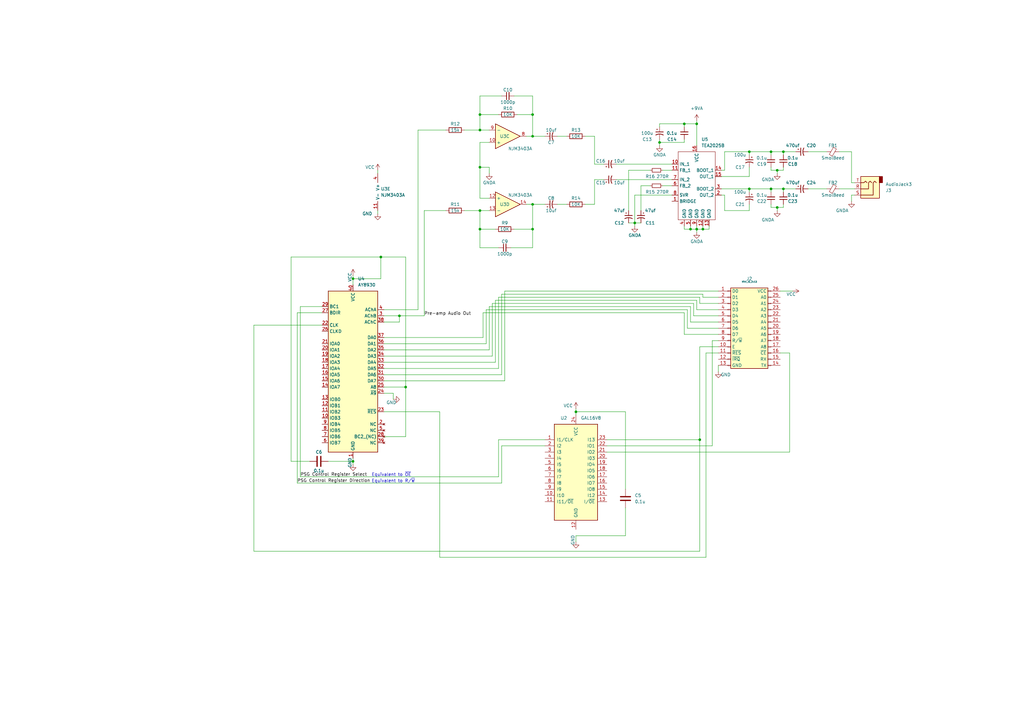
<source format=kicad_sch>
(kicad_sch (version 20230121) (generator eeschema)

  (uuid ce408b63-812c-4408-9bbd-f743dd2c2f4b)

  (paper "A3")

  (lib_symbols
    (symbol "000_MX6309_Symbols:GAL16V8" (pin_names (offset 1.016)) (in_bom yes) (on_board yes)
      (property "Reference" "U" (at -8.89 16.51 0)
        (effects (font (size 1.27 1.27)) (justify left))
      )
      (property "Value" "GAL16V8" (at -3.81 1.27 0)
        (effects (font (size 1.27 1.27)) (justify left))
      )
      (property "Footprint" "Package_DIP:DIP-24_W7.62mm" (at 1.27 -22.86 0)
        (effects (font (size 1.27 1.27)) hide)
      )
      (property "Datasheet" "" (at 0 0 0)
        (effects (font (size 1.27 1.27)) hide)
      )
      (property "ki_keywords" "GAL PLD 16V8" (at 0 0 0)
        (effects (font (size 1.27 1.27)) hide)
      )
      (property "ki_description" "Programmable Logic Array, DIP-20/SOIC-20/PLCC-20" (at 0 0 0)
        (effects (font (size 1.27 1.27)) hide)
      )
      (property "ki_fp_filters" "DIP* PDIP* SOIC* SO* PLCC*" (at 0 0 0)
        (effects (font (size 1.27 1.27)) hide)
      )
      (symbol "GAL16V8_0_0"
        (pin power_in line (at 0 -25.4 90) (length 3.81)
          (name "GND" (effects (font (size 1.27 1.27))))
          (number "12" (effects (font (size 1.27 1.27))))
        )
        (pin power_in line (at 0 21.59 270) (length 3.81)
          (name "VCC" (effects (font (size 1.27 1.27))))
          (number "24" (effects (font (size 1.27 1.27))))
        )
      )
      (symbol "GAL16V8_0_1"
        (rectangle (start -8.89 17.78) (end 8.89 -21.59)
          (stroke (width 0.254) (type default))
          (fill (type background))
        )
      )
      (symbol "GAL16V8_1_1"
        (pin input line (at -12.7 11.43 0) (length 3.81)
          (name "I1/CLK" (effects (font (size 1.27 1.27))))
          (number "1" (effects (font (size 1.27 1.27))))
        )
        (pin input line (at -12.7 -11.43 0) (length 3.81)
          (name "I10" (effects (font (size 1.27 1.27))))
          (number "10" (effects (font (size 1.27 1.27))))
        )
        (pin input line (at -12.7 -13.97 0) (length 3.81)
          (name "I11/~{OE}" (effects (font (size 1.27 1.27))))
          (number "11" (effects (font (size 1.27 1.27))))
        )
        (pin tri_state line (at 12.7 -13.97 180) (length 3.81)
          (name "I/~{OE}" (effects (font (size 1.27 1.27))))
          (number "13" (effects (font (size 1.27 1.27))))
        )
        (pin tri_state line (at 12.7 -11.43 180) (length 3.81)
          (name "I12" (effects (font (size 1.27 1.27))))
          (number "14" (effects (font (size 1.27 1.27))))
        )
        (pin tri_state line (at 12.7 -8.89 180) (length 3.81)
          (name "IO8" (effects (font (size 1.27 1.27))))
          (number "15" (effects (font (size 1.27 1.27))))
        )
        (pin tri_state line (at 12.7 -6.35 180) (length 3.81)
          (name "IO7" (effects (font (size 1.27 1.27))))
          (number "16" (effects (font (size 1.27 1.27))))
        )
        (pin tri_state line (at 12.7 -3.81 180) (length 3.81)
          (name "IO6" (effects (font (size 1.27 1.27))))
          (number "17" (effects (font (size 1.27 1.27))))
        )
        (pin tri_state line (at 12.7 -1.27 180) (length 3.81)
          (name "IO5" (effects (font (size 1.27 1.27))))
          (number "18" (effects (font (size 1.27 1.27))))
        )
        (pin tri_state line (at 12.7 1.27 180) (length 3.81)
          (name "IO4" (effects (font (size 1.27 1.27))))
          (number "19" (effects (font (size 1.27 1.27))))
        )
        (pin input line (at -12.7 8.89 0) (length 3.81)
          (name "I2" (effects (font (size 1.27 1.27))))
          (number "2" (effects (font (size 1.27 1.27))))
        )
        (pin tri_state line (at 12.7 3.81 180) (length 3.81)
          (name "I03" (effects (font (size 1.27 1.27))))
          (number "20" (effects (font (size 1.27 1.27))))
        )
        (pin tri_state line (at 12.7 6.35 180) (length 3.81)
          (name "IO2" (effects (font (size 1.27 1.27))))
          (number "21" (effects (font (size 1.27 1.27))))
        )
        (pin tri_state line (at 12.7 8.89 180) (length 3.81)
          (name "IO1" (effects (font (size 1.27 1.27))))
          (number "22" (effects (font (size 1.27 1.27))))
        )
        (pin tri_state line (at 12.7 11.43 180) (length 3.81)
          (name "I13" (effects (font (size 1.27 1.27))))
          (number "23" (effects (font (size 1.27 1.27))))
        )
        (pin input line (at -12.7 6.35 0) (length 3.81)
          (name "I3" (effects (font (size 1.27 1.27))))
          (number "3" (effects (font (size 1.27 1.27))))
        )
        (pin input line (at -12.7 3.81 0) (length 3.81)
          (name "I4" (effects (font (size 1.27 1.27))))
          (number "4" (effects (font (size 1.27 1.27))))
        )
        (pin input line (at -12.7 1.27 0) (length 3.81)
          (name "I5" (effects (font (size 1.27 1.27))))
          (number "5" (effects (font (size 1.27 1.27))))
        )
        (pin input line (at -12.7 -1.27 0) (length 3.81)
          (name "I6" (effects (font (size 1.27 1.27))))
          (number "6" (effects (font (size 1.27 1.27))))
        )
        (pin input line (at -12.7 -3.81 0) (length 3.81)
          (name "I7" (effects (font (size 1.27 1.27))))
          (number "7" (effects (font (size 1.27 1.27))))
        )
        (pin input line (at -12.7 -6.35 0) (length 3.81)
          (name "I8" (effects (font (size 1.27 1.27))))
          (number "8" (effects (font (size 1.27 1.27))))
        )
        (pin input line (at -12.7 -8.89 0) (length 3.81)
          (name "I9" (effects (font (size 1.27 1.27))))
          (number "9" (effects (font (size 1.27 1.27))))
        )
      )
    )
    (symbol "000_MX6309_Symbols:Mini_IO_2x13" (pin_names (offset 1.778)) (in_bom yes) (on_board yes)
      (property "Reference" "J" (at 7.62 0 0)
        (effects (font (size 1.27 1.27)))
      )
      (property "Value" "Mini_IO_2x13" (at 6.35 15.24 0)
        (effects (font (size 0.635 0.635)))
      )
      (property "Footprint" "" (at 0 0 0)
        (effects (font (size 1.27 1.27)) hide)
      )
      (property "Datasheet" "~" (at 0 0 0)
        (effects (font (size 1.27 1.27)) hide)
      )
      (property "ki_keywords" "connector" (at 0 0 0)
        (effects (font (size 1.27 1.27)) hide)
      )
      (property "ki_fp_filters" "Connector*:*_2x??_*" (at 0 0 0)
        (effects (font (size 1.27 1.27)) hide)
      )
      (symbol "Mini_IO_2x13_1_1"
        (rectangle (start -1.27 -15.113) (end 0 -15.367)
          (stroke (width 0.1524) (type default))
          (fill (type none))
        )
        (rectangle (start -1.27 -12.573) (end 0 -12.827)
          (stroke (width 0.1524) (type default))
          (fill (type none))
        )
        (rectangle (start -1.27 -10.033) (end 0 -10.287)
          (stroke (width 0.1524) (type default))
          (fill (type none))
        )
        (rectangle (start -1.27 -7.493) (end 0 -7.747)
          (stroke (width 0.1524) (type default))
          (fill (type none))
        )
        (rectangle (start -1.27 -4.953) (end 0 -5.207)
          (stroke (width 0.1524) (type default))
          (fill (type none))
        )
        (rectangle (start -1.27 -2.413) (end 0 -2.667)
          (stroke (width 0.1524) (type default))
          (fill (type none))
        )
        (rectangle (start -1.27 0.127) (end 0 -0.127)
          (stroke (width 0.1524) (type default))
          (fill (type none))
        )
        (rectangle (start -1.27 2.667) (end 0 2.413)
          (stroke (width 0.1524) (type default))
          (fill (type none))
        )
        (rectangle (start -1.27 5.207) (end 0 4.953)
          (stroke (width 0.1524) (type default))
          (fill (type none))
        )
        (rectangle (start -1.27 7.747) (end 0 7.493)
          (stroke (width 0.1524) (type default))
          (fill (type none))
        )
        (rectangle (start -1.27 10.287) (end 0 10.033)
          (stroke (width 0.1524) (type default))
          (fill (type none))
        )
        (rectangle (start -1.27 12.827) (end 0 12.573)
          (stroke (width 0.1524) (type default))
          (fill (type none))
        )
        (rectangle (start -1.27 15.367) (end 0 15.113)
          (stroke (width 0.1524) (type default))
          (fill (type none))
        )
        (rectangle (start 0 16.51) (end 15.24 -16.51)
          (stroke (width 0.254) (type default))
          (fill (type background))
        )
        (rectangle (start 16.51 -15.113) (end 15.24 -15.367)
          (stroke (width 0.1524) (type default))
          (fill (type none))
        )
        (rectangle (start 16.51 -12.573) (end 15.24 -12.827)
          (stroke (width 0.1524) (type default))
          (fill (type none))
        )
        (rectangle (start 16.51 -10.033) (end 15.24 -10.287)
          (stroke (width 0.1524) (type default))
          (fill (type none))
        )
        (rectangle (start 16.51 -7.493) (end 15.24 -7.747)
          (stroke (width 0.1524) (type default))
          (fill (type none))
        )
        (rectangle (start 16.51 -4.953) (end 15.24 -5.207)
          (stroke (width 0.1524) (type default))
          (fill (type none))
        )
        (rectangle (start 16.51 -2.413) (end 15.24 -2.667)
          (stroke (width 0.1524) (type default))
          (fill (type none))
        )
        (rectangle (start 16.51 0.127) (end 15.24 -0.127)
          (stroke (width 0.1524) (type default))
          (fill (type none))
        )
        (rectangle (start 16.51 2.667) (end 15.24 2.413)
          (stroke (width 0.1524) (type default))
          (fill (type none))
        )
        (rectangle (start 16.51 5.207) (end 15.24 4.953)
          (stroke (width 0.1524) (type default))
          (fill (type none))
        )
        (rectangle (start 16.51 7.747) (end 15.24 7.493)
          (stroke (width 0.1524) (type default))
          (fill (type none))
        )
        (rectangle (start 16.51 10.287) (end 15.24 10.033)
          (stroke (width 0.1524) (type default))
          (fill (type none))
        )
        (rectangle (start 16.51 12.827) (end 15.24 12.573)
          (stroke (width 0.1524) (type default))
          (fill (type none))
        )
        (rectangle (start 16.51 15.367) (end 15.24 15.113)
          (stroke (width 0.1524) (type default))
          (fill (type none))
        )
        (pin passive line (at -5.08 15.24 0) (length 3.81)
          (name "D0" (effects (font (size 1.27 1.27))))
          (number "1" (effects (font (size 1.27 1.27))))
        )
        (pin passive line (at -5.08 -7.62 0) (length 3.81)
          (name "E" (effects (font (size 1.27 1.27))))
          (number "10" (effects (font (size 1.27 1.27))))
        )
        (pin passive line (at -5.08 -10.16 0) (length 3.81)
          (name "~{RES}" (effects (font (size 1.27 1.27))))
          (number "11" (effects (font (size 1.27 1.27))))
        )
        (pin passive line (at -5.08 -12.7 0) (length 3.81)
          (name "~{IRQ}" (effects (font (size 1.27 1.27))))
          (number "12" (effects (font (size 1.27 1.27))))
        )
        (pin passive line (at -5.08 -15.24 0) (length 3.81)
          (name "GND" (effects (font (size 1.27 1.27))))
          (number "13" (effects (font (size 1.27 1.27))))
        )
        (pin passive line (at 20.32 -15.24 180) (length 3.81)
          (name "TX" (effects (font (size 1.27 1.27))))
          (number "14" (effects (font (size 1.27 1.27))))
        )
        (pin passive line (at 20.32 -12.7 180) (length 3.81)
          (name "RX" (effects (font (size 1.27 1.27))))
          (number "15" (effects (font (size 1.27 1.27))))
        )
        (pin passive line (at 20.32 -10.16 180) (length 3.81)
          (name "~{CE}" (effects (font (size 1.27 1.27))))
          (number "16" (effects (font (size 1.27 1.27))))
        )
        (pin passive line (at 20.32 -7.62 180) (length 3.81)
          (name "A8" (effects (font (size 1.27 1.27))))
          (number "17" (effects (font (size 1.27 1.27))))
        )
        (pin passive line (at 20.32 -5.08 180) (length 3.81)
          (name "A7" (effects (font (size 1.27 1.27))))
          (number "18" (effects (font (size 1.27 1.27))))
        )
        (pin passive line (at 20.32 -2.54 180) (length 3.81)
          (name "A6" (effects (font (size 1.27 1.27))))
          (number "19" (effects (font (size 1.27 1.27))))
        )
        (pin passive line (at -5.08 12.7 0) (length 3.81)
          (name "D1" (effects (font (size 1.27 1.27))))
          (number "2" (effects (font (size 1.27 1.27))))
        )
        (pin passive line (at 20.32 0 180) (length 3.81)
          (name "A5" (effects (font (size 1.27 1.27))))
          (number "20" (effects (font (size 1.27 1.27))))
        )
        (pin passive line (at 20.32 2.54 180) (length 3.81)
          (name "A4" (effects (font (size 1.27 1.27))))
          (number "21" (effects (font (size 1.27 1.27))))
        )
        (pin passive line (at 20.32 5.08 180) (length 3.81)
          (name "A3" (effects (font (size 1.27 1.27))))
          (number "22" (effects (font (size 1.27 1.27))))
        )
        (pin passive line (at 20.32 7.62 180) (length 3.81)
          (name "A2" (effects (font (size 1.27 1.27))))
          (number "23" (effects (font (size 1.27 1.27))))
        )
        (pin passive line (at 20.32 10.16 180) (length 3.81)
          (name "A1" (effects (font (size 1.27 1.27))))
          (number "24" (effects (font (size 1.27 1.27))))
        )
        (pin passive line (at 20.32 12.7 180) (length 3.81)
          (name "A0" (effects (font (size 1.27 1.27))))
          (number "25" (effects (font (size 1.27 1.27))))
        )
        (pin passive line (at 20.32 15.24 180) (length 3.81)
          (name "VCC" (effects (font (size 1.27 1.27))))
          (number "26" (effects (font (size 1.27 1.27))))
        )
        (pin passive line (at -5.08 10.16 0) (length 3.81)
          (name "D2" (effects (font (size 1.27 1.27))))
          (number "3" (effects (font (size 1.27 1.27))))
        )
        (pin passive line (at -5.08 7.62 0) (length 3.81)
          (name "D3" (effects (font (size 1.27 1.27))))
          (number "4" (effects (font (size 1.27 1.27))))
        )
        (pin passive line (at -5.08 5.08 0) (length 3.81)
          (name "D4" (effects (font (size 1.27 1.27))))
          (number "5" (effects (font (size 1.27 1.27))))
        )
        (pin passive line (at -5.08 2.54 0) (length 3.81)
          (name "D5" (effects (font (size 1.27 1.27))))
          (number "6" (effects (font (size 1.27 1.27))))
        )
        (pin passive line (at -5.08 0 0) (length 3.81)
          (name "D6" (effects (font (size 1.27 1.27))))
          (number "7" (effects (font (size 1.27 1.27))))
        )
        (pin passive line (at -5.08 -2.54 0) (length 3.81)
          (name "D7" (effects (font (size 1.27 1.27))))
          (number "8" (effects (font (size 1.27 1.27))))
        )
        (pin passive line (at -5.08 -5.08 0) (length 3.81)
          (name "R/~{W}" (effects (font (size 1.27 1.27))))
          (number "9" (effects (font (size 1.27 1.27))))
        )
      )
    )
    (symbol "AY8930:AY8930" (in_bom yes) (on_board yes)
      (property "Reference" "U" (at -7.62 34.544 0)
        (effects (font (size 1.27 1.27)) (justify right))
      )
      (property "Value" "AY8930" (at 3.81 6.35 0)
        (effects (font (size 1.27 1.27)) (justify right))
      )
      (property "Footprint" "Package_DIP:DIP-40_W15.24mm" (at 0 -38.1 0)
        (effects (font (size 1.27 1.27)) hide)
      )
      (property "Datasheet" "" (at -2.54 36.195 0)
        (effects (font (size 1.27 1.27)) hide)
      )
      (property "ki_keywords" "MCU" (at 0 0 0)
        (effects (font (size 1.27 1.27)) hide)
      )
      (property "ki_description" "8-Bit Microprocessing unit 2.0MHz, DIP-40" (at 0 0 0)
        (effects (font (size 1.27 1.27)) hide)
      )
      (property "ki_fp_filters" "DIP*W15.24mm*" (at 0 0 0)
        (effects (font (size 1.27 1.27)) hide)
      )
      (symbol "AY8930_0_1"
        (rectangle (start -10.16 -33.02) (end 10.16 33.02)
          (stroke (width 0.254) (type default))
          (fill (type background))
        )
      )
      (symbol "AY8930_1_1"
        (pin power_in line (at 0 -35.56 90) (length 2.54)
          (name "GND" (effects (font (size 1.27 1.27))))
          (number "1" (effects (font (size 1.27 1.27))))
        )
        (pin input line (at -12.7 -19.05 0) (length 2.54)
          (name "IOB3" (effects (font (size 1.27 1.27))))
          (number "10" (effects (font (size 1.27 1.27))))
        )
        (pin input line (at -12.7 -16.51 0) (length 2.54)
          (name "IOB2" (effects (font (size 1.27 1.27))))
          (number "11" (effects (font (size 1.27 1.27))))
        )
        (pin input line (at -12.7 -13.97 0) (length 2.54)
          (name "IOB1" (effects (font (size 1.27 1.27))))
          (number "12" (effects (font (size 1.27 1.27))))
        )
        (pin input line (at -12.7 -11.43 0) (length 2.54)
          (name "IOB0" (effects (font (size 1.27 1.27))))
          (number "13" (effects (font (size 1.27 1.27))))
        )
        (pin input line (at -12.7 -6.35 0) (length 2.54)
          (name "IOA7" (effects (font (size 1.27 1.27))))
          (number "14" (effects (font (size 1.27 1.27))))
        )
        (pin input line (at -12.7 -3.81 0) (length 2.54)
          (name "IOA6" (effects (font (size 1.27 1.27))))
          (number "15" (effects (font (size 1.27 1.27))))
        )
        (pin input line (at -12.7 -1.27 0) (length 2.54)
          (name "IOA5" (effects (font (size 1.27 1.27))))
          (number "16" (effects (font (size 1.27 1.27))))
        )
        (pin input line (at -12.7 1.27 0) (length 2.54)
          (name "IOA4" (effects (font (size 1.27 1.27))))
          (number "17" (effects (font (size 1.27 1.27))))
        )
        (pin input line (at -12.7 3.81 0) (length 2.54)
          (name "IOA3" (effects (font (size 1.27 1.27))))
          (number "18" (effects (font (size 1.27 1.27))))
        )
        (pin input line (at -12.7 6.35 0) (length 2.54)
          (name "IOA2" (effects (font (size 1.27 1.27))))
          (number "19" (effects (font (size 1.27 1.27))))
        )
        (pin no_connect line (at 12.7 -21.59 180) (length 2.54)
          (name "NC" (effects (font (size 1.27 1.27))))
          (number "2" (effects (font (size 1.27 1.27))))
        )
        (pin input line (at -12.7 8.89 0) (length 2.54)
          (name "IOA1" (effects (font (size 1.27 1.27))))
          (number "20" (effects (font (size 1.27 1.27))))
        )
        (pin input line (at -12.7 11.43 0) (length 2.54)
          (name "IOA0" (effects (font (size 1.27 1.27))))
          (number "21" (effects (font (size 1.27 1.27))))
        )
        (pin input line (at -12.7 19.05 0) (length 2.54)
          (name "CLK" (effects (font (size 1.27 1.27))))
          (number "22" (effects (font (size 1.27 1.27))))
        )
        (pin input line (at 12.7 -16.51 180) (length 2.54)
          (name "~{RES}" (effects (font (size 1.27 1.27))))
          (number "23" (effects (font (size 1.27 1.27))))
        )
        (pin input line (at 12.7 -8.89 180) (length 2.54)
          (name "~{A9}" (effects (font (size 1.27 1.27))))
          (number "24" (effects (font (size 1.27 1.27))))
        )
        (pin input line (at 12.7 -6.35 180) (length 2.54)
          (name "A8" (effects (font (size 1.27 1.27))))
          (number "25" (effects (font (size 1.27 1.27))))
        )
        (pin input line (at -12.7 16.51 0) (length 2.54)
          (name "CLKD" (effects (font (size 1.27 1.27))))
          (number "26" (effects (font (size 1.27 1.27))))
        )
        (pin input line (at -12.7 24.13 0) (length 2.54)
          (name "BDIR" (effects (font (size 1.27 1.27))))
          (number "27" (effects (font (size 1.27 1.27))))
        )
        (pin no_connect line (at 12.7 -26.67 180) (length 2.54)
          (name "BC2_(NC)" (effects (font (size 1.27 1.27))))
          (number "28" (effects (font (size 1.27 1.27))))
        )
        (pin input line (at -12.7 26.67 0) (length 2.54)
          (name "BC1" (effects (font (size 1.27 1.27))))
          (number "29" (effects (font (size 1.27 1.27))))
        )
        (pin output line (at 12.7 22.86 180) (length 2.54)
          (name "AChB" (effects (font (size 1.27 1.27))))
          (number "3" (effects (font (size 1.27 1.27))))
        )
        (pin input line (at 12.7 -3.81 180) (length 2.54)
          (name "DA7" (effects (font (size 1.27 1.27))))
          (number "30" (effects (font (size 1.27 1.27))))
        )
        (pin input line (at 12.7 -1.27 180) (length 2.54)
          (name "DA6" (effects (font (size 1.27 1.27))))
          (number "31" (effects (font (size 1.27 1.27))))
        )
        (pin input line (at 12.7 1.27 180) (length 2.54)
          (name "DA5" (effects (font (size 1.27 1.27))))
          (number "32" (effects (font (size 1.27 1.27))))
        )
        (pin input line (at 12.7 3.81 180) (length 2.54)
          (name "DA4" (effects (font (size 1.27 1.27))))
          (number "33" (effects (font (size 1.27 1.27))))
        )
        (pin input line (at 12.7 6.35 180) (length 2.54)
          (name "DA3" (effects (font (size 1.27 1.27))))
          (number "34" (effects (font (size 1.27 1.27))))
        )
        (pin input line (at 12.7 8.89 180) (length 2.54)
          (name "DA2" (effects (font (size 1.27 1.27))))
          (number "35" (effects (font (size 1.27 1.27))))
        )
        (pin input line (at 12.7 11.43 180) (length 2.54)
          (name "DA1" (effects (font (size 1.27 1.27))))
          (number "36" (effects (font (size 1.27 1.27))))
        )
        (pin input line (at 12.7 13.97 180) (length 2.54)
          (name "DA0" (effects (font (size 1.27 1.27))))
          (number "37" (effects (font (size 1.27 1.27))))
        )
        (pin output line (at 12.7 20.32 180) (length 2.54)
          (name "AChC" (effects (font (size 1.27 1.27))))
          (number "38" (effects (font (size 1.27 1.27))))
        )
        (pin no_connect line (at 12.7 -29.21 180) (length 2.54)
          (name "NC" (effects (font (size 1.27 1.27))))
          (number "39" (effects (font (size 1.27 1.27))))
        )
        (pin output line (at 12.7 25.4 180) (length 2.54)
          (name "AChA" (effects (font (size 1.27 1.27))))
          (number "4" (effects (font (size 1.27 1.27))))
        )
        (pin power_in line (at 0 35.56 270) (length 2.54)
          (name "VCC" (effects (font (size 1.27 1.27))))
          (number "40" (effects (font (size 1.27 1.27))))
        )
        (pin no_connect line (at 12.7 -24.13 180) (length 2.54)
          (name "NC" (effects (font (size 1.27 1.27))))
          (number "5" (effects (font (size 1.27 1.27))))
        )
        (pin input line (at -12.7 -29.21 0) (length 2.54)
          (name "IOB7" (effects (font (size 1.27 1.27))))
          (number "6" (effects (font (size 1.27 1.27))))
        )
        (pin input line (at -12.7 -26.67 0) (length 2.54)
          (name "IOB6" (effects (font (size 1.27 1.27))))
          (number "7" (effects (font (size 1.27 1.27))))
        )
        (pin input line (at -12.7 -24.13 0) (length 2.54)
          (name "IOB5" (effects (font (size 1.27 1.27))))
          (number "8" (effects (font (size 1.27 1.27))))
        )
        (pin input line (at -12.7 -21.59 0) (length 2.54)
          (name "IOB4" (effects (font (size 1.27 1.27))))
          (number "9" (effects (font (size 1.27 1.27))))
        )
      )
    )
    (symbol "Amplifier_Operational:LM358" (pin_names (offset 0.127)) (in_bom yes) (on_board yes)
      (property "Reference" "U" (at 0 5.08 0)
        (effects (font (size 1.27 1.27)) (justify left))
      )
      (property "Value" "LM358" (at 0 -5.08 0)
        (effects (font (size 1.27 1.27)) (justify left))
      )
      (property "Footprint" "" (at 0 0 0)
        (effects (font (size 1.27 1.27)) hide)
      )
      (property "Datasheet" "http://www.ti.com/lit/ds/symlink/lm2904-n.pdf" (at 0 0 0)
        (effects (font (size 1.27 1.27)) hide)
      )
      (property "ki_locked" "" (at 0 0 0)
        (effects (font (size 1.27 1.27)))
      )
      (property "ki_keywords" "dual opamp" (at 0 0 0)
        (effects (font (size 1.27 1.27)) hide)
      )
      (property "ki_description" "Low-Power, Dual Operational Amplifiers, DIP-8/SOIC-8/TO-99-8" (at 0 0 0)
        (effects (font (size 1.27 1.27)) hide)
      )
      (property "ki_fp_filters" "SOIC*3.9x4.9mm*P1.27mm* DIP*W7.62mm* TO*99* OnSemi*Micro8* TSSOP*3x3mm*P0.65mm* TSSOP*4.4x3mm*P0.65mm* MSOP*3x3mm*P0.65mm* SSOP*3.9x4.9mm*P0.635mm* LFCSP*2x2mm*P0.5mm* *SIP* SOIC*5.3x6.2mm*P1.27mm*" (at 0 0 0)
        (effects (font (size 1.27 1.27)) hide)
      )
      (symbol "LM358_1_1"
        (polyline
          (pts
            (xy -5.08 5.08)
            (xy 5.08 0)
            (xy -5.08 -5.08)
            (xy -5.08 5.08)
          )
          (stroke (width 0.254) (type default))
          (fill (type background))
        )
        (pin output line (at 7.62 0 180) (length 2.54)
          (name "~" (effects (font (size 1.27 1.27))))
          (number "1" (effects (font (size 1.27 1.27))))
        )
        (pin input line (at -7.62 -2.54 0) (length 2.54)
          (name "-" (effects (font (size 1.27 1.27))))
          (number "2" (effects (font (size 1.27 1.27))))
        )
        (pin input line (at -7.62 2.54 0) (length 2.54)
          (name "+" (effects (font (size 1.27 1.27))))
          (number "3" (effects (font (size 1.27 1.27))))
        )
      )
      (symbol "LM358_2_1"
        (polyline
          (pts
            (xy -5.08 5.08)
            (xy 5.08 0)
            (xy -5.08 -5.08)
            (xy -5.08 5.08)
          )
          (stroke (width 0.254) (type default))
          (fill (type background))
        )
        (pin input line (at -7.62 2.54 0) (length 2.54)
          (name "+" (effects (font (size 1.27 1.27))))
          (number "5" (effects (font (size 1.27 1.27))))
        )
        (pin input line (at -7.62 -2.54 0) (length 2.54)
          (name "-" (effects (font (size 1.27 1.27))))
          (number "6" (effects (font (size 1.27 1.27))))
        )
        (pin output line (at 7.62 0 180) (length 2.54)
          (name "~" (effects (font (size 1.27 1.27))))
          (number "7" (effects (font (size 1.27 1.27))))
        )
      )
      (symbol "LM358_3_1"
        (pin power_in line (at -2.54 -7.62 90) (length 3.81)
          (name "V-" (effects (font (size 1.27 1.27))))
          (number "4" (effects (font (size 1.27 1.27))))
        )
        (pin power_in line (at -2.54 7.62 270) (length 3.81)
          (name "V+" (effects (font (size 1.27 1.27))))
          (number "8" (effects (font (size 1.27 1.27))))
        )
      )
    )
    (symbol "Connector_Audio:AudioJack3" (in_bom yes) (on_board yes)
      (property "Reference" "J" (at 0 8.89 0)
        (effects (font (size 1.27 1.27)))
      )
      (property "Value" "AudioJack3" (at 0 6.35 0)
        (effects (font (size 1.27 1.27)))
      )
      (property "Footprint" "" (at 0 0 0)
        (effects (font (size 1.27 1.27)) hide)
      )
      (property "Datasheet" "~" (at 0 0 0)
        (effects (font (size 1.27 1.27)) hide)
      )
      (property "ki_keywords" "audio jack receptacle stereo headphones phones TRS connector" (at 0 0 0)
        (effects (font (size 1.27 1.27)) hide)
      )
      (property "ki_description" "Audio Jack, 3 Poles (Stereo / TRS)" (at 0 0 0)
        (effects (font (size 1.27 1.27)) hide)
      )
      (property "ki_fp_filters" "Jack*" (at 0 0 0)
        (effects (font (size 1.27 1.27)) hide)
      )
      (symbol "AudioJack3_0_1"
        (rectangle (start -5.08 -5.08) (end -6.35 -2.54)
          (stroke (width 0.254) (type default))
          (fill (type outline))
        )
        (polyline
          (pts
            (xy 0 -2.54)
            (xy 0.635 -3.175)
            (xy 1.27 -2.54)
            (xy 2.54 -2.54)
          )
          (stroke (width 0.254) (type default))
          (fill (type none))
        )
        (polyline
          (pts
            (xy -1.905 -2.54)
            (xy -1.27 -3.175)
            (xy -0.635 -2.54)
            (xy -0.635 0)
            (xy 2.54 0)
          )
          (stroke (width 0.254) (type default))
          (fill (type none))
        )
        (polyline
          (pts
            (xy 2.54 2.54)
            (xy -2.54 2.54)
            (xy -2.54 -2.54)
            (xy -3.175 -3.175)
            (xy -3.81 -2.54)
          )
          (stroke (width 0.254) (type default))
          (fill (type none))
        )
        (rectangle (start 2.54 3.81) (end -5.08 -5.08)
          (stroke (width 0.254) (type default))
          (fill (type background))
        )
      )
      (symbol "AudioJack3_1_1"
        (pin passive line (at 5.08 0 180) (length 2.54)
          (name "~" (effects (font (size 1.27 1.27))))
          (number "R" (effects (font (size 1.27 1.27))))
        )
        (pin passive line (at 5.08 2.54 180) (length 2.54)
          (name "~" (effects (font (size 1.27 1.27))))
          (number "S" (effects (font (size 1.27 1.27))))
        )
        (pin passive line (at 5.08 -2.54 180) (length 2.54)
          (name "~" (effects (font (size 1.27 1.27))))
          (number "T" (effects (font (size 1.27 1.27))))
        )
      )
    )
    (symbol "Connector_Generic:Conn_01x03" (pin_names (offset 1.016) hide) (in_bom yes) (on_board yes)
      (property "Reference" "J" (at 0 5.08 0)
        (effects (font (size 1.27 1.27)))
      )
      (property "Value" "Conn_01x03" (at 0 -5.08 0)
        (effects (font (size 1.27 1.27)))
      )
      (property "Footprint" "" (at 0 0 0)
        (effects (font (size 1.27 1.27)) hide)
      )
      (property "Datasheet" "~" (at 0 0 0)
        (effects (font (size 1.27 1.27)) hide)
      )
      (property "ki_keywords" "connector" (at 0 0 0)
        (effects (font (size 1.27 1.27)) hide)
      )
      (property "ki_description" "Generic connector, single row, 01x03, script generated (kicad-library-utils/schlib/autogen/connector/)" (at 0 0 0)
        (effects (font (size 1.27 1.27)) hide)
      )
      (property "ki_fp_filters" "Connector*:*_1x??_*" (at 0 0 0)
        (effects (font (size 1.27 1.27)) hide)
      )
      (symbol "Conn_01x03_1_1"
        (rectangle (start -1.27 -2.413) (end 0 -2.667)
          (stroke (width 0.1524) (type default))
          (fill (type none))
        )
        (rectangle (start -1.27 0.127) (end 0 -0.127)
          (stroke (width 0.1524) (type default))
          (fill (type none))
        )
        (rectangle (start -1.27 2.667) (end 0 2.413)
          (stroke (width 0.1524) (type default))
          (fill (type none))
        )
        (rectangle (start -1.27 3.81) (end 1.27 -3.81)
          (stroke (width 0.254) (type default))
          (fill (type background))
        )
        (pin passive line (at -5.08 2.54 0) (length 3.81)
          (name "Pin_1" (effects (font (size 1.27 1.27))))
          (number "1" (effects (font (size 1.27 1.27))))
        )
        (pin passive line (at -5.08 0 0) (length 3.81)
          (name "Pin_2" (effects (font (size 1.27 1.27))))
          (number "2" (effects (font (size 1.27 1.27))))
        )
        (pin passive line (at -5.08 -2.54 0) (length 3.81)
          (name "Pin_3" (effects (font (size 1.27 1.27))))
          (number "3" (effects (font (size 1.27 1.27))))
        )
      )
    )
    (symbol "Device:C" (pin_numbers hide) (pin_names (offset 0.254)) (in_bom yes) (on_board yes)
      (property "Reference" "C" (at 0.635 2.54 0)
        (effects (font (size 1.27 1.27)) (justify left))
      )
      (property "Value" "C" (at 0.635 -2.54 0)
        (effects (font (size 1.27 1.27)) (justify left))
      )
      (property "Footprint" "" (at 0.9652 -3.81 0)
        (effects (font (size 1.27 1.27)) hide)
      )
      (property "Datasheet" "~" (at 0 0 0)
        (effects (font (size 1.27 1.27)) hide)
      )
      (property "ki_keywords" "cap capacitor" (at 0 0 0)
        (effects (font (size 1.27 1.27)) hide)
      )
      (property "ki_description" "Unpolarized capacitor" (at 0 0 0)
        (effects (font (size 1.27 1.27)) hide)
      )
      (property "ki_fp_filters" "C_*" (at 0 0 0)
        (effects (font (size 1.27 1.27)) hide)
      )
      (symbol "C_0_1"
        (polyline
          (pts
            (xy -2.032 -0.762)
            (xy 2.032 -0.762)
          )
          (stroke (width 0.508) (type default))
          (fill (type none))
        )
        (polyline
          (pts
            (xy -2.032 0.762)
            (xy 2.032 0.762)
          )
          (stroke (width 0.508) (type default))
          (fill (type none))
        )
      )
      (symbol "C_1_1"
        (pin passive line (at 0 3.81 270) (length 2.794)
          (name "~" (effects (font (size 1.27 1.27))))
          (number "1" (effects (font (size 1.27 1.27))))
        )
        (pin passive line (at 0 -3.81 90) (length 2.794)
          (name "~" (effects (font (size 1.27 1.27))))
          (number "2" (effects (font (size 1.27 1.27))))
        )
      )
    )
    (symbol "Device:C_Polarized_Small_US" (pin_numbers hide) (pin_names (offset 0.254) hide) (in_bom yes) (on_board yes)
      (property "Reference" "C" (at 0.254 1.778 0)
        (effects (font (size 1.27 1.27)) (justify left))
      )
      (property "Value" "C_Polarized_Small_US" (at 0.254 -2.032 0)
        (effects (font (size 1.27 1.27)) (justify left))
      )
      (property "Footprint" "" (at 0 0 0)
        (effects (font (size 1.27 1.27)) hide)
      )
      (property "Datasheet" "~" (at 0 0 0)
        (effects (font (size 1.27 1.27)) hide)
      )
      (property "ki_keywords" "cap capacitor" (at 0 0 0)
        (effects (font (size 1.27 1.27)) hide)
      )
      (property "ki_description" "Polarized capacitor, small US symbol" (at 0 0 0)
        (effects (font (size 1.27 1.27)) hide)
      )
      (property "ki_fp_filters" "CP_*" (at 0 0 0)
        (effects (font (size 1.27 1.27)) hide)
      )
      (symbol "C_Polarized_Small_US_0_1"
        (polyline
          (pts
            (xy -1.524 0.508)
            (xy 1.524 0.508)
          )
          (stroke (width 0.3048) (type default))
          (fill (type none))
        )
        (polyline
          (pts
            (xy -1.27 1.524)
            (xy -0.762 1.524)
          )
          (stroke (width 0) (type default))
          (fill (type none))
        )
        (polyline
          (pts
            (xy -1.016 1.27)
            (xy -1.016 1.778)
          )
          (stroke (width 0) (type default))
          (fill (type none))
        )
        (arc (start 1.524 -0.762) (mid 0 -0.3734) (end -1.524 -0.762)
          (stroke (width 0.3048) (type default))
          (fill (type none))
        )
      )
      (symbol "C_Polarized_Small_US_1_1"
        (pin passive line (at 0 2.54 270) (length 2.032)
          (name "~" (effects (font (size 1.27 1.27))))
          (number "1" (effects (font (size 1.27 1.27))))
        )
        (pin passive line (at 0 -2.54 90) (length 2.032)
          (name "~" (effects (font (size 1.27 1.27))))
          (number "2" (effects (font (size 1.27 1.27))))
        )
      )
    )
    (symbol "Device:C_Small" (pin_numbers hide) (pin_names (offset 0.254) hide) (in_bom yes) (on_board yes)
      (property "Reference" "C" (at 0.254 1.778 0)
        (effects (font (size 1.27 1.27)) (justify left))
      )
      (property "Value" "C_Small" (at 0.254 -2.032 0)
        (effects (font (size 1.27 1.27)) (justify left))
      )
      (property "Footprint" "" (at 0 0 0)
        (effects (font (size 1.27 1.27)) hide)
      )
      (property "Datasheet" "~" (at 0 0 0)
        (effects (font (size 1.27 1.27)) hide)
      )
      (property "ki_keywords" "capacitor cap" (at 0 0 0)
        (effects (font (size 1.27 1.27)) hide)
      )
      (property "ki_description" "Unpolarized capacitor, small symbol" (at 0 0 0)
        (effects (font (size 1.27 1.27)) hide)
      )
      (property "ki_fp_filters" "C_*" (at 0 0 0)
        (effects (font (size 1.27 1.27)) hide)
      )
      (symbol "C_Small_0_1"
        (polyline
          (pts
            (xy -1.524 -0.508)
            (xy 1.524 -0.508)
          )
          (stroke (width 0.3302) (type default))
          (fill (type none))
        )
        (polyline
          (pts
            (xy -1.524 0.508)
            (xy 1.524 0.508)
          )
          (stroke (width 0.3048) (type default))
          (fill (type none))
        )
      )
      (symbol "C_Small_1_1"
        (pin passive line (at 0 2.54 270) (length 2.032)
          (name "~" (effects (font (size 1.27 1.27))))
          (number "1" (effects (font (size 1.27 1.27))))
        )
        (pin passive line (at 0 -2.54 90) (length 2.032)
          (name "~" (effects (font (size 1.27 1.27))))
          (number "2" (effects (font (size 1.27 1.27))))
        )
      )
    )
    (symbol "Device:FerriteBead_Small" (pin_numbers hide) (pin_names (offset 0)) (in_bom yes) (on_board yes)
      (property "Reference" "FB" (at 1.905 1.27 0)
        (effects (font (size 1.27 1.27)) (justify left))
      )
      (property "Value" "FerriteBead_Small" (at 1.905 -1.27 0)
        (effects (font (size 1.27 1.27)) (justify left))
      )
      (property "Footprint" "" (at -1.778 0 90)
        (effects (font (size 1.27 1.27)) hide)
      )
      (property "Datasheet" "~" (at 0 0 0)
        (effects (font (size 1.27 1.27)) hide)
      )
      (property "ki_keywords" "L ferrite bead inductor filter" (at 0 0 0)
        (effects (font (size 1.27 1.27)) hide)
      )
      (property "ki_description" "Ferrite bead, small symbol" (at 0 0 0)
        (effects (font (size 1.27 1.27)) hide)
      )
      (property "ki_fp_filters" "Inductor_* L_* *Ferrite*" (at 0 0 0)
        (effects (font (size 1.27 1.27)) hide)
      )
      (symbol "FerriteBead_Small_0_1"
        (polyline
          (pts
            (xy 0 -1.27)
            (xy 0 -0.7874)
          )
          (stroke (width 0) (type default))
          (fill (type none))
        )
        (polyline
          (pts
            (xy 0 0.889)
            (xy 0 1.2954)
          )
          (stroke (width 0) (type default))
          (fill (type none))
        )
        (polyline
          (pts
            (xy -1.8288 0.2794)
            (xy -1.1176 1.4986)
            (xy 1.8288 -0.2032)
            (xy 1.1176 -1.4224)
            (xy -1.8288 0.2794)
          )
          (stroke (width 0) (type default))
          (fill (type none))
        )
      )
      (symbol "FerriteBead_Small_1_1"
        (pin passive line (at 0 2.54 270) (length 1.27)
          (name "~" (effects (font (size 1.27 1.27))))
          (number "1" (effects (font (size 1.27 1.27))))
        )
        (pin passive line (at 0 -2.54 90) (length 1.27)
          (name "~" (effects (font (size 1.27 1.27))))
          (number "2" (effects (font (size 1.27 1.27))))
        )
      )
    )
    (symbol "Device:Opamp_Quad" (in_bom yes) (on_board yes)
      (property "Reference" "U" (at 0 5.08 0)
        (effects (font (size 1.27 1.27)) (justify left))
      )
      (property "Value" "Opamp_Quad" (at 0 -5.08 0)
        (effects (font (size 1.27 1.27)) (justify left))
      )
      (property "Footprint" "" (at 0 0 0)
        (effects (font (size 1.27 1.27)) hide)
      )
      (property "Datasheet" "~" (at 0 0 0)
        (effects (font (size 1.27 1.27)) hide)
      )
      (property "ki_locked" "" (at 0 0 0)
        (effects (font (size 1.27 1.27)))
      )
      (property "ki_keywords" "quad opamp" (at 0 0 0)
        (effects (font (size 1.27 1.27)) hide)
      )
      (property "ki_description" "Quad operational amplifier" (at 0 0 0)
        (effects (font (size 1.27 1.27)) hide)
      )
      (property "ki_fp_filters" "SOIC*3.9x8.7mm*P1.27mm* DIP*W7.62mm* TSSOP*4.4x5mm*P0.65mm* SSOP*5.3x6.2mm*P0.65mm*" (at 0 0 0)
        (effects (font (size 1.27 1.27)) hide)
      )
      (symbol "Opamp_Quad_1_1"
        (polyline
          (pts
            (xy -5.08 5.08)
            (xy 5.08 0)
            (xy -5.08 -5.08)
            (xy -5.08 5.08)
          )
          (stroke (width 0.254) (type default))
          (fill (type background))
        )
        (pin output line (at 7.62 0 180) (length 2.54)
          (name "~" (effects (font (size 1.27 1.27))))
          (number "1" (effects (font (size 1.27 1.27))))
        )
        (pin input line (at -7.62 -2.54 0) (length 2.54)
          (name "-" (effects (font (size 1.27 1.27))))
          (number "2" (effects (font (size 1.27 1.27))))
        )
        (pin input line (at -7.62 2.54 0) (length 2.54)
          (name "+" (effects (font (size 1.27 1.27))))
          (number "3" (effects (font (size 1.27 1.27))))
        )
      )
      (symbol "Opamp_Quad_2_1"
        (polyline
          (pts
            (xy -5.08 5.08)
            (xy 5.08 0)
            (xy -5.08 -5.08)
            (xy -5.08 5.08)
          )
          (stroke (width 0.254) (type default))
          (fill (type background))
        )
        (pin input line (at -7.62 2.54 0) (length 2.54)
          (name "+" (effects (font (size 1.27 1.27))))
          (number "5" (effects (font (size 1.27 1.27))))
        )
        (pin input line (at -7.62 -2.54 0) (length 2.54)
          (name "-" (effects (font (size 1.27 1.27))))
          (number "6" (effects (font (size 1.27 1.27))))
        )
        (pin output line (at 7.62 0 180) (length 2.54)
          (name "~" (effects (font (size 1.27 1.27))))
          (number "7" (effects (font (size 1.27 1.27))))
        )
      )
      (symbol "Opamp_Quad_3_1"
        (polyline
          (pts
            (xy -5.08 5.08)
            (xy 5.08 0)
            (xy -5.08 -5.08)
            (xy -5.08 5.08)
          )
          (stroke (width 0.254) (type default))
          (fill (type background))
        )
        (pin input line (at -7.62 2.54 0) (length 2.54)
          (name "+" (effects (font (size 1.27 1.27))))
          (number "10" (effects (font (size 1.27 1.27))))
        )
        (pin output line (at 7.62 0 180) (length 2.54)
          (name "~" (effects (font (size 1.27 1.27))))
          (number "8" (effects (font (size 1.27 1.27))))
        )
        (pin input line (at -7.62 -2.54 0) (length 2.54)
          (name "-" (effects (font (size 1.27 1.27))))
          (number "9" (effects (font (size 1.27 1.27))))
        )
      )
      (symbol "Opamp_Quad_4_1"
        (polyline
          (pts
            (xy -5.08 5.08)
            (xy 5.08 0)
            (xy -5.08 -5.08)
            (xy -5.08 5.08)
          )
          (stroke (width 0.254) (type default))
          (fill (type background))
        )
        (pin input line (at -7.62 2.54 0) (length 2.54)
          (name "+" (effects (font (size 1.27 1.27))))
          (number "12" (effects (font (size 1.27 1.27))))
        )
        (pin input line (at -7.62 -2.54 0) (length 2.54)
          (name "-" (effects (font (size 1.27 1.27))))
          (number "13" (effects (font (size 1.27 1.27))))
        )
        (pin output line (at 7.62 0 180) (length 2.54)
          (name "~" (effects (font (size 1.27 1.27))))
          (number "14" (effects (font (size 1.27 1.27))))
        )
      )
      (symbol "Opamp_Quad_5_1"
        (pin power_in line (at -2.54 -7.62 90) (length 3.81)
          (name "V-" (effects (font (size 1.27 1.27))))
          (number "11" (effects (font (size 1.27 1.27))))
        )
        (pin power_in line (at -2.54 7.62 270) (length 3.81)
          (name "V+" (effects (font (size 1.27 1.27))))
          (number "4" (effects (font (size 1.27 1.27))))
        )
      )
    )
    (symbol "Device:R" (pin_numbers hide) (pin_names (offset 0)) (in_bom yes) (on_board yes)
      (property "Reference" "R" (at 2.032 0 90)
        (effects (font (size 1.27 1.27)))
      )
      (property "Value" "R" (at 0 0 90)
        (effects (font (size 1.27 1.27)))
      )
      (property "Footprint" "" (at -1.778 0 90)
        (effects (font (size 1.27 1.27)) hide)
      )
      (property "Datasheet" "~" (at 0 0 0)
        (effects (font (size 1.27 1.27)) hide)
      )
      (property "ki_keywords" "R res resistor" (at 0 0 0)
        (effects (font (size 1.27 1.27)) hide)
      )
      (property "ki_description" "Resistor" (at 0 0 0)
        (effects (font (size 1.27 1.27)) hide)
      )
      (property "ki_fp_filters" "R_*" (at 0 0 0)
        (effects (font (size 1.27 1.27)) hide)
      )
      (symbol "R_0_1"
        (rectangle (start -1.016 -2.54) (end 1.016 2.54)
          (stroke (width 0.254) (type default))
          (fill (type none))
        )
      )
      (symbol "R_1_1"
        (pin passive line (at 0 3.81 270) (length 1.27)
          (name "~" (effects (font (size 1.27 1.27))))
          (number "1" (effects (font (size 1.27 1.27))))
        )
        (pin passive line (at 0 -3.81 90) (length 1.27)
          (name "~" (effects (font (size 1.27 1.27))))
          (number "2" (effects (font (size 1.27 1.27))))
        )
      )
    )
    (symbol "Device:R_Potentiometer_Trim" (pin_names (offset 1.016) hide) (in_bom yes) (on_board yes)
      (property "Reference" "RV" (at -4.445 0 90)
        (effects (font (size 1.27 1.27)))
      )
      (property "Value" "R_Potentiometer_Trim" (at -2.54 0 90)
        (effects (font (size 1.27 1.27)))
      )
      (property "Footprint" "" (at 0 0 0)
        (effects (font (size 1.27 1.27)) hide)
      )
      (property "Datasheet" "~" (at 0 0 0)
        (effects (font (size 1.27 1.27)) hide)
      )
      (property "ki_keywords" "resistor variable trimpot trimmer" (at 0 0 0)
        (effects (font (size 1.27 1.27)) hide)
      )
      (property "ki_description" "Trim-potentiometer" (at 0 0 0)
        (effects (font (size 1.27 1.27)) hide)
      )
      (property "ki_fp_filters" "Potentiometer*" (at 0 0 0)
        (effects (font (size 1.27 1.27)) hide)
      )
      (symbol "R_Potentiometer_Trim_0_1"
        (polyline
          (pts
            (xy 1.524 0.762)
            (xy 1.524 -0.762)
          )
          (stroke (width 0) (type default))
          (fill (type none))
        )
        (polyline
          (pts
            (xy 2.54 0)
            (xy 1.524 0)
          )
          (stroke (width 0) (type default))
          (fill (type none))
        )
        (rectangle (start 1.016 2.54) (end -1.016 -2.54)
          (stroke (width 0.254) (type default))
          (fill (type none))
        )
      )
      (symbol "R_Potentiometer_Trim_1_1"
        (pin passive line (at 0 3.81 270) (length 1.27)
          (name "1" (effects (font (size 1.27 1.27))))
          (number "1" (effects (font (size 1.27 1.27))))
        )
        (pin passive line (at 3.81 0 180) (length 1.27)
          (name "2" (effects (font (size 1.27 1.27))))
          (number "2" (effects (font (size 1.27 1.27))))
        )
        (pin passive line (at 0 -3.81 90) (length 1.27)
          (name "3" (effects (font (size 1.27 1.27))))
          (number "3" (effects (font (size 1.27 1.27))))
        )
      )
    )
    (symbol "Device:R_Small" (pin_numbers hide) (pin_names (offset 0.254) hide) (in_bom yes) (on_board yes)
      (property "Reference" "R" (at 0.762 0.508 0)
        (effects (font (size 1.27 1.27)) (justify left))
      )
      (property "Value" "R_Small" (at 0.762 -1.016 0)
        (effects (font (size 1.27 1.27)) (justify left))
      )
      (property "Footprint" "" (at 0 0 0)
        (effects (font (size 1.27 1.27)) hide)
      )
      (property "Datasheet" "~" (at 0 0 0)
        (effects (font (size 1.27 1.27)) hide)
      )
      (property "ki_keywords" "R resistor" (at 0 0 0)
        (effects (font (size 1.27 1.27)) hide)
      )
      (property "ki_description" "Resistor, small symbol" (at 0 0 0)
        (effects (font (size 1.27 1.27)) hide)
      )
      (property "ki_fp_filters" "R_*" (at 0 0 0)
        (effects (font (size 1.27 1.27)) hide)
      )
      (symbol "R_Small_0_1"
        (rectangle (start -0.762 1.778) (end 0.762 -1.778)
          (stroke (width 0.2032) (type default))
          (fill (type none))
        )
      )
      (symbol "R_Small_1_1"
        (pin passive line (at 0 2.54 270) (length 0.762)
          (name "~" (effects (font (size 1.27 1.27))))
          (number "1" (effects (font (size 1.27 1.27))))
        )
        (pin passive line (at 0 -2.54 90) (length 0.762)
          (name "~" (effects (font (size 1.27 1.27))))
          (number "2" (effects (font (size 1.27 1.27))))
        )
      )
    )
    (symbol "TEA2025B:TEA2025B" (in_bom yes) (on_board yes)
      (property "Reference" "U" (at 0 7.62 0)
        (effects (font (size 1.27 1.27)))
      )
      (property "Value" "TEA2025B" (at 1.27 0 0)
        (effects (font (size 1.27 1.27)))
      )
      (property "Footprint" "Package_DIP:DIP-16_W7.62mm" (at 1.27 -29.21 0)
        (effects (font (size 1.27 1.27)) hide)
      )
      (property "Datasheet" "" (at 0 0 0)
        (effects (font (size 1.27 1.27)) hide)
      )
      (symbol "TEA2025B_0_0"
        (pin unspecified line (at -10.16 -7.62 0) (length 2.54)
          (name "BRIDGE" (effects (font (size 1.27 1.27))))
          (number "1" (effects (font (size 1.27 1.27))))
        )
        (pin unspecified line (at -10.16 7.62 0) (length 2.54)
          (name "IN_1" (effects (font (size 1.27 1.27))))
          (number "10" (effects (font (size 1.27 1.27))))
        )
        (pin unspecified line (at -10.16 5.08 0) (length 2.54)
          (name "FB_1" (effects (font (size 1.27 1.27))))
          (number "11" (effects (font (size 1.27 1.27))))
        )
        (pin unspecified line (at 2.54 -17.78 90) (length 2.54)
          (name "GND" (effects (font (size 1.27 1.27))))
          (number "12" (effects (font (size 1.27 1.27))))
        )
        (pin unspecified line (at 5.08 -17.78 90) (length 2.54)
          (name "GND" (effects (font (size 1.27 1.27))))
          (number "13" (effects (font (size 1.27 1.27))))
        )
        (pin unspecified line (at 10.16 5.08 180) (length 2.54)
          (name "BOOT_1" (effects (font (size 1.27 1.27))))
          (number "14" (effects (font (size 1.27 1.27))))
        )
        (pin unspecified line (at 10.16 2.54 180) (length 2.54)
          (name "OUT_1" (effects (font (size 1.27 1.27))))
          (number "15" (effects (font (size 1.27 1.27))))
        )
        (pin unspecified line (at 0 15.24 270) (length 2.54)
          (name "VCC" (effects (font (size 1.27 1.27))))
          (number "16" (effects (font (size 1.27 1.27))))
        )
        (pin unspecified line (at 10.16 -5.08 180) (length 2.54)
          (name "OUT_2" (effects (font (size 1.27 1.27))))
          (number "2" (effects (font (size 1.27 1.27))))
        )
        (pin unspecified line (at 10.16 -2.54 180) (length 2.54)
          (name "BOOT_2" (effects (font (size 1.27 1.27))))
          (number "3" (effects (font (size 1.27 1.27))))
        )
        (pin unspecified line (at -5.08 -17.78 90) (length 2.54)
          (name "GND" (effects (font (size 1.27 1.27))))
          (number "4" (effects (font (size 1.27 1.27))))
        )
        (pin unspecified line (at -2.54 -17.78 90) (length 2.54)
          (name "GND" (effects (font (size 1.27 1.27))))
          (number "5" (effects (font (size 1.27 1.27))))
        )
        (pin unspecified line (at -10.16 -1.27 0) (length 2.54)
          (name "FB_2" (effects (font (size 1.27 1.27))))
          (number "6" (effects (font (size 1.27 1.27))))
        )
        (pin unspecified line (at -10.16 1.27 0) (length 2.54)
          (name "IN_2" (effects (font (size 1.27 1.27))))
          (number "7" (effects (font (size 1.27 1.27))))
        )
        (pin unspecified line (at -10.16 -5.08 0) (length 2.54)
          (name "SVR" (effects (font (size 1.27 1.27))))
          (number "8" (effects (font (size 1.27 1.27))))
        )
        (pin unspecified line (at 0 -17.78 90) (length 2.54)
          (name "GND" (effects (font (size 1.27 1.27))))
          (number "9" (effects (font (size 1.27 1.27))))
        )
      )
      (symbol "TEA2025B_0_1"
        (rectangle (start -7.62 12.7) (end 7.62 -15.24)
          (stroke (width 0) (type default))
          (fill (type none))
        )
      )
    )
    (symbol "power:+9VA" (power) (pin_names (offset 0)) (in_bom yes) (on_board yes)
      (property "Reference" "#PWR" (at 0 -3.175 0)
        (effects (font (size 1.27 1.27)) hide)
      )
      (property "Value" "+9VA" (at 0 3.81 0)
        (effects (font (size 1.27 1.27)))
      )
      (property "Footprint" "" (at 0 0 0)
        (effects (font (size 1.27 1.27)) hide)
      )
      (property "Datasheet" "" (at 0 0 0)
        (effects (font (size 1.27 1.27)) hide)
      )
      (property "ki_keywords" "global power" (at 0 0 0)
        (effects (font (size 1.27 1.27)) hide)
      )
      (property "ki_description" "Power symbol creates a global label with name \"+9VA\"" (at 0 0 0)
        (effects (font (size 1.27 1.27)) hide)
      )
      (symbol "+9VA_0_1"
        (polyline
          (pts
            (xy -0.762 1.27)
            (xy 0 2.54)
          )
          (stroke (width 0) (type default))
          (fill (type none))
        )
        (polyline
          (pts
            (xy 0 0)
            (xy 0 2.54)
          )
          (stroke (width 0) (type default))
          (fill (type none))
        )
        (polyline
          (pts
            (xy 0 2.54)
            (xy 0.762 1.27)
          )
          (stroke (width 0) (type default))
          (fill (type none))
        )
      )
      (symbol "+9VA_1_1"
        (pin power_in line (at 0 0 90) (length 0) hide
          (name "+9VA" (effects (font (size 1.27 1.27))))
          (number "1" (effects (font (size 1.27 1.27))))
        )
      )
    )
    (symbol "power:GND" (power) (pin_names (offset 0)) (in_bom yes) (on_board yes)
      (property "Reference" "#PWR" (at 0 -6.35 0)
        (effects (font (size 1.27 1.27)) hide)
      )
      (property "Value" "GND" (at 0 -3.81 0)
        (effects (font (size 1.27 1.27)))
      )
      (property "Footprint" "" (at 0 0 0)
        (effects (font (size 1.27 1.27)) hide)
      )
      (property "Datasheet" "" (at 0 0 0)
        (effects (font (size 1.27 1.27)) hide)
      )
      (property "ki_keywords" "global power" (at 0 0 0)
        (effects (font (size 1.27 1.27)) hide)
      )
      (property "ki_description" "Power symbol creates a global label with name \"GND\" , ground" (at 0 0 0)
        (effects (font (size 1.27 1.27)) hide)
      )
      (symbol "GND_0_1"
        (polyline
          (pts
            (xy 0 0)
            (xy 0 -1.27)
            (xy 1.27 -1.27)
            (xy 0 -2.54)
            (xy -1.27 -1.27)
            (xy 0 -1.27)
          )
          (stroke (width 0) (type default))
          (fill (type none))
        )
      )
      (symbol "GND_1_1"
        (pin power_in line (at 0 0 270) (length 0) hide
          (name "GND" (effects (font (size 1.27 1.27))))
          (number "1" (effects (font (size 1.27 1.27))))
        )
      )
    )
    (symbol "power:GNDA" (power) (pin_names (offset 0)) (in_bom yes) (on_board yes)
      (property "Reference" "#PWR" (at 0 -6.35 0)
        (effects (font (size 1.27 1.27)) hide)
      )
      (property "Value" "GNDA" (at 0 -3.81 0)
        (effects (font (size 1.27 1.27)))
      )
      (property "Footprint" "" (at 0 0 0)
        (effects (font (size 1.27 1.27)) hide)
      )
      (property "Datasheet" "" (at 0 0 0)
        (effects (font (size 1.27 1.27)) hide)
      )
      (property "ki_keywords" "global power" (at 0 0 0)
        (effects (font (size 1.27 1.27)) hide)
      )
      (property "ki_description" "Power symbol creates a global label with name \"GNDA\" , analog ground" (at 0 0 0)
        (effects (font (size 1.27 1.27)) hide)
      )
      (symbol "GNDA_0_1"
        (polyline
          (pts
            (xy 0 0)
            (xy 0 -1.27)
            (xy 1.27 -1.27)
            (xy 0 -2.54)
            (xy -1.27 -1.27)
            (xy 0 -1.27)
          )
          (stroke (width 0) (type default))
          (fill (type none))
        )
      )
      (symbol "GNDA_1_1"
        (pin power_in line (at 0 0 270) (length 0) hide
          (name "GNDA" (effects (font (size 1.27 1.27))))
          (number "1" (effects (font (size 1.27 1.27))))
        )
      )
    )
    (symbol "power:VCC" (power) (pin_names (offset 0)) (in_bom yes) (on_board yes)
      (property "Reference" "#PWR" (at 0 -3.81 0)
        (effects (font (size 1.27 1.27)) hide)
      )
      (property "Value" "VCC" (at 0 3.81 0)
        (effects (font (size 1.27 1.27)))
      )
      (property "Footprint" "" (at 0 0 0)
        (effects (font (size 1.27 1.27)) hide)
      )
      (property "Datasheet" "" (at 0 0 0)
        (effects (font (size 1.27 1.27)) hide)
      )
      (property "ki_keywords" "global power" (at 0 0 0)
        (effects (font (size 1.27 1.27)) hide)
      )
      (property "ki_description" "Power symbol creates a global label with name \"VCC\"" (at 0 0 0)
        (effects (font (size 1.27 1.27)) hide)
      )
      (symbol "VCC_0_1"
        (polyline
          (pts
            (xy -0.762 1.27)
            (xy 0 2.54)
          )
          (stroke (width 0) (type default))
          (fill (type none))
        )
        (polyline
          (pts
            (xy 0 0)
            (xy 0 2.54)
          )
          (stroke (width 0) (type default))
          (fill (type none))
        )
        (polyline
          (pts
            (xy 0 2.54)
            (xy 0.762 1.27)
          )
          (stroke (width 0) (type default))
          (fill (type none))
        )
      )
      (symbol "VCC_1_1"
        (pin power_in line (at 0 0 90) (length 0) hide
          (name "VCC" (effects (font (size 1.27 1.27))))
          (number "1" (effects (font (size 1.27 1.27))))
        )
      )
    )
  )

  (junction (at 287.02 180.34) (diameter 0) (color 0 0 0 0)
    (uuid 09cb501f-92f6-4b5d-a8c1-f7f4fc241c97)
  )
  (junction (at 321.31 62.23) (diameter 0) (color 0 0 0 0)
    (uuid 1a94eeaa-a460-4b2d-bbb3-77f8af8cfd5e)
  )
  (junction (at 218.44 46.99) (diameter 0) (color 0 0 0 0)
    (uuid 2d889eaa-6214-454d-b419-3470fd003697)
  )
  (junction (at 288.29 93.98) (diameter 0) (color 0 0 0 0)
    (uuid 328132dd-60f7-42fb-9388-583f05607866)
  )
  (junction (at 144.78 114.3) (diameter 0) (color 0 0 0 0)
    (uuid 3f4c5ee4-c1e8-4282-899f-b1004f086dad)
  )
  (junction (at 577.85 130.81) (diameter 0) (color 0 0 0 0)
    (uuid 418c34b7-a64f-41b0-bcae-3ff5aeb083e6)
  )
  (junction (at 280.67 50.8) (diameter 0) (color 0 0 0 0)
    (uuid 42cc72bf-dfff-41c6-984f-3477ddd9c0c6)
  )
  (junction (at 318.77 85.09) (diameter 0) (color 0 0 0 0)
    (uuid 451ef2c6-060d-47cc-b07c-c114de10112c)
  )
  (junction (at 270.51 58.42) (diameter 0) (color 0 0 0 0)
    (uuid 4c4dedb7-1daa-4a6e-aa61-24009606f750)
  )
  (junction (at 519.43 121.92) (diameter 0) (color 0 0 0 0)
    (uuid 4f463ee2-05ea-43ae-86a6-39a45df4ac1b)
  )
  (junction (at 166.37 158.75) (diameter 0) (color 0 0 0 0)
    (uuid 50099f1b-8824-49bb-bf63-3b5f6c926bd9)
  )
  (junction (at 260.35 91.44) (diameter 0) (color 0 0 0 0)
    (uuid 564112a4-f2fb-4269-b37f-d16ca2141b2a)
  )
  (junction (at 601.98 121.92) (diameter 0) (color 0 0 0 0)
    (uuid 5daba2cf-1dc3-4066-937d-3ac5a449a416)
  )
  (junction (at 285.75 50.8) (diameter 0) (color 0 0 0 0)
    (uuid 5fc05ae4-56d8-4faa-b639-6ddbdae8f49a)
  )
  (junction (at 156.21 105.41) (diameter 0) (color 0 0 0 0)
    (uuid 619307d7-00d6-4065-b3ac-6ddb9bef6977)
  )
  (junction (at 307.34 62.23) (diameter 0) (color 0 0 0 0)
    (uuid 62c72554-2f5a-45ea-893d-e790be160a76)
  )
  (junction (at 519.43 137.16) (diameter 0) (color 0 0 0 0)
    (uuid 6d879fc3-a34e-4110-96b2-0c9095eb027e)
  )
  (junction (at 519.43 128.27) (diameter 0) (color 0 0 0 0)
    (uuid 7600d4b7-70c5-4880-ba89-9ed2dae00e39)
  )
  (junction (at 543.56 134.62) (diameter 0) (color 0 0 0 0)
    (uuid 81e2ccd2-39fb-4fc4-9794-1f3a1ddea6be)
  )
  (junction (at 144.78 189.23) (diameter 0) (color 0 0 0 0)
    (uuid 8739a56c-112d-4e54-a2e4-d1a4961f71c6)
  )
  (junction (at 218.44 93.98) (diameter 0) (color 0 0 0 0)
    (uuid 8e699e47-46f9-4b8b-af7b-beacf12a4cf8)
  )
  (junction (at 218.44 83.82) (diameter 0) (color 0 0 0 0)
    (uuid 9510d798-34d3-41c9-b46e-296c3f41518d)
  )
  (junction (at 321.31 77.47) (diameter 0) (color 0 0 0 0)
    (uuid 988b5a9f-132e-4fa5-8a76-69d538572c9e)
  )
  (junction (at 236.22 168.91) (diameter 0) (color 0 0 0 0)
    (uuid 9d324fd4-69b8-42f4-9506-34678866d09a)
  )
  (junction (at 307.34 77.47) (diameter 0) (color 0 0 0 0)
    (uuid a01d7057-abbe-4c7a-b064-2df2b60a06fa)
  )
  (junction (at 543.56 121.92) (diameter 0) (color 0 0 0 0)
    (uuid a9743589-7f6a-438d-9400-4a2e72e51dab)
  )
  (junction (at 196.85 68.58) (diameter 0) (color 0 0 0 0)
    (uuid ae1f0df3-9cb2-47d3-b53a-20fe0b9ec23b)
  )
  (junction (at 577.85 121.92) (diameter 0) (color 0 0 0 0)
    (uuid aff9e08a-9554-4000-a21a-454e2b222f32)
  )
  (junction (at 316.23 77.47) (diameter 0) (color 0 0 0 0)
    (uuid b4a99ad3-6083-4640-80a9-a641a1c2be31)
  )
  (junction (at 196.85 53.34) (diameter 0) (color 0 0 0 0)
    (uuid c29c2a61-ac21-4b44-9c47-ca4caab9426f)
  )
  (junction (at 218.44 55.88) (diameter 0) (color 0 0 0 0)
    (uuid ca9c1569-38bd-47cf-a73e-ed726f9009ed)
  )
  (junction (at 196.85 86.36) (diameter 0) (color 0 0 0 0)
    (uuid ce69420a-f134-4f36-89cd-f44ec31f02e0)
  )
  (junction (at 163.83 129.54) (diameter 0) (color 0 0 0 0)
    (uuid d44a6b52-7207-4c5e-beab-59c456eac0dd)
  )
  (junction (at 316.23 62.23) (diameter 0) (color 0 0 0 0)
    (uuid d500cfc1-6937-421a-b719-4fd5ca642b84)
  )
  (junction (at 621.03 135.89) (diameter 0) (color 0 0 0 0)
    (uuid de88fc7f-c48b-4b6c-8042-ce5e3599f4f8)
  )
  (junction (at 318.77 69.85) (diameter 0) (color 0 0 0 0)
    (uuid dfee4464-d5f1-48a2-98aa-55b5a91bae9e)
  )
  (junction (at 601.98 130.81) (diameter 0) (color 0 0 0 0)
    (uuid e3297eef-1055-447c-80f0-3ff54b727896)
  )
  (junction (at 283.21 93.98) (diameter 0) (color 0 0 0 0)
    (uuid efe919d1-dcf5-43d4-b197-86c04655861e)
  )
  (junction (at 582.93 135.89) (diameter 0) (color 0 0 0 0)
    (uuid f7ce6339-b2e3-4540-88bd-693372bb82e9)
  )
  (junction (at 196.85 93.98) (diameter 0) (color 0 0 0 0)
    (uuid f8db89c0-a685-4f39-97e1-51876f8b7e0d)
  )
  (junction (at 196.85 46.99) (diameter 0) (color 0 0 0 0)
    (uuid fa7caaa2-9046-448e-9c94-f628c3783f57)
  )
  (junction (at 285.75 93.98) (diameter 0) (color 0 0 0 0)
    (uuid fabd4b39-32b1-4240-95ab-01655155cadb)
  )

  (wire (pts (xy 285.75 93.98) (xy 285.75 95.25))
    (stroke (width 0) (type default))
    (uuid 004383a6-d0b0-431e-bead-d8b7eafe31e2)
  )
  (wire (pts (xy 318.77 85.09) (xy 318.77 86.36))
    (stroke (width 0) (type default))
    (uuid 0213e794-030e-469a-a877-42dcff48d645)
  )
  (wire (pts (xy 203.2 148.59) (xy 203.2 123.19))
    (stroke (width 0) (type default))
    (uuid 030d59ba-6550-441c-a32c-7032aa2a9498)
  )
  (wire (pts (xy 157.48 153.67) (xy 205.74 153.67))
    (stroke (width 0) (type default))
    (uuid 034fc64f-53a1-4868-9a21-31248cb5e511)
  )
  (wire (pts (xy 543.56 121.92) (xy 543.56 134.62))
    (stroke (width 0) (type default))
    (uuid 04e10e6b-952d-4b0b-b623-b7deef7646cb)
  )
  (wire (pts (xy 288.29 120.65) (xy 288.29 121.92))
    (stroke (width 0) (type default))
    (uuid 05a7e340-96f8-444a-9175-cc65b041b78c)
  )
  (wire (pts (xy 166.37 105.41) (xy 156.21 105.41))
    (stroke (width 0) (type default))
    (uuid 062c4762-e250-4f1c-92e5-02b3ce06e176)
  )
  (wire (pts (xy 257.81 91.44) (xy 260.35 91.44))
    (stroke (width 0) (type default))
    (uuid 09029a10-1593-4abb-9606-57e4099e1009)
  )
  (wire (pts (xy 196.85 39.37) (xy 205.74 39.37))
    (stroke (width 0) (type default))
    (uuid 09422ce6-48c4-4729-a353-3dbfa457ac52)
  )
  (wire (pts (xy 500.38 137.16) (xy 509.27 137.16))
    (stroke (width 0) (type default))
    (uuid 09ae6471-4c33-4e52-93e4-6799a4c2dd2c)
  )
  (wire (pts (xy 196.85 81.28) (xy 200.66 81.28))
    (stroke (width 0) (type default))
    (uuid 09d66142-2cd0-497a-87ca-f8c795736002)
  )
  (wire (pts (xy 196.85 46.99) (xy 204.47 46.99))
    (stroke (width 0) (type default))
    (uuid 0b328d6b-9118-42dd-9ba8-6c79a5d74e69)
  )
  (wire (pts (xy 297.18 62.23) (xy 307.34 62.23))
    (stroke (width 0) (type default))
    (uuid 0bb38f90-9a6d-44fd-98c5-2056ad8475e2)
  )
  (wire (pts (xy 289.56 144.78) (xy 294.64 144.78))
    (stroke (width 0) (type default))
    (uuid 0bf2b5cc-7392-414b-bfcc-b1d822756aa9)
  )
  (wire (pts (xy 284.48 129.54) (xy 294.64 129.54))
    (stroke (width 0) (type default))
    (uuid 0d80b7c0-60c5-4627-80a1-e1456bbb7083)
  )
  (wire (pts (xy 288.29 93.98) (xy 288.29 92.71))
    (stroke (width 0) (type default))
    (uuid 0df0bd98-9703-444c-9366-840f38973048)
  )
  (wire (pts (xy 280.67 137.16) (xy 294.64 137.16))
    (stroke (width 0) (type default))
    (uuid 0e36103b-d74e-4f78-9247-08f534161c2a)
  )
  (wire (pts (xy 285.75 127) (xy 294.64 127))
    (stroke (width 0) (type default))
    (uuid 0e548cb1-d0fa-4238-bf92-b378ec50c61d)
  )
  (wire (pts (xy 600.71 133.35) (xy 601.98 133.35))
    (stroke (width 0) (type default))
    (uuid 1147ac55-cb97-42f4-8036-c4b82e135678)
  )
  (wire (pts (xy 519.43 114.3) (xy 525.78 114.3))
    (stroke (width 0) (type default))
    (uuid 11628618-39cc-468a-ac39-36b379f58f5c)
  )
  (wire (pts (xy 285.75 93.98) (xy 285.75 92.71))
    (stroke (width 0) (type default))
    (uuid 11d7b259-7435-4e98-9bd1-0c273460c4db)
  )
  (wire (pts (xy 524.51 137.16) (xy 519.43 137.16))
    (stroke (width 0) (type default))
    (uuid 121a3153-5a07-4e8c-928d-b726ac0f5e87)
  )
  (wire (pts (xy 204.47 151.13) (xy 157.48 151.13))
    (stroke (width 0) (type default))
    (uuid 1251bfdf-34ee-45d0-b445-003a63b8c4e8)
  )
  (wire (pts (xy 582.93 135.89) (xy 572.77 135.89))
    (stroke (width 0) (type default))
    (uuid 1361d7be-2a0e-4a44-93aa-2f226a28319a)
  )
  (wire (pts (xy 516.89 128.27) (xy 519.43 128.27))
    (stroke (width 0) (type default))
    (uuid 138bd101-443c-4595-938d-17fc7f8cc33c)
  )
  (wire (pts (xy 287.02 180.34) (xy 287.02 226.06))
    (stroke (width 0) (type default))
    (uuid 14a5256b-0aba-4a58-9846-8743ee002be9)
  )
  (wire (pts (xy 134.62 189.23) (xy 144.78 189.23))
    (stroke (width 0) (type default))
    (uuid 14ced80d-0381-4dd9-b3fe-9390c7032314)
  )
  (wire (pts (xy 156.21 114.3) (xy 156.21 105.41))
    (stroke (width 0) (type default))
    (uuid 1660ed31-da7e-488c-84e0-36b0f41c1649)
  )
  (wire (pts (xy 207.01 156.21) (xy 157.48 156.21))
    (stroke (width 0) (type default))
    (uuid 16adc3de-fe47-4a12-a45b-eba1e69a4c7e)
  )
  (wire (pts (xy 260.35 80.01) (xy 260.35 91.44))
    (stroke (width 0) (type default))
    (uuid 1706f79c-6673-4e09-af2d-fd4b003e5920)
  )
  (wire (pts (xy 519.43 121.92) (xy 525.78 121.92))
    (stroke (width 0) (type default))
    (uuid 1797eda4-a1aa-46f4-918e-906a58f65efa)
  )
  (wire (pts (xy 196.85 53.34) (xy 200.66 53.34))
    (stroke (width 0) (type default))
    (uuid 17b234bb-0052-43d9-947e-5a9894114863)
  )
  (wire (pts (xy 207.01 119.38) (xy 294.64 119.38))
    (stroke (width 0) (type default))
    (uuid 17d64bae-2db2-4749-8b0b-5d2111be43e1)
  )
  (wire (pts (xy 199.39 140.97) (xy 157.48 140.97))
    (stroke (width 0) (type default))
    (uuid 185eb491-05fe-4477-b7d2-f9b18236e6b5)
  )
  (wire (pts (xy 321.31 85.09) (xy 321.31 83.82))
    (stroke (width 0) (type default))
    (uuid 188f599e-6168-4740-a977-e0b357d414cd)
  )
  (wire (pts (xy 228.6 83.82) (xy 232.41 83.82))
    (stroke (width 0) (type default))
    (uuid 18ad046d-4371-491d-82dd-7ee53af0f1e5)
  )
  (wire (pts (xy 283.21 93.98) (xy 285.75 93.98))
    (stroke (width 0) (type default))
    (uuid 192c359c-6323-4348-bffb-5810d258927f)
  )
  (wire (pts (xy 236.22 219.71) (xy 256.54 219.71))
    (stroke (width 0) (type default))
    (uuid 195ddc8e-5463-49fc-9bb3-5749457b3682)
  )
  (wire (pts (xy 144.78 114.3) (xy 156.21 114.3))
    (stroke (width 0) (type default))
    (uuid 19e0ccb8-bfc0-4aa5-b43d-647100f5bdf7)
  )
  (wire (pts (xy 204.47 195.58) (xy 123.19 195.58))
    (stroke (width 0) (type default))
    (uuid 1a68d9be-1332-4726-9604-618fe37d7c42)
  )
  (wire (pts (xy 198.12 128.27) (xy 280.67 128.27))
    (stroke (width 0) (type default))
    (uuid 1beb3f09-80e3-4826-8978-e88bcce62bde)
  )
  (wire (pts (xy 621.03 133.35) (xy 621.03 135.89))
    (stroke (width 0) (type default))
    (uuid 1ccf3367-fffa-4f22-be96-b11cc4049bf0)
  )
  (wire (pts (xy 207.01 119.38) (xy 207.01 156.21))
    (stroke (width 0) (type default))
    (uuid 1d2cdb55-7b6c-4975-906d-de0c9039e45e)
  )
  (wire (pts (xy 575.31 130.81) (xy 577.85 130.81))
    (stroke (width 0) (type default))
    (uuid 1d57a479-e8bd-4a12-aa40-83612bbdb446)
  )
  (wire (pts (xy 601.98 121.92) (xy 601.98 130.81))
    (stroke (width 0) (type default))
    (uuid 1e6f060e-cbaa-4fe7-9f06-f43a10c3591d)
  )
  (wire (pts (xy 119.38 189.23) (xy 127 189.23))
    (stroke (width 0) (type default))
    (uuid 1ec6ac33-720e-45cf-88bc-a01b0709b357)
  )
  (wire (pts (xy 284.48 124.46) (xy 201.93 124.46))
    (stroke (width 0) (type default))
    (uuid 20a57592-51c5-42e0-ad88-20f66232f58a)
  )
  (wire (pts (xy 257.81 69.85) (xy 257.81 86.36))
    (stroke (width 0) (type default))
    (uuid 20e46574-0cfb-469c-a1ad-facb27d95c91)
  )
  (wire (pts (xy 144.78 187.96) (xy 144.78 189.23))
    (stroke (width 0) (type default))
    (uuid 2165b9da-e35f-4df9-a169-53953bf49538)
  )
  (wire (pts (xy 556.26 139.7) (xy 557.53 139.7))
    (stroke (width 0) (type default))
    (uuid 2166fcf7-a810-485e-9e54-0836465b2066)
  )
  (wire (pts (xy 307.34 77.47) (xy 316.23 77.47))
    (stroke (width 0) (type default))
    (uuid 22caf5fd-b3eb-40f3-8ce5-3998e672c38a)
  )
  (wire (pts (xy 285.75 93.98) (xy 288.29 93.98))
    (stroke (width 0) (type default))
    (uuid 23668057-501c-44f3-a992-cc80f5c33343)
  )
  (wire (pts (xy 154.94 69.85) (xy 154.94 71.12))
    (stroke (width 0) (type default))
    (uuid 23f44e7d-14a7-4b57-a903-187a85421565)
  )
  (wire (pts (xy 119.38 105.41) (xy 119.38 189.23))
    (stroke (width 0) (type default))
    (uuid 246d4f9d-8932-4f6c-b888-6c8d2f290a92)
  )
  (wire (pts (xy 566.42 130.81) (xy 567.69 130.81))
    (stroke (width 0) (type default))
    (uuid 25cdb59d-5042-4942-8225-93b33e3627bc)
  )
  (wire (pts (xy 196.85 86.36) (xy 196.85 93.98))
    (stroke (width 0) (type default))
    (uuid 26283373-d03c-4fed-a10c-d6594afa5702)
  )
  (wire (pts (xy 316.23 62.23) (xy 316.23 63.5))
    (stroke (width 0) (type default))
    (uuid 2653d40c-489d-4ecc-84aa-a82460e64046)
  )
  (wire (pts (xy 585.47 135.89) (xy 582.93 135.89))
    (stroke (width 0) (type default))
    (uuid 26e68b68-b55a-437c-acd0-49125f022981)
  )
  (wire (pts (xy 205.74 182.88) (xy 205.74 198.12))
    (stroke (width 0) (type default))
    (uuid 2783ad23-f7b3-457c-84f9-2f65e5e1c4a5)
  )
  (wire (pts (xy 270.51 58.42) (xy 270.51 59.69))
    (stroke (width 0) (type default))
    (uuid 286c526a-a86e-4333-b62d-937c9cc39a4f)
  )
  (wire (pts (xy 283.21 125.73) (xy 283.21 132.08))
    (stroke (width 0) (type default))
    (uuid 286fb098-c328-46ac-a379-b534b8e06e82)
  )
  (wire (pts (xy 289.56 228.6) (xy 289.56 144.78))
    (stroke (width 0) (type default))
    (uuid 29b8a0f8-f528-4207-8be0-bffb6c4bb29f)
  )
  (wire (pts (xy 307.34 77.47) (xy 307.34 78.74))
    (stroke (width 0) (type default))
    (uuid 2d2d5971-d774-4a8f-a088-56e095462107)
  )
  (polyline (pts (xy 495.3 106.68) (xy 495.3 109.22))
    (stroke (width 0) (type default))
    (uuid 3154b9af-f5aa-4941-b55e-da2e1a9232b8)
  )

  (wire (pts (xy 577.85 121.92) (xy 577.85 130.81))
    (stroke (width 0) (type default))
    (uuid 326470ad-7b9e-4ae4-858f-1f2166746e5a)
  )
  (wire (pts (xy 601.98 114.3) (xy 601.98 121.92))
    (stroke (width 0) (type default))
    (uuid 36db460e-d9f3-48e0-8729-3f6d5376015f)
  )
  (wire (pts (xy 350.52 80.01) (xy 349.25 80.01))
    (stroke (width 0) (type default))
    (uuid 36f07c6c-9c09-4d0f-ad48-7ef091974446)
  )
  (wire (pts (xy 196.85 46.99) (xy 196.85 53.34))
    (stroke (width 0) (type default))
    (uuid 37adc9ee-8446-43df-82ee-d3cf78252177)
  )
  (wire (pts (xy 331.47 77.47) (xy 339.09 77.47))
    (stroke (width 0) (type default))
    (uuid 38fc5a71-e9c9-4203-8c0c-a95eb445ef05)
  )
  (wire (pts (xy 281.94 127) (xy 199.39 127))
    (stroke (width 0) (type default))
    (uuid 395605ee-a45c-4f42-a013-2759cf570228)
  )
  (wire (pts (xy 572.77 140.97) (xy 572.77 135.89))
    (stroke (width 0) (type default))
    (uuid 3957b6b2-f2c4-4d18-ae39-91472a2e69ce)
  )
  (wire (pts (xy 323.85 144.78) (xy 320.04 144.78))
    (stroke (width 0) (type default))
    (uuid 39bbfd35-4b6c-4e82-891f-156b2eb083e4)
  )
  (wire (pts (xy 318.77 85.09) (xy 321.31 85.09))
    (stroke (width 0) (type default))
    (uuid 3a116720-3eb3-454b-a26e-6fd90dba6c2d)
  )
  (wire (pts (xy 270.51 57.15) (xy 270.51 58.42))
    (stroke (width 0) (type default))
    (uuid 3a667714-bb66-4ca3-b169-138b011356b0)
  )
  (wire (pts (xy 218.44 93.98) (xy 210.82 93.98))
    (stroke (width 0) (type default))
    (uuid 3ac0a6f5-169d-4a53-bc91-e71e413376fd)
  )
  (wire (pts (xy 161.29 161.29) (xy 161.29 163.83))
    (stroke (width 0) (type default))
    (uuid 3b0377df-fce6-4c94-bd19-b0f7251854e1)
  )
  (wire (pts (xy 252.73 67.31) (xy 275.59 67.31))
    (stroke (width 0) (type default))
    (uuid 3b6ede92-28fa-4e04-837e-b3b089f2db6c)
  )
  (wire (pts (xy 349.25 74.93) (xy 350.52 74.93))
    (stroke (width 0) (type default))
    (uuid 3e1e689f-1580-4a86-834c-dab8c7a03ecc)
  )
  (wire (pts (xy 287.02 142.24) (xy 294.64 142.24))
    (stroke (width 0) (type default))
    (uuid 3e893ef9-9056-4c4d-903e-3b6353240561)
  )
  (wire (pts (xy 104.14 133.35) (xy 104.14 226.06))
    (stroke (width 0) (type default))
    (uuid 3f52cb04-73bf-489e-8fc8-6db18ff675ee)
  )
  (wire (pts (xy 280.67 52.07) (xy 280.67 50.8))
    (stroke (width 0) (type default))
    (uuid 3f8c87d2-1d56-4825-a2f0-40d4504c3b73)
  )
  (wire (pts (xy 218.44 39.37) (xy 210.82 39.37))
    (stroke (width 0) (type default))
    (uuid 40816b5c-9a3d-40f2-8322-b9a6727fa2d1)
  )
  (wire (pts (xy 316.23 77.47) (xy 316.23 78.74))
    (stroke (width 0) (type default))
    (uuid 42ed564a-e8b9-469e-901d-f477bb668578)
  )
  (wire (pts (xy 121.92 198.12) (xy 121.92 128.27))
    (stroke (width 0) (type default))
    (uuid 453c736d-1633-4381-9b63-2c355fbf9bd0)
  )
  (wire (pts (xy 295.91 69.85) (xy 297.18 69.85))
    (stroke (width 0) (type default))
    (uuid 45c6bbe7-326a-4ceb-a804-432acdd92c8e)
  )
  (wire (pts (xy 516.89 137.16) (xy 519.43 137.16))
    (stroke (width 0) (type default))
    (uuid 46324e85-343e-434f-b743-efeb3dbc8043)
  )
  (wire (pts (xy 190.5 86.36) (xy 196.85 86.36))
    (stroke (width 0) (type default))
    (uuid 46fbaa88-f776-4f20-9212-dc8fbb561dbf)
  )
  (polyline (pts (xy 652.78 107.95) (xy 495.3 106.68))
    (stroke (width 0) (type default))
    (uuid 4743000b-6823-4d8d-bbe5-931269c00617)
  )

  (wire (pts (xy 266.7 76.2) (xy 262.89 76.2))
    (stroke (width 0) (type default))
    (uuid 47dd741f-c88f-4548-8cd7-286866850728)
  )
  (wire (pts (xy 552.45 134.62) (xy 551.18 134.62))
    (stroke (width 0) (type default))
    (uuid 47f07db4-9d44-4596-b84d-94858a9e05a2)
  )
  (wire (pts (xy 519.43 121.92) (xy 519.43 114.3))
    (stroke (width 0) (type default))
    (uuid 4843fb9b-2498-4e05-aa53-ce06060c654e)
  )
  (wire (pts (xy 248.92 185.42) (xy 323.85 185.42))
    (stroke (width 0) (type default))
    (uuid 489b6346-7e81-4d5d-ae1c-a0f33681d967)
  )
  (wire (pts (xy 321.31 77.47) (xy 326.39 77.47))
    (stroke (width 0) (type default))
    (uuid 48f967a7-23cc-439f-9eee-b80c82b6924c)
  )
  (wire (pts (xy 144.78 113.03) (xy 144.78 114.3))
    (stroke (width 0) (type default))
    (uuid 4a330334-686d-409b-8a66-82b38bf39051)
  )
  (wire (pts (xy 349.25 62.23) (xy 349.25 74.93))
    (stroke (width 0) (type default))
    (uuid 4bc2af1a-b440-4229-a016-cb5c3a245d36)
  )
  (wire (pts (xy 331.47 62.23) (xy 339.09 62.23))
    (stroke (width 0) (type default))
    (uuid 4d36b722-1a74-4b0b-8c6b-fc3ff9217a76)
  )
  (wire (pts (xy 287.02 121.92) (xy 287.02 124.46))
    (stroke (width 0) (type default))
    (uuid 5095c8fa-5fee-4f9e-ac54-10e43fa41ae5)
  )
  (wire (pts (xy 173.99 86.36) (xy 182.88 86.36))
    (stroke (width 0) (type default))
    (uuid 517050e4-5926-4c81-b572-c5e780ab11fc)
  )
  (wire (pts (xy 218.44 101.6) (xy 209.55 101.6))
    (stroke (width 0) (type default))
    (uuid 544005d5-bbdc-48b4-9d1a-b47bc6cf0676)
  )
  (wire (pts (xy 280.67 50.8) (xy 285.75 50.8))
    (stroke (width 0) (type default))
    (uuid 559ea6c3-7752-49b7-8a61-e681e7c66ff9)
  )
  (wire (pts (xy 271.78 76.2) (xy 275.59 76.2))
    (stroke (width 0) (type default))
    (uuid 55c98654-0451-42a8-9e07-c439cbcdd29f)
  )
  (wire (pts (xy 519.43 137.16) (xy 519.43 151.13))
    (stroke (width 0) (type default))
    (uuid 55d2f28a-e245-419e-97a8-886576e052bc)
  )
  (wire (pts (xy 205.74 153.67) (xy 205.74 120.65))
    (stroke (width 0) (type default))
    (uuid 56699c40-859c-4726-a61c-29e9a883c8df)
  )
  (wire (pts (xy 196.85 68.58) (xy 200.66 68.58))
    (stroke (width 0) (type default))
    (uuid 59992db2-6508-4201-ae7a-2f83401ff5c3)
  )
  (wire (pts (xy 260.35 91.44) (xy 262.89 91.44))
    (stroke (width 0) (type default))
    (uuid 5b4e7cdf-b69d-45ff-bf13-f10633ab131b)
  )
  (wire (pts (xy 601.98 130.81) (xy 621.03 130.81))
    (stroke (width 0) (type default))
    (uuid 5b62e689-ff94-495f-8f5d-f0e4111b4d93)
  )
  (wire (pts (xy 543.56 134.62) (xy 539.75 134.62))
    (stroke (width 0) (type default))
    (uuid 5d9fb9ac-d2c3-46ee-b07e-af5781a68b26)
  )
  (wire (pts (xy 157.48 158.75) (xy 166.37 158.75))
    (stroke (width 0) (type default))
    (uuid 5f63f671-a797-4f6a-8578-61249722769a)
  )
  (wire (pts (xy 519.43 121.92) (xy 519.43 128.27))
    (stroke (width 0) (type default))
    (uuid 5f75353d-4867-48fc-9f37-6cf8d0cfd2a3)
  )
  (wire (pts (xy 157.48 148.59) (xy 203.2 148.59))
    (stroke (width 0) (type default))
    (uuid 5f7994f9-d7b1-4009-832e-738cca2b692c)
  )
  (wire (pts (xy 552.45 143.51) (xy 552.45 151.13))
    (stroke (width 0) (type default))
    (uuid 6040eb43-9b84-4c2c-a5dc-3dc68a6bf0d7)
  )
  (wire (pts (xy 285.75 49.53) (xy 285.75 50.8))
    (stroke (width 0) (type default))
    (uuid 61cd1bfc-1895-4401-9e35-694b91497282)
  )
  (wire (pts (xy 223.52 180.34) (xy 204.47 180.34))
    (stroke (width 0) (type default))
    (uuid 6228ea32-352d-45f8-85d6-f04e6c99f923)
  )
  (wire (pts (xy 256.54 208.28) (xy 256.54 219.71))
    (stroke (width 0) (type default))
    (uuid 62a0b255-20b9-40a9-9641-9a217a5d5aed)
  )
  (wire (pts (xy 307.34 62.23) (xy 316.23 62.23))
    (stroke (width 0) (type default))
    (uuid 630792ed-58eb-4a44-8789-2c9fd7be7597)
  )
  (wire (pts (xy 157.48 138.43) (xy 198.12 138.43))
    (stroke (width 0) (type default))
    (uuid 649d02d7-f1df-46ff-8fbb-725a9772eb51)
  )
  (wire (pts (xy 281.94 127) (xy 281.94 134.62))
    (stroke (width 0) (type default))
    (uuid 64cb5dfa-4dc9-44f8-a0af-b91fa5933221)
  )
  (wire (pts (xy 157.48 179.07) (xy 166.37 179.07))
    (stroke (width 0) (type default))
    (uuid 64fc8882-3e1e-4e71-b9b6-6f80afe48bba)
  )
  (wire (pts (xy 218.44 39.37) (xy 218.44 46.99))
    (stroke (width 0) (type default))
    (uuid 66c024ca-fd4f-4337-ac73-6174fd0507fe)
  )
  (wire (pts (xy 601.98 130.81) (xy 601.98 133.35))
    (stroke (width 0) (type default))
    (uuid 66d707c1-bdcd-4a80-af27-ff3aea8d0f50)
  )
  (wire (pts (xy 307.34 72.39) (xy 295.91 72.39))
    (stroke (width 0) (type default))
    (uuid 67a80fc3-1981-47f6-87dc-a92b6c767fcb)
  )
  (wire (pts (xy 321.31 62.23) (xy 326.39 62.23))
    (stroke (width 0) (type default))
    (uuid 6a06d718-310a-4df0-b5b7-a2d2f9b2fa59)
  )
  (wire (pts (xy 595.63 114.3) (xy 601.98 114.3))
    (stroke (width 0) (type default))
    (uuid 6aa1cecb-4337-4a55-8b72-3bb4301b95ff)
  )
  (wire (pts (xy 280.67 57.15) (xy 280.67 58.42))
    (stroke (width 0) (type default))
    (uuid 6b90ad49-d9dd-4a9b-8aba-d92a461ae475)
  )
  (wire (pts (xy 200.66 86.36) (xy 196.85 86.36))
    (stroke (width 0) (type default))
    (uuid 6c18207d-bdec-4552-a818-4b300aee90ca)
  )
  (wire (pts (xy 320.04 119.38) (xy 325.12 119.38))
    (stroke (width 0) (type default))
    (uuid 6d14f24c-674e-49cb-9e93-f826945c7050)
  )
  (wire (pts (xy 577.85 121.92) (xy 577.85 114.3))
    (stroke (width 0) (type default))
    (uuid 6e800846-6869-4c28-906f-2d2a468d064c)
  )
  (wire (pts (xy 144.78 189.23) (xy 144.78 190.5))
    (stroke (width 0) (type default))
    (uuid 6f77ee08-7521-45ef-8fa3-6ad2ef8f0f61)
  )
  (wire (pts (xy 196.85 93.98) (xy 196.85 101.6))
    (stroke (width 0) (type default))
    (uuid 6ffe6cf9-8f50-4c57-aec5-c4cd08a5035b)
  )
  (wire (pts (xy 180.34 228.6) (xy 289.56 228.6))
    (stroke (width 0) (type default))
    (uuid 7099f459-9cc3-4954-9929-eafa84ed8819)
  )
  (wire (pts (xy 323.85 185.42) (xy 323.85 144.78))
    (stroke (width 0) (type default))
    (uuid 7113faf2-302a-4e09-81b1-e7381341f034)
  )
  (wire (pts (xy 297.18 80.01) (xy 295.91 80.01))
    (stroke (width 0) (type default))
    (uuid 73973ef7-946e-494f-bd3b-2fb074067b98)
  )
  (wire (pts (xy 280.67 93.98) (xy 280.67 92.71))
    (stroke (width 0) (type default))
    (uuid 74bf53f1-41ac-47a5-be3c-e0bf252206de)
  )
  (wire (pts (xy 287.02 121.92) (xy 204.47 121.92))
    (stroke (width 0) (type default))
    (uuid 7573b84d-55d3-48de-86fa-4cc30e42ea25)
  )
  (wire (pts (xy 577.85 114.3) (xy 588.01 114.3))
    (stroke (width 0) (type default))
    (uuid 75bdb4a6-6c5f-4622-af37-11971bc70ca8)
  )
  (wire (pts (xy 552.45 135.89) (xy 552.45 134.62))
    (stroke (width 0) (type default))
    (uuid 77ea86f3-fd33-4bf6-8892-39b835cf1d21)
  )
  (wire (pts (xy 173.99 86.36) (xy 173.99 129.54))
    (stroke (width 0) (type default))
    (uuid 77ef328d-5184-49a9-99a7-ca16d2ae9902)
  )
  (wire (pts (xy 557.53 139.7) (xy 557.53 130.81))
    (stroke (width 0) (type default))
    (uuid 7b44bd3a-9e5e-4653-8eb4-34c3e1267ffb)
  )
  (wire (pts (xy 344.17 62.23) (xy 349.25 62.23))
    (stroke (width 0) (type default))
    (uuid 7d6cb8a2-846e-4552-995a-1dfcb3ad5b35)
  )
  (wire (pts (xy 533.4 114.3) (xy 543.56 114.3))
    (stroke (width 0) (type default))
    (uuid 7dfb8129-e85b-4f15-94a4-9c7d9652bdd2)
  )
  (wire (pts (xy 577.85 130.81) (xy 585.47 130.81))
    (stroke (width 0) (type default))
    (uuid 7f0040f5-b6e5-4150-8d49-c167e02e5012)
  )
  (wire (pts (xy 218.44 83.82) (xy 223.52 83.82))
    (stroke (width 0) (type default))
    (uuid 8042c653-ff25-42bb-a2bc-66f5dc4f91cf)
  )
  (wire (pts (xy 236.22 168.91) (xy 256.54 168.91))
    (stroke (width 0) (type default))
    (uuid 8208ca25-71f2-41c7-ad31-a6d51cc82299)
  )
  (wire (pts (xy 166.37 158.75) (xy 166.37 105.41))
    (stroke (width 0) (type default))
    (uuid 83b934a2-d5c2-4eb6-b764-d5239793a27e)
  )
  (wire (pts (xy 321.31 62.23) (xy 321.31 63.5))
    (stroke (width 0) (type default))
    (uuid 84e0eb16-0d69-479d-8c74-9cb01ce93613)
  )
  (wire (pts (xy 260.35 91.44) (xy 260.35 92.71))
    (stroke (width 0) (type default))
    (uuid 85d8f7df-7935-4e2d-8ff8-4dee9451a03a)
  )
  (wire (pts (xy 196.85 101.6) (xy 204.47 101.6))
    (stroke (width 0) (type default))
    (uuid 869db413-a210-4338-acd4-236526c7653d)
  )
  (wire (pts (xy 163.83 132.08) (xy 163.83 129.54))
    (stroke (width 0) (type default))
    (uuid 87f0daf2-ada6-482a-97d5-b68b944e31c6)
  )
  (polyline (pts (xy 495.3 109.22) (xy 495.3 158.75))
    (stroke (width 0) (type default))
    (uuid 88788d72-875f-4acf-9314-7a8085d2fd68)
  )

  (wire (pts (xy 200.66 58.42) (xy 196.85 58.42))
    (stroke (width 0) (type default))
    (uuid 89121b4f-e20c-449a-83ac-751e21d5a701)
  )
  (wire (pts (xy 519.43 128.27) (xy 519.43 132.08))
    (stroke (width 0) (type default))
    (uuid 8b21e156-12c9-4307-b6e0-d0f0af9747e5)
  )
  (wire (pts (xy 205.74 120.65) (xy 288.29 120.65))
    (stroke (width 0) (type default))
    (uuid 8bbacd1f-8577-4836-9d56-250c5d6f42ae)
  )
  (wire (pts (xy 271.78 69.85) (xy 275.59 69.85))
    (stroke (width 0) (type default))
    (uuid 8c17aa15-d487-4c78-84ea-ad0c36fc7814)
  )
  (wire (pts (xy 123.19 195.58) (xy 123.19 125.73))
    (stroke (width 0) (type default))
    (uuid 8ccf303c-024f-4bda-94f8-9181ed0e67f2)
  )
  (wire (pts (xy 307.34 68.58) (xy 307.34 72.39))
    (stroke (width 0) (type default))
    (uuid 8d732248-fcd8-48a6-a920-cc99f69e6dd4)
  )
  (wire (pts (xy 199.39 127) (xy 199.39 140.97))
    (stroke (width 0) (type default))
    (uuid 8db29811-0bd2-4fa8-83d2-f3d89d96f395)
  )
  (wire (pts (xy 316.23 62.23) (xy 321.31 62.23))
    (stroke (width 0) (type default))
    (uuid 8f563488-3d62-4812-9971-59249b00f89f)
  )
  (wire (pts (xy 157.48 143.51) (xy 200.66 143.51))
    (stroke (width 0) (type default))
    (uuid 91e056cc-4110-43fc-be96-cd35aabfd487)
  )
  (wire (pts (xy 252.73 73.66) (xy 275.59 73.66))
    (stroke (width 0) (type default))
    (uuid 92119906-bcdb-4cd2-9a1a-70cc6769f83a)
  )
  (polyline (pts (xy 652.78 158.75) (xy 652.78 107.95))
    (stroke (width 0) (type default))
    (uuid 92acc872-49de-4685-938b-f4c9237480e6)
  )

  (wire (pts (xy 266.7 69.85) (xy 257.81 69.85))
    (stroke (width 0) (type default))
    (uuid 95f596f8-08c1-4571-b5ae-93090f7457d8)
  )
  (wire (pts (xy 218.44 55.88) (xy 218.44 46.99))
    (stroke (width 0) (type default))
    (uuid 961c92dd-9651-4ec3-8c11-82013c21f7fc)
  )
  (wire (pts (xy 218.44 46.99) (xy 212.09 46.99))
    (stroke (width 0) (type default))
    (uuid 99163be9-e1ce-4a0d-857a-59070c57ff1c)
  )
  (wire (pts (xy 190.5 53.34) (xy 196.85 53.34))
    (stroke (width 0) (type default))
    (uuid 99403321-1159-4223-841e-fde93be9ba0b)
  )
  (wire (pts (xy 349.25 80.01) (xy 349.25 82.55))
    (stroke (width 0) (type default))
    (uuid 9ae846a4-e519-42d5-b7c1-59a0aaa6d290)
  )
  (wire (pts (xy 595.63 121.92) (xy 601.98 121.92))
    (stroke (width 0) (type default))
    (uuid 9b19781f-d634-4042-a492-9fe5cebdbc21)
  )
  (wire (pts (xy 157.48 127) (xy 171.45 127))
    (stroke (width 0) (type default))
    (uuid 9b6d0f22-f73b-478b-8bfc-84da9f6b8121)
  )
  (wire (pts (xy 248.92 182.88) (xy 292.1 182.88))
    (stroke (width 0) (type default))
    (uuid 9bcbeb93-753d-4d18-ac13-ffd8da528f9e)
  )
  (wire (pts (xy 288.29 93.98) (xy 290.83 93.98))
    (stroke (width 0) (type default))
    (uuid 9c60a138-adc5-42a4-9435-d30b05e03823)
  )
  (wire (pts (xy 262.89 76.2) (xy 262.89 86.36))
    (stroke (width 0) (type default))
    (uuid 9c98388d-287b-4e76-899c-3a09695a0084)
  )
  (wire (pts (xy 275.59 80.01) (xy 260.35 80.01))
    (stroke (width 0) (type default))
    (uuid 9d6cfb41-9b9d-4a10-be6d-1f22929eba4e)
  )
  (wire (pts (xy 196.85 58.42) (xy 196.85 68.58))
    (stroke (width 0) (type default))
    (uuid 9ddea8d8-68dc-4be2-b0c4-48667989f76f)
  )
  (wire (pts (xy 557.53 130.81) (xy 558.8 130.81))
    (stroke (width 0) (type default))
    (uuid 9f27bde4-b6fd-4a4b-8a83-ab416c6a103d)
  )
  (wire (pts (xy 256.54 168.91) (xy 256.54 200.66))
    (stroke (width 0) (type default))
    (uuid a2c17e5c-e331-4cd9-8ebd-5f0b600d5c3d)
  )
  (wire (pts (xy 218.44 55.88) (xy 223.52 55.88))
    (stroke (width 0) (type default))
    (uuid a2d167a5-8145-4c05-837d-358bd4d80241)
  )
  (wire (pts (xy 292.1 139.7) (xy 292.1 182.88))
    (stroke (width 0) (type default))
    (uuid a43aa59a-89d0-4bd0-ab15-761752fb6a09)
  )
  (wire (pts (xy 218.44 93.98) (xy 218.44 101.6))
    (stroke (width 0) (type default))
    (uuid a5a0698e-ea2e-4e8b-88ed-54d1a34fcb54)
  )
  (wire (pts (xy 321.31 69.85) (xy 321.31 68.58))
    (stroke (width 0) (type default))
    (uuid a5c47871-61ef-4a15-b989-b78adee27d69)
  )
  (wire (pts (xy 316.23 77.47) (xy 321.31 77.47))
    (stroke (width 0) (type default))
    (uuid a693b8f4-18a9-42fc-885b-8cae0a4be06c)
  )
  (wire (pts (xy 201.93 146.05) (xy 157.48 146.05))
    (stroke (width 0) (type default))
    (uuid a8445729-fca7-4135-9422-5271c4dd62f2)
  )
  (wire (pts (xy 285.75 123.19) (xy 285.75 127))
    (stroke (width 0) (type default))
    (uuid a94c431b-a26e-45bc-a927-d2a98c2f6d09)
  )
  (wire (pts (xy 294.64 149.86) (xy 294.64 152.4))
    (stroke (width 0) (type default))
    (uuid a985abb7-874c-4479-8e17-2deba1f920b5)
  )
  (wire (pts (xy 283.21 93.98) (xy 283.21 92.71))
    (stroke (width 0) (type default))
    (uuid ab52b5b5-c4d6-4384-8282-3d6606fe288d)
  )
  (wire (pts (xy 223.52 182.88) (xy 205.74 182.88))
    (stroke (width 0) (type default))
    (uuid ac617f0e-bee9-46a8-a815-a142f913e6bf)
  )
  (wire (pts (xy 123.19 125.73) (xy 132.08 125.73))
    (stroke (width 0) (type default))
    (uuid af2997e8-3a58-49ac-a4c4-385eefaa6832)
  )
  (wire (pts (xy 144.78 114.3) (xy 144.78 116.84))
    (stroke (width 0) (type default))
    (uuid b1cc0ffc-66af-4f6a-ac77-8a228a85afc2)
  )
  (wire (pts (xy 196.85 93.98) (xy 203.2 93.98))
    (stroke (width 0) (type default))
    (uuid b1e2991b-c459-4ca7-b61e-8118abcbecaf)
  )
  (wire (pts (xy 163.83 129.54) (xy 173.99 129.54))
    (stroke (width 0) (type default))
    (uuid b2416e1b-35af-484f-96d2-0ab927436c21)
  )
  (wire (pts (xy 318.77 69.85) (xy 318.77 71.12))
    (stroke (width 0) (type default))
    (uuid b3cc99f3-5add-4623-9448-19529a081a95)
  )
  (wire (pts (xy 316.23 69.85) (xy 316.23 68.58))
    (stroke (width 0) (type default))
    (uuid b4093b8a-dcd0-4ced-944e-a63b0d4ce999)
  )
  (wire (pts (xy 215.9 83.82) (xy 218.44 83.82))
    (stroke (width 0) (type default))
    (uuid b4b0a92d-6fb0-4b40-af28-9617973c51cd)
  )
  (wire (pts (xy 157.48 168.91) (xy 180.34 168.91))
    (stroke (width 0) (type default))
    (uuid b649174f-beb7-4c49-bd41-e8b53440f7d5)
  )
  (wire (pts (xy 215.9 55.88) (xy 218.44 55.88))
    (stroke (width 0) (type default))
    (uuid b70b4be1-1a3b-42ab-9738-14860414f4c7)
  )
  (wire (pts (xy 533.4 121.92) (xy 543.56 121.92))
    (stroke (width 0) (type default))
    (uuid bb28c967-c57b-45d0-9e48-ed43a218cee4)
  )
  (wire (pts (xy 582.93 135.89) (xy 582.93 140.97))
    (stroke (width 0) (type default))
    (uuid bbdc13b0-6f4d-40a2-94b4-c7af08f8f79d)
  )
  (wire (pts (xy 228.6 55.88) (xy 232.41 55.88))
    (stroke (width 0) (type default))
    (uuid beafa879-cfe3-4c3f-8fb0-9f953c04168b)
  )
  (wire (pts (xy 104.14 133.35) (xy 132.08 133.35))
    (stroke (width 0) (type default))
    (uuid bed42a75-8040-4bf2-93cd-e32844eb0c10)
  )
  (wire (pts (xy 297.18 69.85) (xy 297.18 62.23))
    (stroke (width 0) (type default))
    (uuid bf44b949-27c3-4750-9b2a-8203e45e84b2)
  )
  (wire (pts (xy 236.22 222.25) (xy 236.22 219.71))
    (stroke (width 0) (type default))
    (uuid c291a3b5-4fb7-4fd6-adad-55c28a7b616d)
  )
  (wire (pts (xy 280.67 50.8) (xy 270.51 50.8))
    (stroke (width 0) (type default))
    (uuid c441e57d-d041-43aa-8cfd-e3cf60fecaa5)
  )
  (wire (pts (xy 200.66 125.73) (xy 283.21 125.73))
    (stroke (width 0) (type default))
    (uuid c4d61778-fef6-42de-a0e3-aa6197452278)
  )
  (wire (pts (xy 290.83 93.98) (xy 290.83 92.71))
    (stroke (width 0) (type default))
    (uuid c805ffb5-b8cc-44a5-8838-01e73d7a7998)
  )
  (wire (pts (xy 316.23 85.09) (xy 318.77 85.09))
    (stroke (width 0) (type default))
    (uuid cc5e2724-d455-4533-86f8-6ac97661b14d)
  )
  (wire (pts (xy 344.17 77.47) (xy 350.52 77.47))
    (stroke (width 0) (type default))
    (uuid cc888773-ad0e-4213-a070-0271b1331d26)
  )
  (wire (pts (xy 198.12 138.43) (xy 198.12 128.27))
    (stroke (width 0) (type default))
    (uuid cd261704-38da-4451-9d33-b9dc75baaf4f)
  )
  (wire (pts (xy 121.92 128.27) (xy 132.08 128.27))
    (stroke (width 0) (type default))
    (uuid cd6ecb50-e030-44b1-b326-f9f6d7aa3344)
  )
  (wire (pts (xy 196.85 68.58) (xy 196.85 81.28))
    (stroke (width 0) (type default))
    (uuid ce2deeea-d39b-4d51-b250-22bca0cc9a62)
  )
  (wire (pts (xy 203.2 123.19) (xy 285.75 123.19))
    (stroke (width 0) (type default))
    (uuid ce6339e5-5abb-492d-9d1f-56f24ad6bf86)
  )
  (wire (pts (xy 156.21 105.41) (xy 119.38 105.41))
    (stroke (width 0) (type default))
    (uuid cf2b1910-dfac-4137-b6af-9d3d22b498fc)
  )
  (wire (pts (xy 218.44 83.82) (xy 218.44 93.98))
    (stroke (width 0) (type default))
    (uuid d051ebd4-a66d-4df0-a634-22fbcba59a21)
  )
  (wire (pts (xy 104.14 226.06) (xy 287.02 226.06))
    (stroke (width 0) (type default))
    (uuid d15a3adb-e1a8-4783-893e-75d16fb2f480)
  )
  (wire (pts (xy 288.29 121.92) (xy 294.64 121.92))
    (stroke (width 0) (type default))
    (uuid d1f3529a-6e88-4c26-a6e9-27f875336c57)
  )
  (wire (pts (xy 519.43 132.08) (xy 524.51 132.08))
    (stroke (width 0) (type default))
    (uuid d2078df2-6fe9-43cb-82c2-f6b280164c23)
  )
  (wire (pts (xy 270.51 50.8) (xy 270.51 52.07))
    (stroke (width 0) (type default))
    (uuid d350578f-09a8-448c-907d-2851fc73e35e)
  )
  (wire (pts (xy 243.84 67.31) (xy 243.84 55.88))
    (stroke (width 0) (type default))
    (uuid d3b201bc-7184-41eb-9dcd-f9828e1f500d)
  )
  (wire (pts (xy 166.37 179.07) (xy 166.37 158.75))
    (stroke (width 0) (type default))
    (uuid d3c7b91f-c279-4e3e-a8bf-399079862f7b)
  )
  (wire (pts (xy 588.01 121.92) (xy 577.85 121.92))
    (stroke (width 0) (type default))
    (uuid d48b4d9b-f3df-4e63-bcff-548539e691f5)
  )
  (wire (pts (xy 490.22 128.27) (xy 509.27 128.27))
    (stroke (width 0) (type default))
    (uuid d59163fe-0a83-4ba2-9d7d-baac1dd21577)
  )
  (wire (pts (xy 200.66 68.58) (xy 200.66 71.12))
    (stroke (width 0) (type default))
    (uuid d5b40fac-4e23-4132-9d60-2fc8bbdece28)
  )
  (wire (pts (xy 543.56 114.3) (xy 543.56 121.92))
    (stroke (width 0) (type default))
    (uuid d654053f-8466-44f1-9fd8-76ed97f0977c)
  )
  (wire (pts (xy 248.92 180.34) (xy 287.02 180.34))
    (stroke (width 0) (type default))
    (uuid d7465b04-2c15-4c2f-84a2-0fb31999907c)
  )
  (wire (pts (xy 243.84 73.66) (xy 243.84 83.82))
    (stroke (width 0) (type default))
    (uuid d75a3ebd-2d3f-4743-a986-542a7c403d60)
  )
  (wire (pts (xy 287.02 142.24) (xy 287.02 180.34))
    (stroke (width 0) (type default))
    (uuid d8186a6b-6c0e-49a6-bbff-b383fc33cb9d)
  )
  (wire (pts (xy 307.34 62.23) (xy 307.34 63.5))
    (stroke (width 0) (type default))
    (uuid d85e68bb-433a-49fd-9682-6296682b6b5a)
  )
  (wire (pts (xy 204.47 180.34) (xy 204.47 195.58))
    (stroke (width 0) (type default))
    (uuid d88c7b1e-26be-469d-98e1-089468b15ab8)
  )
  (wire (pts (xy 280.67 128.27) (xy 280.67 137.16))
    (stroke (width 0) (type default))
    (uuid da22b308-3c85-47bd-982f-063d0be65694)
  )
  (wire (pts (xy 500.38 137.16) (xy 500.38 151.13))
    (stroke (width 0) (type default))
    (uuid dabd44dd-9ba4-4641-826c-dd7b1bbb5396)
  )
  (wire (pts (xy 240.03 55.88) (xy 243.84 55.88))
    (stroke (width 0) (type default))
    (uuid dadbbb8c-613a-4f3d-9473-a9bbdb1c0bd5)
  )
  (wire (pts (xy 196.85 39.37) (xy 196.85 46.99))
    (stroke (width 0) (type default))
    (uuid dcbb02e6-a463-4917-927c-d9efb96fade4)
  )
  (wire (pts (xy 307.34 83.82) (xy 307.34 86.36))
    (stroke (width 0) (type default))
    (uuid dd59ab31-fc69-48e9-bd85-cbe1ce281ace)
  )
  (wire (pts (xy 280.67 58.42) (xy 270.51 58.42))
    (stroke (width 0) (type default))
    (uuid de30b511-700c-47f7-aed8-f0fb3c404821)
  )
  (wire (pts (xy 287.02 124.46) (xy 294.64 124.46))
    (stroke (width 0) (type default))
    (uuid de4099c3-f331-44c0-b734-f23acdb70f8e)
  )
  (wire (pts (xy 171.45 127) (xy 171.45 53.34))
    (stroke (width 0) (type default))
    (uuid de7e3f57-d59f-4b73-a524-f3610e01d927)
  )
  (wire (pts (xy 321.31 77.47) (xy 321.31 78.74))
    (stroke (width 0) (type default))
    (uuid dfaa4d3e-9dfb-429f-9849-cf01f497f180)
  )
  (wire (pts (xy 163.83 129.54) (xy 157.48 129.54))
    (stroke (width 0) (type default))
    (uuid dfebac5b-8eb3-4d86-aaa0-e9c93fa5002b)
  )
  (wire (pts (xy 201.93 124.46) (xy 201.93 146.05))
    (stroke (width 0) (type default))
    (uuid dfec080f-d08b-4ec5-96c9-57bc4e18b601)
  )
  (wire (pts (xy 281.94 134.62) (xy 294.64 134.62))
    (stroke (width 0) (type default))
    (uuid e0ae274e-5775-44aa-97b6-bf498c6c6be7)
  )
  (wire (pts (xy 205.74 198.12) (xy 121.92 198.12))
    (stroke (width 0) (type default))
    (uuid e0b24fc3-0975-4639-a7f8-03a2ba47de91)
  )
  (wire (pts (xy 240.03 83.82) (xy 243.84 83.82))
    (stroke (width 0) (type default))
    (uuid e17dc31b-6004-47f3-ad05-a2306f183a29)
  )
  (wire (pts (xy 294.64 139.7) (xy 292.1 139.7))
    (stroke (width 0) (type default))
    (uuid e3d43bca-2e53-4160-b49d-456051685a14)
  )
  (wire (pts (xy 318.77 69.85) (xy 321.31 69.85))
    (stroke (width 0) (type default))
    (uuid e4426099-8e14-4edb-b832-5dfb5bc63af3)
  )
  (wire (pts (xy 572.77 148.59) (xy 572.77 151.13))
    (stroke (width 0) (type default))
    (uuid e4aeef4b-6d36-4844-99be-f2eab6ba4f0e)
  )
  (wire (pts (xy 236.22 168.91) (xy 236.22 170.18))
    (stroke (width 0) (type default))
    (uuid e576196b-15ca-462f-9a02-96736fc6f1ae)
  )
  (wire (pts (xy 285.75 50.8) (xy 285.75 59.69))
    (stroke (width 0) (type default))
    (uuid e5d41d56-a5b0-4a55-8f17-462b06a2d468)
  )
  (wire (pts (xy 582.93 148.59) (xy 582.93 151.13))
    (stroke (width 0) (type default))
    (uuid e6978355-55b4-4a74-b6f2-cde2ea091c39)
  )
  (wire (pts (xy 204.47 121.92) (xy 204.47 151.13))
    (stroke (width 0) (type default))
    (uuid e6eac20a-85b5-4471-9832-2965978c4312)
  )
  (wire (pts (xy 316.23 69.85) (xy 318.77 69.85))
    (stroke (width 0) (type default))
    (uuid e843859d-2dc1-4f0d-8175-4c42a4db42cd)
  )
  (wire (pts (xy 283.21 132.08) (xy 294.64 132.08))
    (stroke (width 0) (type default))
    (uuid ea2e185e-2ca4-4f51-b00d-541880304838)
  )
  (wire (pts (xy 295.91 77.47) (xy 307.34 77.47))
    (stroke (width 0) (type default))
    (uuid ea87ca64-9446-4918-bbcc-6a5ea2ca6d44)
  )
  (wire (pts (xy 157.48 132.08) (xy 163.83 132.08))
    (stroke (width 0) (type default))
    (uuid eb4830e6-dfb8-4089-9987-eb3580b7d7f4)
  )
  (wire (pts (xy 243.84 67.31) (xy 247.65 67.31))
    (stroke (width 0) (type default))
    (uuid ec08972b-8a4a-463d-add0-d43929ca3f65)
  )
  (wire (pts (xy 621.03 135.89) (xy 621.03 151.13))
    (stroke (width 0) (type default))
    (uuid ef5bb8d5-529d-420b-824e-0299352552a7)
  )
  (wire (pts (xy 200.66 143.51) (xy 200.66 125.73))
    (stroke (width 0) (type default))
    (uuid f1c0e779-0c68-456a-be01-a72c923e2e62)
  )
  (wire (pts (xy 316.23 85.09) (xy 316.23 83.82))
    (stroke (width 0) (type default))
    (uuid f3579b9b-107d-4203-b496-bbdb1f22bc0d)
  )
  (wire (pts (xy 157.48 161.29) (xy 161.29 161.29))
    (stroke (width 0) (type default))
    (uuid f47f14d4-29ea-448e-b472-537cb9f5ed96)
  )
  (wire (pts (xy 236.22 167.64) (xy 236.22 168.91))
    (stroke (width 0) (type default))
    (uuid f4828c4e-1382-4769-b188-42ed0ca9d48b)
  )
  (wire (pts (xy 297.18 86.36) (xy 297.18 80.01))
    (stroke (width 0) (type default))
    (uuid f4a7c1c6-3b98-433f-8f63-5496a289e026)
  )
  (wire (pts (xy 180.34 168.91) (xy 180.34 228.6))
    (stroke (width 0) (type default))
    (uuid f51651f6-043f-41ef-96d7-760050aad20b)
  )
  (wire (pts (xy 243.84 73.66) (xy 247.65 73.66))
    (stroke (width 0) (type default))
    (uuid f53e6922-81c6-4354-abb2-257accea195a)
  )
  (wire (pts (xy 307.34 86.36) (xy 297.18 86.36))
    (stroke (width 0) (type default))
    (uuid f55b6bf2-7118-400e-b073-e35a55661067)
  )
  (wire (pts (xy 280.67 93.98) (xy 283.21 93.98))
    (stroke (width 0) (type default))
    (uuid f5c8d193-e438-4b9d-95e9-fae8e1902176)
  )
  (wire (pts (xy 171.45 53.34) (xy 182.88 53.34))
    (stroke (width 0) (type default))
    (uuid f74bf7f2-2048-4e78-8eab-5d0bea4fa3dd)
  )
  (wire (pts (xy 284.48 124.46) (xy 284.48 129.54))
    (stroke (width 0) (type default))
    (uuid fa9e8334-7c34-406f-a915-a0c719960029)
  )
  (wire (pts (xy 154.94 86.36) (xy 154.94 87.63))
    (stroke (width 0) (type default))
    (uuid fc9e25ed-d783-4ff0-9b9e-ae06b85c4cb9)
  )
  (polyline (pts (xy 495.3 158.75) (xy 652.78 158.75))
    (stroke (width 0) (type default))
    (uuid fd2e886a-ad95-4f2b-a398-3237a9fe360a)
  )

  (text "LM358-based mono amplifier\nRanges between 5.3V to 100mV with volume pot"
    (at 603.25 114.3 0)
    (effects (font (size 1.27 1.27)) (justify left bottom))
    (uuid 008ff9be-ed90-45bc-b90f-34d8732f44ce)
  )
  (text "5v\n" (at 576.58 152.4 0)
    (effects (font (size 1.27 1.27)) (justify right bottom))
    (uuid 0323cba3-82ef-4af3-8f50-3450bd7ff1de)
  )
  (text "Volume control" (at 554.99 143.51 0)
    (effects (font (size 1.27 1.27)) (justify left bottom))
    (uuid 5d620a0e-1efe-4538-9bee-45d2f8bd9987)
  )
  (text "5v\n" (at 504.19 149.86 0)
    (effects (font (size 1.27 1.27)) (justify right bottom))
    (uuid aba7116b-cba7-4633-a706-11a18dce87c2)
  )
  (text "Equivalent to ~{OE}" (at 152.4 195.58 0)
    (effects (font (size 1.27 1.27)) (justify left bottom))
    (uuid ccc0f9e4-e610-4ec2-9610-210d67354d4f)
  )
  (text "Equivalent to R/~{W}" (at 152.4 198.12 0)
    (effects (font (size 1.27 1.27)) (justify left bottom))
    (uuid d1a9c786-a84a-424f-8547-80ec78339e37)
  )

  (label "Audio Out" (at 607.06 130.81 0) (fields_autoplaced)
    (effects (font (size 1.27 1.27)) (justify left bottom))
    (uuid 8065e894-e022-4ad3-9d6e-2dd1af4605f6)
  )
  (label "PSG Control Register Select" (at 123.19 195.58 0) (fields_autoplaced)
    (effects (font (size 1.27 1.27)) (justify left bottom))
    (uuid ab7c369c-f433-44c2-845f-e24a544e5331)
  )
  (label "PSG Control Register Direction" (at 121.92 198.12 0) (fields_autoplaced)
    (effects (font (size 1.27 1.27)) (justify left bottom))
    (uuid d788e15e-cde6-4b57-b2e8-81ddfc1b2907)
  )
  (label "Pre-amp Audio Out" (at 173.99 129.54 0) (fields_autoplaced)
    (effects (font (size 1.27 1.27)) (justify left bottom))
    (uuid f0147066-1f94-495d-a538-66168e0d36e4)
  )

  (symbol (lib_id "Device:C") (at 529.59 121.92 90) (unit 1)
    (in_bom yes) (on_board yes) (dnp no)
    (uuid 0083871f-6a83-486b-ab3c-7505bfa6dc56)
    (property "Reference" "C2" (at 527.05 124.46 90)
      (effects (font (size 1.27 1.27)))
    )
    (property "Value" "100p" (at 533.4 124.46 90)
      (effects (font (size 1.27 1.27)))
    )
    (property "Footprint" "Capacitor_THT:C_Disc_D4.3mm_W1.9mm_P5.00mm" (at 533.4 120.9548 0)
      (effects (font (size 1.27 1.27)) hide)
    )
    (property "Datasheet" "~" (at 529.59 121.92 0)
      (effects (font (size 1.27 1.27)) hide)
    )
    (pin "1" (uuid e7def2a7-8414-4f35-bf9d-90504c88327e))
    (pin "2" (uuid 8ad3ae6b-758a-4bd3-aad1-2873908eccd1))
    (instances
      (project "sound_card"
        (path "/ce408b63-812c-4408-9bbd-f743dd2c2f4b"
          (reference "C2") (unit 1)
        )
      )
    )
  )

  (symbol (lib_id "Device:C_Polarized_Small_US") (at 262.89 88.9 0) (mirror y) (unit 1)
    (in_bom yes) (on_board yes) (dnp no)
    (uuid 0090f7fa-dedf-4007-a073-41550d7a3d43)
    (property "Reference" "C11" (at 266.7 91.44 0)
      (effects (font (size 1.27 1.27)))
    )
    (property "Value" "47uf" (at 266.7 86.36 0)
      (effects (font (size 1.27 1.27)))
    )
    (property "Footprint" "" (at 262.89 88.9 0)
      (effects (font (size 1.27 1.27)) hide)
    )
    (property "Datasheet" "~" (at 262.89 88.9 0)
      (effects (font (size 1.27 1.27)) hide)
    )
    (pin "1" (uuid 93839467-9367-4b67-a0f0-5dfe231b419e))
    (pin "2" (uuid 1467905b-f115-4366-937c-54a453353c80))
    (instances
      (project "sound_card"
        (path "/ce408b63-812c-4408-9bbd-f743dd2c2f4b"
          (reference "C11") (unit 1)
        )
      )
    )
  )

  (symbol (lib_id "Device:FerriteBead_Small") (at 341.63 77.47 90) (unit 1)
    (in_bom yes) (on_board yes) (dnp no)
    (uuid 052746c5-c787-4d3d-afdf-78cfd97aa64e)
    (property "Reference" "FB2" (at 341.63 74.93 90)
      (effects (font (size 1.27 1.27)))
    )
    (property "Value" "SmolBeed" (at 341.63 80.01 90)
      (effects (font (size 1.27 1.27)))
    )
    (property "Footprint" "" (at 341.63 79.248 90)
      (effects (font (size 1.27 1.27)) hide)
    )
    (property "Datasheet" "~" (at 341.63 77.47 0)
      (effects (font (size 1.27 1.27)) hide)
    )
    (pin "1" (uuid bea513e9-62c1-45e1-b224-e3df155a0f67))
    (pin "2" (uuid 15777c3b-1a31-45a3-9b38-3590aaf17aec))
    (instances
      (project "sound_card"
        (path "/ce408b63-812c-4408-9bbd-f743dd2c2f4b"
          (reference "FB2") (unit 1)
        )
      )
    )
  )

  (symbol (lib_id "Device:C_Polarized_Small_US") (at 250.19 67.31 90) (unit 1)
    (in_bom yes) (on_board yes) (dnp no)
    (uuid 0901c9ea-b9f1-46cf-9a4c-cf3d546764b3)
    (property "Reference" "C16" (at 246.38 66.04 90)
      (effects (font (size 1.27 1.27)))
    )
    (property "Value" "10uf" (at 254 66.04 90)
      (effects (font (size 1.27 1.27)))
    )
    (property "Footprint" "" (at 250.19 67.31 0)
      (effects (font (size 1.27 1.27)) hide)
    )
    (property "Datasheet" "~" (at 250.19 67.31 0)
      (effects (font (size 1.27 1.27)) hide)
    )
    (pin "1" (uuid cfe6c458-a5a6-423a-b99e-35348119a0da))
    (pin "2" (uuid 35238486-bb6c-4598-957d-2bebeb83773f))
    (instances
      (project "sound_card"
        (path "/ce408b63-812c-4408-9bbd-f743dd2c2f4b"
          (reference "C16") (unit 1)
        )
      )
    )
  )

  (symbol (lib_id "000_MX6309_Symbols:GAL16V8") (at 236.22 191.77 0) (unit 1)
    (in_bom yes) (on_board yes) (dnp no)
    (uuid 0a060e8c-807d-4019-9b3c-3b35a521d5c0)
    (property "Reference" "U2" (at 229.87 171.45 0)
      (effects (font (size 1.27 1.27)) (justify left))
    )
    (property "Value" "GAL16V8" (at 238.2394 171.45 0)
      (effects (font (size 1.27 1.27)) (justify left))
    )
    (property "Footprint" "Package_DIP:DIP-24_W7.62mm" (at 237.49 214.63 0)
      (effects (font (size 1.27 1.27)) hide)
    )
    (property "Datasheet" "" (at 236.22 191.77 0)
      (effects (font (size 1.27 1.27)) hide)
    )
    (pin "12" (uuid 9366bc49-e0c2-47fe-ad41-1e0965685dbf))
    (pin "24" (uuid eddddc81-221a-4fe4-8d29-1860cc610aba))
    (pin "1" (uuid 95d4d604-b65c-40c2-913f-3d527360d680))
    (pin "10" (uuid e934488f-4bd7-44fd-8846-67b5a7f6e1c5))
    (pin "11" (uuid 3adc5c14-4222-44d2-8433-4915f7356928))
    (pin "13" (uuid 535aa247-776d-44f7-8577-56e478bb6a11))
    (pin "14" (uuid 191a565d-1b5e-4645-a27f-7e381910744e))
    (pin "15" (uuid 9baabc40-cb49-4bc3-88ac-40187729921f))
    (pin "16" (uuid e5d5b96c-74dc-4e09-8664-bbcdf2ac0f23))
    (pin "17" (uuid 9c50c1bb-611d-4734-aac0-b19739024c89))
    (pin "18" (uuid f155a390-8714-4f8e-a35d-b01e8ccbd1bb))
    (pin "19" (uuid 89f1b731-ddf3-4f72-97e8-6fb89b0f4fb4))
    (pin "2" (uuid d06551ff-3d06-4fcf-9f32-61db061ee3fb))
    (pin "20" (uuid b98b12d8-2df2-4391-b11a-83eb2186bde5))
    (pin "21" (uuid acdc831a-94c2-4949-a30c-3941f3c3368a))
    (pin "22" (uuid 7ff1d9c2-bffa-4aef-983f-8385a936d02d))
    (pin "23" (uuid d3065df9-8c81-4118-857a-abd11f803b35))
    (pin "3" (uuid 9a42b410-65a5-491b-8be1-9ef5161c36c2))
    (pin "4" (uuid 7b839fc4-eba3-43ce-a1c8-e047ad5deed8))
    (pin "5" (uuid 870af6b4-11c1-41cf-a2e7-2e3c8f7fde8c))
    (pin "6" (uuid be26eb21-0339-4e53-a201-d33165ac9013))
    (pin "7" (uuid 3ecc88ac-7dff-4be0-a75e-5fbfee5be9e9))
    (pin "8" (uuid 0e91d587-ebaf-425c-bf4d-af5eec18e732))
    (pin "9" (uuid 8e39d07a-b7ae-4632-adea-a9dbf8398810))
    (instances
      (project "sound_card"
        (path "/ce408b63-812c-4408-9bbd-f743dd2c2f4b"
          (reference "U2") (unit 1)
        )
      )
    )
  )

  (symbol (lib_id "power:GND") (at 621.03 151.13 0) (unit 1)
    (in_bom yes) (on_board yes) (dnp no)
    (uuid 0ae1a1ce-2408-489b-a842-25e622949855)
    (property "Reference" "#PWR08" (at 621.03 157.48 0)
      (effects (font (size 1.27 1.27)) hide)
    )
    (property "Value" "GND" (at 622.3 153.67 0)
      (effects (font (size 1.27 1.27)) (justify left))
    )
    (property "Footprint" "" (at 621.03 151.13 0)
      (effects (font (size 1.27 1.27)) hide)
    )
    (property "Datasheet" "" (at 621.03 151.13 0)
      (effects (font (size 1.27 1.27)) hide)
    )
    (pin "1" (uuid 34a619e0-95b1-476e-bda0-582eec805a75))
    (instances
      (project "sound_card"
        (path "/ce408b63-812c-4408-9bbd-f743dd2c2f4b"
          (reference "#PWR08") (unit 1)
        )
      )
    )
  )

  (symbol (lib_id "Amplifier_Operational:LM358") (at 560.07 115.57 90) (unit 3)
    (in_bom yes) (on_board yes) (dnp no)
    (uuid 0c63d8de-60ae-4893-87bb-618056e6f2e4)
    (property "Reference" "U1" (at 561.34 113.03 90)
      (effects (font (size 1.27 1.27)) (justify left))
    )
    (property "Value" "LM358" (at 562.61 115.57 90)
      (effects (font (size 1.27 1.27)) (justify left))
    )
    (property "Footprint" "Package_DIP:DIP-8_W7.62mm" (at 560.07 115.57 0)
      (effects (font (size 1.27 1.27)) hide)
    )
    (property "Datasheet" "http://www.ti.com/lit/ds/symlink/lm2904-n.pdf" (at 560.07 115.57 0)
      (effects (font (size 1.27 1.27)) hide)
    )
    (pin "1" (uuid 9ac5038a-2855-4d42-a27b-92a669a33abd))
    (pin "2" (uuid 208b8aa9-977b-49eb-9cfd-a48e79ada213))
    (pin "3" (uuid 50de9f40-b3be-4bf7-b28d-142fd73b3078))
    (pin "5" (uuid 6380884a-c4db-4e60-bef1-0e7fc984bae2))
    (pin "6" (uuid cc9c5486-5c2d-4e97-a912-99118e3ffa93))
    (pin "7" (uuid 78a4203b-062e-48de-b369-eb037711474f))
    (pin "4" (uuid 69114afb-5831-4327-952f-e12a9a1f2036))
    (pin "8" (uuid ce419721-51f4-449a-8736-78b4b27ce73b))
    (instances
      (project "sound_card"
        (path "/ce408b63-812c-4408-9bbd-f743dd2c2f4b"
          (reference "U1") (unit 3)
        )
      )
    )
  )

  (symbol (lib_id "power:GND") (at 154.94 87.63 0) (unit 1)
    (in_bom yes) (on_board yes) (dnp no)
    (uuid 0dc2e6bb-87e0-4655-a2cf-baac2532d161)
    (property "Reference" "#PWR018" (at 154.94 93.98 0)
      (effects (font (size 1.27 1.27)) hide)
    )
    (property "Value" "GND" (at 148.59 87.63 0)
      (effects (font (size 1.27 1.27)) (justify left))
    )
    (property "Footprint" "" (at 154.94 87.63 0)
      (effects (font (size 1.27 1.27)) hide)
    )
    (property "Datasheet" "" (at 154.94 87.63 0)
      (effects (font (size 1.27 1.27)) hide)
    )
    (pin "1" (uuid e9697bd7-362e-4ed4-9227-bedcceb7f1f4))
    (instances
      (project "sound_card"
        (path "/ce408b63-812c-4408-9bbd-f743dd2c2f4b"
          (reference "#PWR018") (unit 1)
        )
      )
    )
  )

  (symbol (lib_id "power:GND") (at 582.93 151.13 0) (unit 1)
    (in_bom yes) (on_board yes) (dnp no)
    (uuid 194a4192-b4b0-4254-9915-ef1424b781db)
    (property "Reference" "#PWR07" (at 582.93 157.48 0)
      (effects (font (size 1.27 1.27)) hide)
    )
    (property "Value" "GND" (at 584.2 153.67 0)
      (effects (font (size 1.27 1.27)) (justify left))
    )
    (property "Footprint" "" (at 582.93 151.13 0)
      (effects (font (size 1.27 1.27)) hide)
    )
    (property "Datasheet" "" (at 582.93 151.13 0)
      (effects (font (size 1.27 1.27)) hide)
    )
    (pin "1" (uuid ab2760cf-8cb7-4342-8464-dd690606096e))
    (instances
      (project "sound_card"
        (path "/ce408b63-812c-4408-9bbd-f743dd2c2f4b"
          (reference "#PWR07") (unit 1)
        )
      )
    )
  )

  (symbol (lib_id "Device:R") (at 207.01 93.98 90) (unit 1)
    (in_bom yes) (on_board yes) (dnp no)
    (uuid 1a71794f-6e1b-40b7-90fb-53b10c3a5e9f)
    (property "Reference" "R9" (at 207.01 91.44 90)
      (effects (font (size 1.27 1.27)))
    )
    (property "Value" "10K" (at 207.01 93.98 90)
      (effects (font (size 1.27 1.27)))
    )
    (property "Footprint" "" (at 207.01 95.758 90)
      (effects (font (size 1.27 1.27)) hide)
    )
    (property "Datasheet" "~" (at 207.01 93.98 0)
      (effects (font (size 1.27 1.27)) hide)
    )
    (pin "1" (uuid c1134286-6887-4dff-9929-0e7a5abf49ed))
    (pin "2" (uuid 2fe21b01-73f9-40b8-a993-5bf59aa959cf))
    (instances
      (project "sound_card"
        (path "/ce408b63-812c-4408-9bbd-f743dd2c2f4b"
          (reference "R9") (unit 1)
        )
      )
    )
  )

  (symbol (lib_id "power:GND") (at 144.78 190.5 0) (unit 1)
    (in_bom yes) (on_board yes) (dnp no)
    (uuid 21e38663-13f5-4f4c-a808-be46d79ce22f)
    (property "Reference" "#PWR0112" (at 144.78 196.85 0)
      (effects (font (size 1.27 1.27)) hide)
    )
    (property "Value" "GND" (at 143.51 191.77 90)
      (effects (font (size 1.27 1.27)) (justify left))
    )
    (property "Footprint" "" (at 144.78 190.5 0)
      (effects (font (size 1.27 1.27)) hide)
    )
    (property "Datasheet" "" (at 144.78 190.5 0)
      (effects (font (size 1.27 1.27)) hide)
    )
    (pin "1" (uuid 49bcad22-a078-448b-9e21-e4d9105df82c))
    (instances
      (project "sound_card"
        (path "/ce408b63-812c-4408-9bbd-f743dd2c2f4b"
          (reference "#PWR0112") (unit 1)
        )
      )
    )
  )

  (symbol (lib_id "Device:C_Polarized_Small_US") (at 257.81 88.9 0) (unit 1)
    (in_bom yes) (on_board yes) (dnp no)
    (uuid 249027d2-781d-4338-8fef-f97433aa5e59)
    (property "Reference" "C12" (at 254 91.44 0)
      (effects (font (size 1.27 1.27)))
    )
    (property "Value" "47uf" (at 254 86.36 0)
      (effects (font (size 1.27 1.27)))
    )
    (property "Footprint" "" (at 257.81 88.9 0)
      (effects (font (size 1.27 1.27)) hide)
    )
    (property "Datasheet" "~" (at 257.81 88.9 0)
      (effects (font (size 1.27 1.27)) hide)
    )
    (pin "1" (uuid 487745c5-1b51-499a-9dd3-0ce6c0e80f25))
    (pin "2" (uuid a1aae36a-8533-4b2d-952b-3c10ffdcdcb5))
    (instances
      (project "sound_card"
        (path "/ce408b63-812c-4408-9bbd-f743dd2c2f4b"
          (reference "C12") (unit 1)
        )
      )
    )
  )

  (symbol (lib_id "Device:R") (at 186.69 86.36 90) (unit 1)
    (in_bom yes) (on_board yes) (dnp no)
    (uuid 3216c2f3-6197-416a-876a-b7e8390367f6)
    (property "Reference" "R11" (at 186.69 83.82 90)
      (effects (font (size 1.27 1.27)))
    )
    (property "Value" "15k" (at 186.69 86.36 90)
      (effects (font (size 1.27 1.27)))
    )
    (property "Footprint" "" (at 186.69 88.138 90)
      (effects (font (size 1.27 1.27)) hide)
    )
    (property "Datasheet" "~" (at 186.69 86.36 0)
      (effects (font (size 1.27 1.27)) hide)
    )
    (pin "1" (uuid 8a8c4f3a-9c1e-41da-aceb-1d128395597c))
    (pin "2" (uuid 4df7936f-6059-4dd4-951b-ac48fcdc2c07))
    (instances
      (project "sound_card"
        (path "/ce408b63-812c-4408-9bbd-f743dd2c2f4b"
          (reference "R11") (unit 1)
        )
      )
    )
  )

  (symbol (lib_id "power:VCC") (at 325.12 119.38 270) (unit 1)
    (in_bom yes) (on_board yes) (dnp no)
    (uuid 3328a72e-b2c8-442a-9dab-55afc9a3fce6)
    (property "Reference" "#PWR0109" (at 321.31 119.38 0)
      (effects (font (size 1.27 1.27)) hide)
    )
    (property "Value" "VCC" (at 326.39 120.65 90)
      (effects (font (size 1.27 1.27)) (justify right))
    )
    (property "Footprint" "" (at 325.12 119.38 0)
      (effects (font (size 1.27 1.27)) hide)
    )
    (property "Datasheet" "" (at 325.12 119.38 0)
      (effects (font (size 1.27 1.27)) hide)
    )
    (pin "1" (uuid e50eb97e-1027-4cb1-a3c0-b1dd006beeae))
    (instances
      (project "sound_card"
        (path "/ce408b63-812c-4408-9bbd-f743dd2c2f4b"
          (reference "#PWR0109") (unit 1)
        )
      )
    )
  )

  (symbol (lib_id "power:GNDA") (at 200.66 71.12 0) (unit 1)
    (in_bom yes) (on_board yes) (dnp no)
    (uuid 363e05c1-920f-458f-9f08-024a2ed49dcf)
    (property "Reference" "#PWR09" (at 200.66 77.47 0)
      (effects (font (size 1.27 1.27)) hide)
    )
    (property "Value" "GNDA" (at 200.66 74.93 0)
      (effects (font (size 1.27 1.27)))
    )
    (property "Footprint" "" (at 200.66 71.12 0)
      (effects (font (size 1.27 1.27)) hide)
    )
    (property "Datasheet" "" (at 200.66 71.12 0)
      (effects (font (size 1.27 1.27)) hide)
    )
    (pin "1" (uuid df4a8be7-c110-40b0-a570-3b574f64d5f7))
    (instances
      (project "sound_card"
        (path "/ce408b63-812c-4408-9bbd-f743dd2c2f4b"
          (reference "#PWR09") (unit 1)
        )
      )
    )
  )

  (symbol (lib_id "Device:C_Polarized_Small_US") (at 307.34 66.04 0) (mirror y) (unit 1)
    (in_bom yes) (on_board yes) (dnp no)
    (uuid 372c885c-5354-462b-bd88-d8a7c6c8a588)
    (property "Reference" "C17" (at 303.53 68.58 0)
      (effects (font (size 1.27 1.27)))
    )
    (property "Value" "100u" (at 303.53 63.5 0)
      (effects (font (size 1.27 1.27)))
    )
    (property "Footprint" "" (at 307.34 66.04 0)
      (effects (font (size 1.27 1.27)) hide)
    )
    (property "Datasheet" "~" (at 307.34 66.04 0)
      (effects (font (size 1.27 1.27)) hide)
    )
    (pin "1" (uuid bf11c80d-0fa8-479d-bd1f-f4cb64e1546f))
    (pin "2" (uuid 143556aa-ea51-4eea-9325-54c93e511185))
    (instances
      (project "sound_card"
        (path "/ce408b63-812c-4408-9bbd-f743dd2c2f4b"
          (reference "C17") (unit 1)
        )
      )
    )
  )

  (symbol (lib_id "power:VCC") (at 500.38 151.13 180) (unit 1)
    (in_bom yes) (on_board yes) (dnp no)
    (uuid 38f081ed-7ac2-4925-839d-1ac7f2f8e34f)
    (property "Reference" "#PWR01" (at 500.38 147.32 0)
      (effects (font (size 1.27 1.27)) hide)
    )
    (property "Value" "VCC" (at 501.65 153.67 0)
      (effects (font (size 1.27 1.27)) (justify right))
    )
    (property "Footprint" "" (at 500.38 151.13 0)
      (effects (font (size 1.27 1.27)) hide)
    )
    (property "Datasheet" "" (at 500.38 151.13 0)
      (effects (font (size 1.27 1.27)) hide)
    )
    (pin "1" (uuid f0ced962-0bf2-4bca-a870-bb7b669b4f73))
    (instances
      (project "sound_card"
        (path "/ce408b63-812c-4408-9bbd-f743dd2c2f4b"
          (reference "#PWR01") (unit 1)
        )
      )
    )
  )

  (symbol (lib_id "Device:Opamp_Quad") (at 157.48 78.74 0) (unit 5)
    (in_bom yes) (on_board yes) (dnp no) (fields_autoplaced)
    (uuid 39d37cef-8c87-4149-a5ad-5157c43cdd30)
    (property "Reference" "U3" (at 156.21 77.47 0)
      (effects (font (size 1.27 1.27)) (justify left))
    )
    (property "Value" "NJM3403A" (at 156.21 80.01 0)
      (effects (font (size 1.27 1.27)) (justify left))
    )
    (property "Footprint" "" (at 157.48 78.74 0)
      (effects (font (size 1.27 1.27)) hide)
    )
    (property "Datasheet" "~" (at 157.48 78.74 0)
      (effects (font (size 1.27 1.27)) hide)
    )
    (pin "1" (uuid e2408681-2b60-4e71-8654-18f8acd6438c))
    (pin "2" (uuid 811d4ad9-df79-4ae0-a0d8-50b63c2de11e))
    (pin "3" (uuid a1b796af-8bd9-4dde-a64a-c8a3f84642fe))
    (pin "5" (uuid 65e69872-9250-4142-b194-c662a097a8fa))
    (pin "6" (uuid f24d04dd-0170-4d9b-8ccd-dad4a08da453))
    (pin "7" (uuid 8afd666b-721f-4214-bd8f-c42126ed2545))
    (pin "10" (uuid bcd1c2c5-ae88-4b5e-bc40-3f18f603df85))
    (pin "8" (uuid 1cb76e1d-3f9b-4a6e-9c96-0ed30451b9a7))
    (pin "9" (uuid f3860adb-211c-483f-9256-02b7356ff51b))
    (pin "12" (uuid d9fcf4b1-f711-4f44-90f7-ace6e6113c12))
    (pin "13" (uuid 43c06f4b-009e-4c1f-92df-b11ff2e380ff))
    (pin "14" (uuid f3998076-d572-46e6-82e1-3de7974e7472))
    (pin "11" (uuid 485f8d64-4caa-490b-98eb-0c54d5adedea))
    (pin "4" (uuid 36263fc1-6bde-47f6-92e7-20b9977efd7e))
    (instances
      (project "sound_card"
        (path "/ce408b63-812c-4408-9bbd-f743dd2c2f4b"
          (reference "U3") (unit 5)
        )
      )
    )
  )

  (symbol (lib_id "Device:C_Polarized_Small_US") (at 328.93 77.47 90) (mirror x) (unit 1)
    (in_bom yes) (on_board yes) (dnp no)
    (uuid 3dc7a89b-46ab-4d2c-8d23-30c3803e9ce5)
    (property "Reference" "C24" (at 332.74 74.93 90)
      (effects (font (size 1.27 1.27)))
    )
    (property "Value" "470uf" (at 325.12 74.93 90)
      (effects (font (size 1.27 1.27)))
    )
    (property "Footprint" "" (at 328.93 77.47 0)
      (effects (font (size 1.27 1.27)) hide)
    )
    (property "Datasheet" "~" (at 328.93 77.47 0)
      (effects (font (size 1.27 1.27)) hide)
    )
    (pin "1" (uuid 8a803497-bb66-41c4-8eca-ad11cb5d6b21))
    (pin "2" (uuid 01aea8cf-6255-4a80-94c0-1d43b6543b6f))
    (instances
      (project "sound_card"
        (path "/ce408b63-812c-4408-9bbd-f743dd2c2f4b"
          (reference "C24") (unit 1)
        )
      )
    )
  )

  (symbol (lib_id "power:VCC") (at 144.78 113.03 0) (unit 1)
    (in_bom yes) (on_board yes) (dnp no)
    (uuid 405c5777-dbe1-4188-8809-6aa450c13541)
    (property "Reference" "#PWR0101" (at 144.78 116.84 0)
      (effects (font (size 1.27 1.27)) hide)
    )
    (property "Value" "VCC" (at 143.51 111.76 90)
      (effects (font (size 1.27 1.27)) (justify right))
    )
    (property "Footprint" "" (at 144.78 113.03 0)
      (effects (font (size 1.27 1.27)) hide)
    )
    (property "Datasheet" "" (at 144.78 113.03 0)
      (effects (font (size 1.27 1.27)) hide)
    )
    (pin "1" (uuid fa56ea48-813e-4cc7-9e3f-2f2c2c60f062))
    (instances
      (project "sound_card"
        (path "/ce408b63-812c-4408-9bbd-f743dd2c2f4b"
          (reference "#PWR0101") (unit 1)
        )
      )
    )
  )

  (symbol (lib_id "Device:FerriteBead_Small") (at 341.63 62.23 90) (unit 1)
    (in_bom yes) (on_board yes) (dnp no)
    (uuid 408f4f68-6495-4fbd-a988-e447a3ef1e87)
    (property "Reference" "FB1" (at 341.63 59.69 90)
      (effects (font (size 1.27 1.27)))
    )
    (property "Value" "SmolBeed" (at 341.63 64.77 90)
      (effects (font (size 1.27 1.27)))
    )
    (property "Footprint" "" (at 341.63 64.008 90)
      (effects (font (size 1.27 1.27)) hide)
    )
    (property "Datasheet" "~" (at 341.63 62.23 0)
      (effects (font (size 1.27 1.27)) hide)
    )
    (pin "1" (uuid bf67cf4e-6e05-47b6-a334-feec0ea31f48))
    (pin "2" (uuid 02114418-8e06-4312-a78a-726901cf170f))
    (instances
      (project "sound_card"
        (path "/ce408b63-812c-4408-9bbd-f743dd2c2f4b"
          (reference "FB1") (unit 1)
        )
      )
    )
  )

  (symbol (lib_id "power:GNDA") (at 270.51 59.69 0) (unit 1)
    (in_bom yes) (on_board yes) (dnp no)
    (uuid 46964e22-4d8e-415c-a2b3-d212ed6d9057)
    (property "Reference" "#PWR012" (at 270.51 66.04 0)
      (effects (font (size 1.27 1.27)) hide)
    )
    (property "Value" "GNDA" (at 270.51 63.5 0)
      (effects (font (size 1.27 1.27)))
    )
    (property "Footprint" "" (at 270.51 59.69 0)
      (effects (font (size 1.27 1.27)) hide)
    )
    (property "Datasheet" "" (at 270.51 59.69 0)
      (effects (font (size 1.27 1.27)) hide)
    )
    (pin "1" (uuid 206e1a6b-3e9f-46de-82e3-ca411889a24f))
    (instances
      (project "sound_card"
        (path "/ce408b63-812c-4408-9bbd-f743dd2c2f4b"
          (reference "#PWR012") (unit 1)
        )
      )
    )
  )

  (symbol (lib_id "Device:Opamp_Quad") (at 208.28 83.82 0) (unit 4)
    (in_bom yes) (on_board yes) (dnp no)
    (uuid 49f4e461-98bd-4cad-8543-613b1274d9dd)
    (property "Reference" "U3" (at 207.01 83.82 0)
      (effects (font (size 1.27 1.27)))
    )
    (property "Value" "NJM3403A" (at 213.36 80.01 0)
      (effects (font (size 1.27 1.27)))
    )
    (property "Footprint" "" (at 208.28 83.82 0)
      (effects (font (size 1.27 1.27)) hide)
    )
    (property "Datasheet" "~" (at 208.28 83.82 0)
      (effects (font (size 1.27 1.27)) hide)
    )
    (pin "1" (uuid 098723c1-d413-4cbf-8971-ddb331a86ff9))
    (pin "2" (uuid 373bf503-4225-48a4-b1ff-e468bc877105))
    (pin "3" (uuid fb805de1-46eb-42cb-b7d1-f496331660a3))
    (pin "5" (uuid 02b107c7-b71e-4294-a59e-f26555fd34a7))
    (pin "6" (uuid 64cd3459-3225-4704-b518-90b0c8f4a69b))
    (pin "7" (uuid ad6b5de0-357a-446f-9969-28ad94eccdb1))
    (pin "10" (uuid 09458f22-c212-41ce-be9b-d0ceb57efda0))
    (pin "8" (uuid d12ecb9d-52de-4ae9-894f-c18033e03120))
    (pin "9" (uuid 229f349a-e9c8-46af-ad5f-a8255bac3031))
    (pin "12" (uuid 18557d90-50fe-4036-ba17-3c314f52fb4a))
    (pin "13" (uuid e1802623-b171-408b-8a38-33463191bbaf))
    (pin "14" (uuid c249084b-2461-4bad-b746-a8dd1af9da89))
    (pin "11" (uuid d0ed0de7-424f-41c7-802c-501ce819c295))
    (pin "4" (uuid 641a1019-1e1c-413e-a0c4-9536d28814f3))
    (instances
      (project "sound_card"
        (path "/ce408b63-812c-4408-9bbd-f743dd2c2f4b"
          (reference "U3") (unit 4)
        )
      )
    )
  )

  (symbol (lib_id "power:VCC") (at 572.77 151.13 180) (unit 1)
    (in_bom yes) (on_board yes) (dnp no)
    (uuid 4c311561-bb2e-46b2-a500-516fa0ded6da)
    (property "Reference" "#PWR06" (at 572.77 147.32 0)
      (effects (font (size 1.27 1.27)) hide)
    )
    (property "Value" "VCC" (at 574.04 153.67 0)
      (effects (font (size 1.27 1.27)) (justify right))
    )
    (property "Footprint" "" (at 572.77 151.13 0)
      (effects (font (size 1.27 1.27)) hide)
    )
    (property "Datasheet" "" (at 572.77 151.13 0)
      (effects (font (size 1.27 1.27)) hide)
    )
    (pin "1" (uuid 7b3d506b-2ee6-4e9d-b90e-eb5f703ddb28))
    (instances
      (project "sound_card"
        (path "/ce408b63-812c-4408-9bbd-f743dd2c2f4b"
          (reference "#PWR06") (unit 1)
        )
      )
    )
  )

  (symbol (lib_id "Device:R") (at 591.82 114.3 270) (unit 1)
    (in_bom yes) (on_board yes) (dnp no)
    (uuid 4dc0e194-b434-4de1-8aea-d775cdd26e1b)
    (property "Reference" "R8" (at 589.28 116.84 90)
      (effects (font (size 1.27 1.27)))
    )
    (property "Value" "100K" (at 593.09 116.84 90)
      (effects (font (size 1.27 1.27)))
    )
    (property "Footprint" "Resistor_THT:R_Axial_DIN0309_L9.0mm_D3.2mm_P12.70mm_Horizontal" (at 591.82 112.522 90)
      (effects (font (size 1.27 1.27)) hide)
    )
    (property "Datasheet" "~" (at 591.82 114.3 0)
      (effects (font (size 1.27 1.27)) hide)
    )
    (pin "1" (uuid 218cf530-19b1-49ff-89e3-b3a13e1ad885))
    (pin "2" (uuid 07406c91-184a-4567-a4a6-b0b8f5bc9296))
    (instances
      (project "sound_card"
        (path "/ce408b63-812c-4408-9bbd-f743dd2c2f4b"
          (reference "R8") (unit 1)
        )
      )
    )
  )

  (symbol (lib_id "Device:R") (at 236.22 83.82 90) (mirror x) (unit 1)
    (in_bom yes) (on_board yes) (dnp no)
    (uuid 51c9eb6e-6a1b-4a61-8c3d-3e446a3ea93c)
    (property "Reference" "R14" (at 236.22 81.28 90)
      (effects (font (size 1.27 1.27)))
    )
    (property "Value" "10K" (at 236.22 83.82 90)
      (effects (font (size 1.27 1.27)))
    )
    (property "Footprint" "" (at 236.22 82.042 90)
      (effects (font (size 1.27 1.27)) hide)
    )
    (property "Datasheet" "~" (at 236.22 83.82 0)
      (effects (font (size 1.27 1.27)) hide)
    )
    (pin "1" (uuid 5630de9d-5080-4815-a694-41b4e24c4d7b))
    (pin "2" (uuid e35c4951-5548-4a0d-98cf-f18aede120f9))
    (instances
      (project "sound_card"
        (path "/ce408b63-812c-4408-9bbd-f743dd2c2f4b"
          (reference "R14") (unit 1)
        )
      )
    )
  )

  (symbol (lib_id "power:GND") (at 567.69 118.11 90) (unit 1)
    (in_bom yes) (on_board yes) (dnp no)
    (uuid 550d9faa-3ca7-4395-8d9f-f014be2da204)
    (property "Reference" "#PWR05" (at 574.04 118.11 0)
      (effects (font (size 1.27 1.27)) hide)
    )
    (property "Value" "GND" (at 571.5 120.65 90)
      (effects (font (size 1.27 1.27)) (justify left))
    )
    (property "Footprint" "" (at 567.69 118.11 0)
      (effects (font (size 1.27 1.27)) hide)
    )
    (property "Datasheet" "" (at 567.69 118.11 0)
      (effects (font (size 1.27 1.27)) hide)
    )
    (pin "1" (uuid 56f1d09f-171a-46ae-a314-47d997d01cf2))
    (instances
      (project "sound_card"
        (path "/ce408b63-812c-4408-9bbd-f743dd2c2f4b"
          (reference "#PWR05") (unit 1)
        )
      )
    )
  )

  (symbol (lib_id "Device:C_Small") (at 207.01 101.6 90) (unit 1)
    (in_bom yes) (on_board yes) (dnp no)
    (uuid 57b5e21e-4814-4676-b3f5-20322e46601f)
    (property "Reference" "C9" (at 207.01 99.06 90)
      (effects (font (size 1.27 1.27)))
    )
    (property "Value" "1000p" (at 207.01 104.14 90)
      (effects (font (size 1.27 1.27)))
    )
    (property "Footprint" "" (at 207.01 101.6 0)
      (effects (font (size 1.27 1.27)) hide)
    )
    (property "Datasheet" "~" (at 207.01 101.6 0)
      (effects (font (size 1.27 1.27)) hide)
    )
    (pin "1" (uuid 69041fb6-92ae-4997-a49d-e082aefc8908))
    (pin "2" (uuid 971e9efc-ae5b-4cf5-81a5-febfac897aff))
    (instances
      (project "sound_card"
        (path "/ce408b63-812c-4408-9bbd-f743dd2c2f4b"
          (reference "C9") (unit 1)
        )
      )
    )
  )

  (symbol (lib_id "Device:C") (at 591.82 121.92 90) (unit 1)
    (in_bom yes) (on_board yes) (dnp no)
    (uuid 58af136f-e9e7-4017-8c08-fd60e4dc92e7)
    (property "Reference" "C4" (at 589.28 124.46 90)
      (effects (font (size 1.27 1.27)))
    )
    (property "Value" "100p" (at 595.63 124.46 90)
      (effects (font (size 1.27 1.27)))
    )
    (property "Footprint" "Capacitor_THT:C_Disc_D4.3mm_W1.9mm_P5.00mm" (at 595.63 120.9548 0)
      (effects (font (size 1.27 1.27)) hide)
    )
    (property "Datasheet" "~" (at 591.82 121.92 0)
      (effects (font (size 1.27 1.27)) hide)
    )
    (pin "1" (uuid e36251a7-0b3f-4d82-a693-2e7242ca1d57))
    (pin "2" (uuid a037ac96-394e-42e2-a613-a77a3afb1be9))
    (instances
      (project "sound_card"
        (path "/ce408b63-812c-4408-9bbd-f743dd2c2f4b"
          (reference "C4") (unit 1)
        )
      )
    )
  )

  (symbol (lib_id "power:VCC") (at 552.45 118.11 90) (unit 1)
    (in_bom yes) (on_board yes) (dnp no)
    (uuid 605c8ee6-3398-44b9-a964-fd4ec2e9157b)
    (property "Reference" "#PWR03" (at 556.26 118.11 0)
      (effects (font (size 1.27 1.27)) hide)
    )
    (property "Value" "VCC" (at 548.64 120.65 90)
      (effects (font (size 1.27 1.27)) (justify right))
    )
    (property "Footprint" "" (at 552.45 118.11 0)
      (effects (font (size 1.27 1.27)) hide)
    )
    (property "Datasheet" "" (at 552.45 118.11 0)
      (effects (font (size 1.27 1.27)) hide)
    )
    (pin "1" (uuid 8bd26f20-77de-4591-9e65-cd6e06883217))
    (instances
      (project "sound_card"
        (path "/ce408b63-812c-4408-9bbd-f743dd2c2f4b"
          (reference "#PWR03") (unit 1)
        )
      )
    )
  )

  (symbol (lib_id "Device:C") (at 130.81 189.23 90) (unit 1)
    (in_bom yes) (on_board yes) (dnp no)
    (uuid 621e4dee-bd8f-4f55-b124-89bf775f5185)
    (property "Reference" "C6" (at 130.81 185.42 90)
      (effects (font (size 1.27 1.27)))
    )
    (property "Value" "0.1u" (at 130.81 193.04 90)
      (effects (font (size 1.27 1.27)))
    )
    (property "Footprint" "Capacitor_THT:C_Disc_D4.3mm_W1.9mm_P5.00mm" (at 134.62 188.2648 0)
      (effects (font (size 1.27 1.27)) hide)
    )
    (property "Datasheet" "~" (at 130.81 189.23 0)
      (effects (font (size 1.27 1.27)) hide)
    )
    (pin "1" (uuid 8338398e-9152-4108-a6ac-f29f312383ba))
    (pin "2" (uuid 2f1caa05-07e2-42c1-8c67-0fc3da080c5d))
    (instances
      (project "sound_card"
        (path "/ce408b63-812c-4408-9bbd-f743dd2c2f4b"
          (reference "C6") (unit 1)
        )
      )
    )
  )

  (symbol (lib_id "Device:R_Small") (at 269.24 76.2 90) (unit 1)
    (in_bom yes) (on_board yes) (dnp no)
    (uuid 6691ee7c-4459-4246-8b1d-82f153961059)
    (property "Reference" "R15" (at 266.7 78.74 90)
      (effects (font (size 1.27 1.27)))
    )
    (property "Value" "270R" (at 271.78 78.74 90)
      (effects (font (size 1.27 1.27)))
    )
    (property "Footprint" "" (at 269.24 76.2 0)
      (effects (font (size 1.27 1.27)) hide)
    )
    (property "Datasheet" "~" (at 269.24 76.2 0)
      (effects (font (size 1.27 1.27)) hide)
    )
    (pin "1" (uuid 3a32210f-5ed6-47e7-a8d7-3dab297c49c6))
    (pin "2" (uuid 24a27a7d-95bc-4a54-bc84-da8b3d7ed5d6))
    (instances
      (project "sound_card"
        (path "/ce408b63-812c-4408-9bbd-f743dd2c2f4b"
          (reference "R15") (unit 1)
        )
      )
    )
  )

  (symbol (lib_id "TEA2025B:TEA2025B") (at 285.75 74.93 0) (unit 1)
    (in_bom yes) (on_board yes) (dnp no) (fields_autoplaced)
    (uuid 704989c7-57e9-4289-9c43-d8e79cc5373d)
    (property "Reference" "U5" (at 287.7059 57.15 0)
      (effects (font (size 1.27 1.27)) (justify left))
    )
    (property "Value" "TEA2025B" (at 287.7059 59.69 0)
      (effects (font (size 1.27 1.27)) (justify left))
    )
    (property "Footprint" "Package_DIP:DIP-16_W7.62mm" (at 287.02 104.14 0)
      (effects (font (size 1.27 1.27)) hide)
    )
    (property "Datasheet" "" (at 285.75 74.93 0)
      (effects (font (size 1.27 1.27)) hide)
    )
    (pin "1" (uuid 9df3725d-943f-4a16-b410-6b31c3a7a18b))
    (pin "10" (uuid ad067453-821e-4e39-9454-b552564e9c2f))
    (pin "11" (uuid 0217d99d-1cca-4e78-a4c7-9fb7817ca78b))
    (pin "12" (uuid a819d6e9-6f18-47dc-9915-08d73c8eff07))
    (pin "13" (uuid c45b7bc2-de63-4a4b-b6d7-03924c5edebf))
    (pin "14" (uuid c4ee0436-34f8-41e3-96cd-128c97ee5502))
    (pin "15" (uuid 6f563b15-d95a-47ea-86b8-aab77fd2411e))
    (pin "16" (uuid edc24bec-e3f3-4f78-a817-96be761eccec))
    (pin "2" (uuid a6191a00-25bc-40ec-a26b-0718979a35cb))
    (pin "3" (uuid 1521956d-4ba0-4326-a9ae-1328ed9976fc))
    (pin "4" (uuid 3319aa8a-186d-42ab-abe8-daf52ebb5155))
    (pin "5" (uuid 4d545862-64ae-4b39-8bcb-989f3156951c))
    (pin "6" (uuid e7759f84-96a1-4094-83e0-ab6d1118e724))
    (pin "7" (uuid 9d51121c-d279-4603-aa6d-8daf812655b7))
    (pin "8" (uuid 9b35ea90-cc2c-4bd8-ae07-e0404139a6f1))
    (pin "9" (uuid da2baf28-780d-400e-a5dd-204d0890465b))
    (instances
      (project "sound_card"
        (path "/ce408b63-812c-4408-9bbd-f743dd2c2f4b"
          (reference "U5") (unit 1)
        )
      )
    )
  )

  (symbol (lib_id "Amplifier_Operational:LM358") (at 593.09 133.35 0) (unit 2)
    (in_bom yes) (on_board yes) (dnp no)
    (uuid 7551371d-8bc8-47aa-ae32-d53aca28e027)
    (property "Reference" "U1" (at 593.09 133.35 0)
      (effects (font (size 1.27 1.27)))
    )
    (property "Value" "LM358" (at 594.36 129.54 0)
      (effects (font (size 1.27 1.27)))
    )
    (property "Footprint" "Package_DIP:DIP-8_W7.62mm" (at 593.09 133.35 0)
      (effects (font (size 1.27 1.27)) hide)
    )
    (property "Datasheet" "http://www.ti.com/lit/ds/symlink/lm2904-n.pdf" (at 593.09 133.35 0)
      (effects (font (size 1.27 1.27)) hide)
    )
    (pin "1" (uuid 3a9cb0b3-6331-40ae-ab6a-3b2094a39ef4))
    (pin "2" (uuid a82616a9-c8b7-4fe3-97ec-85c85dcc1bb6))
    (pin "3" (uuid 46cb386a-5a79-4041-af18-f6d5f1f6d068))
    (pin "5" (uuid 520624e4-34bf-42b2-a4da-a6c6500ffab5))
    (pin "6" (uuid 6d891a5b-6452-4010-a7c6-07a436cce6db))
    (pin "7" (uuid 46ac44e6-b4c2-4cd8-bc33-e7f986dca653))
    (pin "4" (uuid 24358b78-dcec-406b-8321-777d09e4d520))
    (pin "8" (uuid a7b6d652-29bb-4062-8977-4a654feb57ca))
    (instances
      (project "sound_card"
        (path "/ce408b63-812c-4408-9bbd-f743dd2c2f4b"
          (reference "U1") (unit 2)
        )
      )
    )
  )

  (symbol (lib_id "Device:C") (at 256.54 204.47 0) (unit 1)
    (in_bom yes) (on_board yes) (dnp no) (fields_autoplaced)
    (uuid 77b5aa6c-7ad6-4a3b-a7b8-6bcd8931c4a1)
    (property "Reference" "C5" (at 260.35 203.1999 0)
      (effects (font (size 1.27 1.27)) (justify left))
    )
    (property "Value" "0.1u" (at 260.35 205.7399 0)
      (effects (font (size 1.27 1.27)) (justify left))
    )
    (property "Footprint" "Capacitor_THT:C_Disc_D4.3mm_W1.9mm_P5.00mm" (at 257.5052 208.28 0)
      (effects (font (size 1.27 1.27)) hide)
    )
    (property "Datasheet" "~" (at 256.54 204.47 0)
      (effects (font (size 1.27 1.27)) hide)
    )
    (pin "1" (uuid ca4ae76f-8874-45a1-9aa3-d278eb2cb4fa))
    (pin "2" (uuid 94a4c254-6863-41fa-b29a-ef2e0211055d))
    (instances
      (project "sound_card"
        (path "/ce408b63-812c-4408-9bbd-f743dd2c2f4b"
          (reference "C5") (unit 1)
        )
      )
    )
  )

  (symbol (lib_id "Device:R") (at 513.08 128.27 270) (unit 1)
    (in_bom yes) (on_board yes) (dnp no)
    (uuid 79dd2f30-c354-40fd-9b7f-6685a13fa953)
    (property "Reference" "R1" (at 510.54 130.81 90)
      (effects (font (size 1.27 1.27)))
    )
    (property "Value" "10K" (at 514.35 130.81 90)
      (effects (font (size 1.27 1.27)))
    )
    (property "Footprint" "Resistor_THT:R_Axial_DIN0309_L9.0mm_D3.2mm_P12.70mm_Horizontal" (at 513.08 126.492 90)
      (effects (font (size 1.27 1.27)) hide)
    )
    (property "Datasheet" "~" (at 513.08 128.27 0)
      (effects (font (size 1.27 1.27)) hide)
    )
    (pin "1" (uuid 40abda05-a1f9-4b7b-8352-e2fc3f3c23e5))
    (pin "2" (uuid 855ca033-f567-46d8-ab85-c99ea592f91d))
    (instances
      (project "sound_card"
        (path "/ce408b63-812c-4408-9bbd-f743dd2c2f4b"
          (reference "R1") (unit 1)
        )
      )
    )
  )

  (symbol (lib_id "power:GND") (at 552.45 151.13 0) (unit 1)
    (in_bom yes) (on_board yes) (dnp no)
    (uuid 7b43387b-ade2-42fe-8aeb-aa1c54d5f432)
    (property "Reference" "#PWR04" (at 552.45 157.48 0)
      (effects (font (size 1.27 1.27)) hide)
    )
    (property "Value" "GND" (at 553.72 153.67 0)
      (effects (font (size 1.27 1.27)) (justify left))
    )
    (property "Footprint" "" (at 552.45 151.13 0)
      (effects (font (size 1.27 1.27)) hide)
    )
    (property "Datasheet" "" (at 552.45 151.13 0)
      (effects (font (size 1.27 1.27)) hide)
    )
    (pin "1" (uuid 40fd4371-2e5f-4ceb-952f-e8dcab8c859c))
    (instances
      (project "sound_card"
        (path "/ce408b63-812c-4408-9bbd-f743dd2c2f4b"
          (reference "#PWR04") (unit 1)
        )
      )
    )
  )

  (symbol (lib_id "power:GNDA") (at 318.77 71.12 0) (unit 1)
    (in_bom yes) (on_board yes) (dnp no)
    (uuid 7d312770-19f2-468a-b901-8effcfe444b4)
    (property "Reference" "#PWR014" (at 318.77 77.47 0)
      (effects (font (size 1.27 1.27)) hide)
    )
    (property "Value" "GNDA" (at 314.96 73.66 0)
      (effects (font (size 1.27 1.27)))
    )
    (property "Footprint" "" (at 318.77 71.12 0)
      (effects (font (size 1.27 1.27)) hide)
    )
    (property "Datasheet" "" (at 318.77 71.12 0)
      (effects (font (size 1.27 1.27)) hide)
    )
    (pin "1" (uuid f2ee4d7c-257e-42b9-a9cc-1347b9e52231))
    (instances
      (project "sound_card"
        (path "/ce408b63-812c-4408-9bbd-f743dd2c2f4b"
          (reference "#PWR014") (unit 1)
        )
      )
    )
  )

  (symbol (lib_id "power:GNDA") (at 318.77 86.36 0) (unit 1)
    (in_bom yes) (on_board yes) (dnp no)
    (uuid 80828205-cc16-4d54-b8af-15be5a1e4789)
    (property "Reference" "#PWR015" (at 318.77 92.71 0)
      (effects (font (size 1.27 1.27)) hide)
    )
    (property "Value" "GNDA" (at 314.96 90.17 0)
      (effects (font (size 1.27 1.27)))
    )
    (property "Footprint" "" (at 318.77 86.36 0)
      (effects (font (size 1.27 1.27)) hide)
    )
    (property "Datasheet" "" (at 318.77 86.36 0)
      (effects (font (size 1.27 1.27)) hide)
    )
    (pin "1" (uuid 038c689e-1b92-494a-8d02-1ba27bc92b8c))
    (instances
      (project "sound_card"
        (path "/ce408b63-812c-4408-9bbd-f743dd2c2f4b"
          (reference "#PWR015") (unit 1)
        )
      )
    )
  )

  (symbol (lib_id "Connector_Audio:AudioJack3") (at 355.6 77.47 180) (unit 1)
    (in_bom yes) (on_board yes) (dnp no)
    (uuid 81044330-bd45-4bce-9616-3e58153249b3)
    (property "Reference" "J3" (at 363.22 78.105 0)
      (effects (font (size 1.27 1.27)) (justify right))
    )
    (property "Value" "AudioJack3" (at 363.22 75.565 0)
      (effects (font (size 1.27 1.27)) (justify right))
    )
    (property "Footprint" "" (at 355.6 77.47 0)
      (effects (font (size 1.27 1.27)) hide)
    )
    (property "Datasheet" "~" (at 355.6 77.47 0)
      (effects (font (size 1.27 1.27)) hide)
    )
    (pin "R" (uuid c8b15d5f-d684-4859-9864-e561fb3c6beb))
    (pin "S" (uuid 76974e0a-1be9-4fbb-9d18-42b703b88b19))
    (pin "T" (uuid cc6e9a1d-f06d-40d3-b2db-60f2ae1a71e4))
    (instances
      (project "sound_card"
        (path "/ce408b63-812c-4408-9bbd-f743dd2c2f4b"
          (reference "J3") (unit 1)
        )
      )
    )
  )

  (symbol (lib_id "power:GNDA") (at 285.75 95.25 0) (unit 1)
    (in_bom yes) (on_board yes) (dnp no)
    (uuid 81715059-8eb5-489b-a0a1-10290f8f829e)
    (property "Reference" "#PWR013" (at 285.75 101.6 0)
      (effects (font (size 1.27 1.27)) hide)
    )
    (property "Value" "GNDA" (at 285.75 99.06 0)
      (effects (font (size 1.27 1.27)))
    )
    (property "Footprint" "" (at 285.75 95.25 0)
      (effects (font (size 1.27 1.27)) hide)
    )
    (property "Datasheet" "" (at 285.75 95.25 0)
      (effects (font (size 1.27 1.27)) hide)
    )
    (pin "1" (uuid d43c33aa-858a-4466-8574-bb5aa770f251))
    (instances
      (project "sound_card"
        (path "/ce408b63-812c-4408-9bbd-f743dd2c2f4b"
          (reference "#PWR013") (unit 1)
        )
      )
    )
  )

  (symbol (lib_id "Device:C") (at 562.61 130.81 270) (unit 1)
    (in_bom yes) (on_board yes) (dnp no)
    (uuid 84387790-0c4c-4b3a-8791-5346510ba24e)
    (property "Reference" "C3" (at 563.88 127 90)
      (effects (font (size 1.27 1.27)))
    )
    (property "Value" "1u" (at 560.07 127 90)
      (effects (font (size 1.27 1.27)))
    )
    (property "Footprint" "Capacitor_THT:C_Disc_D4.3mm_W1.9mm_P5.00mm" (at 558.8 131.7752 0)
      (effects (font (size 1.27 1.27)) hide)
    )
    (property "Datasheet" "~" (at 562.61 130.81 0)
      (effects (font (size 1.27 1.27)) hide)
    )
    (pin "1" (uuid 6358b375-e6b6-47b2-994a-cdfe00c532ba))
    (pin "2" (uuid 1b7e49ec-81b5-4cc7-a1b6-23319ae30200))
    (instances
      (project "sound_card"
        (path "/ce408b63-812c-4408-9bbd-f743dd2c2f4b"
          (reference "C3") (unit 1)
        )
      )
    )
  )

  (symbol (lib_id "power:GND") (at 236.22 222.25 0) (unit 1)
    (in_bom yes) (on_board yes) (dnp no)
    (uuid 84881b68-38c7-43c3-905e-c0b6672a99cf)
    (property "Reference" "#PWR0104" (at 236.22 228.6 0)
      (effects (font (size 1.27 1.27)) hide)
    )
    (property "Value" "GND" (at 234.95 223.52 90)
      (effects (font (size 1.27 1.27)) (justify left))
    )
    (property "Footprint" "" (at 236.22 222.25 0)
      (effects (font (size 1.27 1.27)) hide)
    )
    (property "Datasheet" "" (at 236.22 222.25 0)
      (effects (font (size 1.27 1.27)) hide)
    )
    (pin "1" (uuid 6a41d6df-1b9d-4d23-bd6a-819a6b69628a))
    (instances
      (project "sound_card"
        (path "/ce408b63-812c-4408-9bbd-f743dd2c2f4b"
          (reference "#PWR0104") (unit 1)
        )
      )
    )
  )

  (symbol (lib_id "Device:C_Polarized_Small_US") (at 226.06 83.82 90) (unit 1)
    (in_bom yes) (on_board yes) (dnp no)
    (uuid 865bea53-72c8-478b-9752-f0064dd8c756)
    (property "Reference" "C8" (at 226.06 81.28 90)
      (effects (font (size 1.27 1.27)))
    )
    (property "Value" "10uf" (at 226.06 86.36 90)
      (effects (font (size 1.27 1.27)))
    )
    (property "Footprint" "" (at 226.06 83.82 0)
      (effects (font (size 1.27 1.27)) hide)
    )
    (property "Datasheet" "~" (at 226.06 83.82 0)
      (effects (font (size 1.27 1.27)) hide)
    )
    (pin "1" (uuid 7e914961-4ffd-491f-bf28-bdc47fcf66ad))
    (pin "2" (uuid 95b20cf9-83d5-4fab-b612-4112d0395a2f))
    (instances
      (project "sound_card"
        (path "/ce408b63-812c-4408-9bbd-f743dd2c2f4b"
          (reference "C8") (unit 1)
        )
      )
    )
  )

  (symbol (lib_id "Device:R") (at 236.22 55.88 90) (mirror x) (unit 1)
    (in_bom yes) (on_board yes) (dnp no)
    (uuid 86bd8627-3f8b-413a-b54f-cfa8c3b2b80f)
    (property "Reference" "R13" (at 236.22 53.34 90)
      (effects (font (size 1.27 1.27)))
    )
    (property "Value" "10K" (at 236.22 55.88 90)
      (effects (font (size 1.27 1.27)))
    )
    (property "Footprint" "" (at 236.22 54.102 90)
      (effects (font (size 1.27 1.27)) hide)
    )
    (property "Datasheet" "~" (at 236.22 55.88 0)
      (effects (font (size 1.27 1.27)) hide)
    )
    (pin "1" (uuid 6021baa0-a59d-437e-b911-5f331b9e8f67))
    (pin "2" (uuid 506d9a44-a2e1-497f-b130-c296e7e13e20))
    (instances
      (project "sound_card"
        (path "/ce408b63-812c-4408-9bbd-f743dd2c2f4b"
          (reference "R13") (unit 1)
        )
      )
    )
  )

  (symbol (lib_id "Device:C_Polarized_Small_US") (at 226.06 55.88 90) (mirror x) (unit 1)
    (in_bom yes) (on_board yes) (dnp no)
    (uuid 8a88c69d-ecc4-4f5c-a8c9-5ca96fa92ee1)
    (property "Reference" "C7" (at 226.06 58.42 90)
      (effects (font (size 1.27 1.27)))
    )
    (property "Value" "10uf" (at 226.06 53.34 90)
      (effects (font (size 1.27 1.27)))
    )
    (property "Footprint" "" (at 226.06 55.88 0)
      (effects (font (size 1.27 1.27)) hide)
    )
    (property "Datasheet" "~" (at 226.06 55.88 0)
      (effects (font (size 1.27 1.27)) hide)
    )
    (pin "1" (uuid be92ae01-9f50-4195-bbc7-fe981144b360))
    (pin "2" (uuid 4fc8196e-79d0-4c76-a20e-b2855918ae82))
    (instances
      (project "sound_card"
        (path "/ce408b63-812c-4408-9bbd-f743dd2c2f4b"
          (reference "C7") (unit 1)
        )
      )
    )
  )

  (symbol (lib_id "Device:R") (at 571.5 130.81 90) (unit 1)
    (in_bom yes) (on_board yes) (dnp no)
    (uuid 94c653c1-4c33-4a6a-b20a-9d4156aa4d3d)
    (property "Reference" "R5" (at 572.77 128.27 90)
      (effects (font (size 1.27 1.27)))
    )
    (property "Value" "10K" (at 570.23 128.27 90)
      (effects (font (size 1.27 1.27)))
    )
    (property "Footprint" "Resistor_THT:R_Axial_DIN0309_L9.0mm_D3.2mm_P12.70mm_Horizontal" (at 571.5 132.588 90)
      (effects (font (size 1.27 1.27)) hide)
    )
    (property "Datasheet" "~" (at 571.5 130.81 0)
      (effects (font (size 1.27 1.27)) hide)
    )
    (pin "1" (uuid 4bb830e2-f3dc-4de3-b7cd-bc2dcec73ec9))
    (pin "2" (uuid c49f577e-49c3-4622-bd0b-4b572d5dcc8b))
    (instances
      (project "sound_card"
        (path "/ce408b63-812c-4408-9bbd-f743dd2c2f4b"
          (reference "R5") (unit 1)
        )
      )
    )
  )

  (symbol (lib_id "Device:C_Small") (at 208.28 39.37 90) (unit 1)
    (in_bom yes) (on_board yes) (dnp no)
    (uuid 978f2f3b-e8f6-45dc-a99d-98c03c52bfef)
    (property "Reference" "C10" (at 208.28 36.83 90)
      (effects (font (size 1.27 1.27)))
    )
    (property "Value" "1000p" (at 208.28 41.91 90)
      (effects (font (size 1.27 1.27)))
    )
    (property "Footprint" "" (at 208.28 39.37 0)
      (effects (font (size 1.27 1.27)) hide)
    )
    (property "Datasheet" "~" (at 208.28 39.37 0)
      (effects (font (size 1.27 1.27)) hide)
    )
    (pin "1" (uuid f3068dce-719a-4da7-b464-75bb5b3ef899))
    (pin "2" (uuid 60a951ad-c025-47ba-9668-889ce55312fb))
    (instances
      (project "sound_card"
        (path "/ce408b63-812c-4408-9bbd-f743dd2c2f4b"
          (reference "C10") (unit 1)
        )
      )
    )
  )

  (symbol (lib_id "Device:R_Potentiometer_Trim") (at 552.45 139.7 0) (mirror x) (unit 1)
    (in_bom yes) (on_board yes) (dnp no)
    (uuid 988ecf04-bd3c-495e-b99d-cbee54bdd0e9)
    (property "Reference" "RV1" (at 551.18 139.7 0)
      (effects (font (size 1.27 1.27)) (justify right))
    )
    (property "Value" "10k TrimPot" (at 566.42 140.97 0)
      (effects (font (size 1.27 1.27)) (justify right))
    )
    (property "Footprint" "Potentiometer_THT:Potentiometer_Bourns_3296Y_Vertical" (at 552.45 139.7 0)
      (effects (font (size 1.27 1.27)) hide)
    )
    (property "Datasheet" "~" (at 552.45 139.7 0)
      (effects (font (size 1.27 1.27)) hide)
    )
    (pin "1" (uuid a03318e6-da62-4a66-b681-54f809bf8abc))
    (pin "2" (uuid 498cc314-19ca-49a5-819b-9ef1e9588128))
    (pin "3" (uuid c68331ff-cc95-43f3-b7c3-db61992e58c4))
    (instances
      (project "sound_card"
        (path "/ce408b63-812c-4408-9bbd-f743dd2c2f4b"
          (reference "RV1") (unit 1)
        )
      )
    )
  )

  (symbol (lib_id "Device:R") (at 572.77 144.78 0) (unit 1)
    (in_bom yes) (on_board yes) (dnp no)
    (uuid 9a58921f-9e6c-4c3a-b6e3-74c17595de04)
    (property "Reference" "R6" (at 575.31 147.32 0)
      (effects (font (size 1.27 1.27)))
    )
    (property "Value" "10K" (at 575.31 143.51 0)
      (effects (font (size 1.27 1.27)))
    )
    (property "Footprint" "Resistor_THT:R_Axial_DIN0309_L9.0mm_D3.2mm_P12.70mm_Horizontal" (at 570.992 144.78 90)
      (effects (font (size 1.27 1.27)) hide)
    )
    (property "Datasheet" "~" (at 572.77 144.78 0)
      (effects (font (size 1.27 1.27)) hide)
    )
    (pin "1" (uuid 6f781ad1-e94f-4a05-9da2-42a2d26aa2b2))
    (pin "2" (uuid 048b2016-d921-4dcc-b031-bf0b6c074c8a))
    (instances
      (project "sound_card"
        (path "/ce408b63-812c-4408-9bbd-f743dd2c2f4b"
          (reference "R6") (unit 1)
        )
      )
    )
  )

  (symbol (lib_id "Device:Opamp_Quad") (at 208.28 55.88 0) (mirror x) (unit 3)
    (in_bom yes) (on_board yes) (dnp no)
    (uuid 9d637fa2-303b-468b-a124-6e0f3c765f19)
    (property "Reference" "U3" (at 207.01 55.88 0)
      (effects (font (size 1.27 1.27)))
    )
    (property "Value" "NJM3403A" (at 213.36 60.96 0)
      (effects (font (size 1.27 1.27)))
    )
    (property "Footprint" "" (at 208.28 55.88 0)
      (effects (font (size 1.27 1.27)) hide)
    )
    (property "Datasheet" "~" (at 208.28 55.88 0)
      (effects (font (size 1.27 1.27)) hide)
    )
    (pin "1" (uuid 0aa6fbf1-ec64-4bba-b77c-57c4a7fff21d))
    (pin "2" (uuid 70ecbfbd-84d8-4cec-a0e8-cc864254e632))
    (pin "3" (uuid cff07fb0-3d48-4840-873e-c3eb3c7a7976))
    (pin "5" (uuid ee19f205-344e-4e8c-b13f-84ea8ba61eb6))
    (pin "6" (uuid 9dd358db-702f-4d11-84e1-22abf0bcdaed))
    (pin "7" (uuid 7b4763e1-5bdb-4a64-9706-bec7d6c03a5d))
    (pin "10" (uuid 8a3bdf9c-d436-482f-a890-c626fee81939))
    (pin "8" (uuid b15360ad-d791-46bc-9dfc-c3fee9162151))
    (pin "9" (uuid bc50a314-1cb9-4813-85b3-da106a0c6743))
    (pin "12" (uuid bb4c2a19-a89a-4e25-870a-846c60cc90a4))
    (pin "13" (uuid f9aa416a-cc05-4121-b37c-cdc4076d70d9))
    (pin "14" (uuid 047dba74-5f46-4b21-9a3c-2941818b550d))
    (pin "11" (uuid 7787bf93-de9d-40f2-ad1c-14057bba9e68))
    (pin "4" (uuid 4d4d0c9c-6e2b-4b18-84bf-b142b919ce9b))
    (instances
      (project "sound_card"
        (path "/ce408b63-812c-4408-9bbd-f743dd2c2f4b"
          (reference "U3") (unit 3)
        )
      )
    )
  )

  (symbol (lib_id "power:GND") (at 519.43 151.13 0) (unit 1)
    (in_bom yes) (on_board yes) (dnp no)
    (uuid 9e67dfc1-baa8-4977-bda8-651c6fb48846)
    (property "Reference" "#PWR02" (at 519.43 157.48 0)
      (effects (font (size 1.27 1.27)) hide)
    )
    (property "Value" "GND" (at 520.7 153.67 0)
      (effects (font (size 1.27 1.27)) (justify left))
    )
    (property "Footprint" "" (at 519.43 151.13 0)
      (effects (font (size 1.27 1.27)) hide)
    )
    (property "Datasheet" "" (at 519.43 151.13 0)
      (effects (font (size 1.27 1.27)) hide)
    )
    (pin "1" (uuid 0c3c42bc-6c12-486e-91a5-ed86fb9cee31))
    (instances
      (project "sound_card"
        (path "/ce408b63-812c-4408-9bbd-f743dd2c2f4b"
          (reference "#PWR02") (unit 1)
        )
      )
    )
  )

  (symbol (lib_id "power:GND") (at 294.64 152.4 0) (unit 1)
    (in_bom yes) (on_board yes) (dnp no)
    (uuid 9f572207-a5fd-48ec-ae63-4c47446a9194)
    (property "Reference" "#PWR0111" (at 294.64 158.75 0)
      (effects (font (size 1.27 1.27)) hide)
    )
    (property "Value" "GND" (at 299.72 153.67 0)
      (effects (font (size 1.27 1.27)) (justify right))
    )
    (property "Footprint" "" (at 294.64 152.4 0)
      (effects (font (size 1.27 1.27)) hide)
    )
    (property "Datasheet" "" (at 294.64 152.4 0)
      (effects (font (size 1.27 1.27)) hide)
    )
    (pin "1" (uuid cc6671ea-d629-4c58-b5c0-00992e7c28da))
    (instances
      (project "sound_card"
        (path "/ce408b63-812c-4408-9bbd-f743dd2c2f4b"
          (reference "#PWR0111") (unit 1)
        )
      )
    )
  )

  (symbol (lib_id "AY8930:AY8930") (at 144.78 152.4 0) (unit 1)
    (in_bom yes) (on_board yes) (dnp no) (fields_autoplaced)
    (uuid 9f9eddcd-cc67-4551-97a7-663d3481648c)
    (property "Reference" "U4" (at 146.7994 114.3 0)
      (effects (font (size 1.27 1.27)) (justify left))
    )
    (property "Value" "AY8930" (at 146.7994 116.84 0)
      (effects (font (size 1.27 1.27)) (justify left))
    )
    (property "Footprint" "Package_DIP:DIP-40_W15.24mm" (at 144.78 190.5 0)
      (effects (font (size 1.27 1.27)) hide)
    )
    (property "Datasheet" "" (at 142.24 116.205 0)
      (effects (font (size 1.27 1.27)) hide)
    )
    (pin "1" (uuid 81b79d00-562a-4f5f-b757-602a9986e7da))
    (pin "10" (uuid 4206ab50-4737-42dc-b9be-4114438ced8e))
    (pin "11" (uuid b6327b2d-08e5-48f5-96b1-ad82931f2cea))
    (pin "12" (uuid 69578187-3dd2-4b20-bc2b-7808246afb8b))
    (pin "13" (uuid 9f364242-b8a4-4650-9c00-01638c9a7cb7))
    (pin "14" (uuid e379dafe-6db1-4cdd-b3bc-e9f206257dc1))
    (pin "15" (uuid 35bb296e-9154-4cb5-8ce5-abefb97c37eb))
    (pin "16" (uuid f837bc31-8f52-47e8-8a0a-312d35a72497))
    (pin "17" (uuid 677f89ac-aec3-4763-8b20-2f66b9008318))
    (pin "18" (uuid 2b0ec3e9-54b9-471a-9436-f56bcb37fbaf))
    (pin "19" (uuid 124983a1-6383-4f20-832f-08a4b577ae8b))
    (pin "2" (uuid 99323b02-2102-4bd9-b6b4-52e806464294))
    (pin "20" (uuid 4356fba4-327d-4fa3-ae31-521d32438327))
    (pin "21" (uuid 5b1acf17-ff57-4e3f-972d-ff25d3c183d1))
    (pin "22" (uuid 6ac4eb3f-1ad0-4b43-b235-6c9b8494a213))
    (pin "23" (uuid f601e889-0bc7-4545-a380-f93c82801a46))
    (pin "24" (uuid f9d0f536-c18f-46df-b740-971fc4758674))
    (pin "25" (uuid d8fabd9b-0ea4-40e1-8740-8c8c9c190241))
    (pin "26" (uuid cc9df4e7-bb9f-49ca-97ec-7feee6f13201))
    (pin "27" (uuid e9463aca-1df5-4150-aca9-1dff003747f4))
    (pin "28" (uuid 587b0af3-8e8a-4d0d-9aee-98d62aff950f))
    (pin "29" (uuid af5b9849-b37f-4317-a33e-4ee3565c8ea8))
    (pin "3" (uuid 26b9be45-f9c0-485f-a9f4-980eaf2af8e3))
    (pin "30" (uuid 36f50bf7-de45-4c04-9d68-639db44f6605))
    (pin "31" (uuid 5c5ad569-67b9-43f0-9795-2548d2308c02))
    (pin "32" (uuid 5dfd788d-d73b-4fd8-b400-ebb6e354036f))
    (pin "33" (uuid 2edd480a-5f75-4ae3-a313-5d3d919c9b46))
    (pin "34" (uuid 992a6ca6-e30c-415d-bc9d-ec01f510de26))
    (pin "35" (uuid 9a108076-3c5f-4e45-97d5-b1c344751db3))
    (pin "36" (uuid db922557-d0fe-4e6f-a627-9458ac5cc795))
    (pin "37" (uuid f2555e02-4c03-4691-a97c-9cb87f3c7537))
    (pin "38" (uuid 9210eb1c-ace9-4ed6-b849-5d0d02f4c951))
    (pin "39" (uuid 89834471-5f89-42cd-8793-198ddf79a790))
    (pin "4" (uuid cea15c2c-5e65-41df-b5db-ff90c6cbe57a))
    (pin "40" (uuid dbfd2c83-d439-45b2-b13a-ed423bd95d56))
    (pin "5" (uuid 65a129f4-779b-44f7-91b7-d3531641007f))
    (pin "6" (uuid 60dd47a7-97ee-4eb4-8651-2dc3c32150be))
    (pin "7" (uuid 5acc7fac-49ac-403b-b9a1-b36779837795))
    (pin "8" (uuid 8588c688-6b63-4be6-bbf3-4b6985d21b24))
    (pin "9" (uuid eb172307-add7-449c-a465-054517e3c1b6))
    (instances
      (project "sound_card"
        (path "/ce408b63-812c-4408-9bbd-f743dd2c2f4b"
          (reference "U4") (unit 1)
        )
      )
    )
  )

  (symbol (lib_id "Device:C_Polarized_Small_US") (at 328.93 62.23 90) (mirror x) (unit 1)
    (in_bom yes) (on_board yes) (dnp no)
    (uuid ad28b736-f40a-4ed9-a6b8-30ccf1b849f3)
    (property "Reference" "C20" (at 332.74 59.69 90)
      (effects (font (size 1.27 1.27)))
    )
    (property "Value" "470uf" (at 325.12 59.69 90)
      (effects (font (size 1.27 1.27)))
    )
    (property "Footprint" "" (at 328.93 62.23 0)
      (effects (font (size 1.27 1.27)) hide)
    )
    (property "Datasheet" "~" (at 328.93 62.23 0)
      (effects (font (size 1.27 1.27)) hide)
    )
    (pin "1" (uuid 245e0b0f-22d7-4d3d-800b-69a20c78bba9))
    (pin "2" (uuid 3c31780b-bb38-44a4-b320-b462c92a4297))
    (instances
      (project "sound_card"
        (path "/ce408b63-812c-4408-9bbd-f743dd2c2f4b"
          (reference "C20") (unit 1)
        )
      )
    )
  )

  (symbol (lib_id "power:GNDA") (at 260.35 92.71 0) (unit 1)
    (in_bom yes) (on_board yes) (dnp no)
    (uuid b1701a7d-fc0a-470e-8e01-97952610cc8b)
    (property "Reference" "#PWR010" (at 260.35 99.06 0)
      (effects (font (size 1.27 1.27)) hide)
    )
    (property "Value" "GNDA" (at 260.35 96.52 0)
      (effects (font (size 1.27 1.27)))
    )
    (property "Footprint" "" (at 260.35 92.71 0)
      (effects (font (size 1.27 1.27)) hide)
    )
    (property "Datasheet" "" (at 260.35 92.71 0)
      (effects (font (size 1.27 1.27)) hide)
    )
    (pin "1" (uuid 581279b3-6d63-4eb1-a267-5c3a263e2519))
    (instances
      (project "sound_card"
        (path "/ce408b63-812c-4408-9bbd-f743dd2c2f4b"
          (reference "#PWR010") (unit 1)
        )
      )
    )
  )

  (symbol (lib_id "Device:C_Small") (at 316.23 66.04 0) (mirror x) (unit 1)
    (in_bom yes) (on_board yes) (dnp no)
    (uuid b6385018-3e6e-4dec-8d23-3f4ccee7355f)
    (property "Reference" "C19" (at 312.42 67.31 0)
      (effects (font (size 1.27 1.27)))
    )
    (property "Value" "0.1u" (at 312.42 64.77 0)
      (effects (font (size 1.27 1.27)))
    )
    (property "Footprint" "" (at 316.23 66.04 0)
      (effects (font (size 1.27 1.27)) hide)
    )
    (property "Datasheet" "~" (at 316.23 66.04 0)
      (effects (font (size 1.27 1.27)) hide)
    )
    (pin "1" (uuid f9655206-0fac-4253-bacc-ffa869a3952b))
    (pin "2" (uuid 3f1ecdf7-556d-4225-b1f9-98c2ddf7d73b))
    (instances
      (project "sound_card"
        (path "/ce408b63-812c-4408-9bbd-f743dd2c2f4b"
          (reference "C19") (unit 1)
        )
      )
    )
  )

  (symbol (lib_id "Amplifier_Operational:LM358") (at 532.13 134.62 0) (unit 1)
    (in_bom yes) (on_board yes) (dnp no)
    (uuid b99bfc5c-db29-48b9-951a-988fed834958)
    (property "Reference" "U1" (at 533.4 130.81 0)
      (effects (font (size 1.27 1.27)))
    )
    (property "Value" "LM358" (at 530.86 134.62 0)
      (effects (font (size 1.27 1.27)))
    )
    (property "Footprint" "Package_DIP:DIP-8_W7.62mm" (at 532.13 134.62 0)
      (effects (font (size 1.27 1.27)) hide)
    )
    (property "Datasheet" "http://www.ti.com/lit/ds/symlink/lm2904-n.pdf" (at 532.13 134.62 0)
      (effects (font (size 1.27 1.27)) hide)
    )
    (pin "1" (uuid 78068ea1-a2db-4bfa-83c3-a651a4b1ae51))
    (pin "2" (uuid c34a4c88-729f-4bfa-9b5b-193b349d5640))
    (pin "3" (uuid 3b2ed7e6-46f1-4881-86eb-629443974563))
    (pin "5" (uuid b86a2623-6fa7-4111-9654-7d598f3e1eec))
    (pin "6" (uuid e431ce1f-517c-4c23-8938-361bdbe1e70a))
    (pin "7" (uuid c8091633-6edf-4333-885d-ded1de0cc399))
    (pin "4" (uuid ccbaa4a1-fbe0-4e37-90f8-3011f66ca74d))
    (pin "8" (uuid 92a4d34d-3a7c-477d-907b-aa1dd1ed1ea9))
    (instances
      (project "sound_card"
        (path "/ce408b63-812c-4408-9bbd-f743dd2c2f4b"
          (reference "U1") (unit 1)
        )
      )
    )
  )

  (symbol (lib_id "Device:C_Small") (at 280.67 54.61 180) (unit 1)
    (in_bom yes) (on_board yes) (dnp no)
    (uuid bad66594-5a5a-499b-9787-cc877c97a576)
    (property "Reference" "C14" (at 275.59 57.15 0)
      (effects (font (size 1.27 1.27)))
    )
    (property "Value" "0.1u" (at 275.59 54.61 0)
      (effects (font (size 1.27 1.27)))
    )
    (property "Footprint" "" (at 280.67 54.61 0)
      (effects (font (size 1.27 1.27)) hide)
    )
    (property "Datasheet" "~" (at 280.67 54.61 0)
      (effects (font (size 1.27 1.27)) hide)
    )
    (pin "1" (uuid 9ff96de0-0706-403b-bf82-428d7e14c93b))
    (pin "2" (uuid 5bc0f0b1-47af-4a41-8f37-3d64b9afcacb))
    (instances
      (project "sound_card"
        (path "/ce408b63-812c-4408-9bbd-f743dd2c2f4b"
          (reference "C14") (unit 1)
        )
      )
    )
  )

  (symbol (lib_id "power:VCC") (at 154.94 69.85 0) (unit 1)
    (in_bom yes) (on_board yes) (dnp no)
    (uuid bcea2dba-9a08-4ad1-b21b-2a04094962fc)
    (property "Reference" "#PWR017" (at 154.94 73.66 0)
      (effects (font (size 1.27 1.27)) hide)
    )
    (property "Value" "VCC" (at 153.67 68.58 0)
      (effects (font (size 1.27 1.27)) (justify right))
    )
    (property "Footprint" "" (at 154.94 69.85 0)
      (effects (font (size 1.27 1.27)) hide)
    )
    (property "Datasheet" "" (at 154.94 69.85 0)
      (effects (font (size 1.27 1.27)) hide)
    )
    (pin "1" (uuid 44edf112-a9d2-4f6c-b9a6-b20239631948))
    (instances
      (project "sound_card"
        (path "/ce408b63-812c-4408-9bbd-f743dd2c2f4b"
          (reference "#PWR017") (unit 1)
        )
      )
    )
  )

  (symbol (lib_id "Connector_Generic:Conn_01x03") (at 626.11 133.35 0) (unit 1)
    (in_bom yes) (on_board yes) (dnp no)
    (uuid c1ee0dc7-6e7d-402d-9f80-c256410f0ba1)
    (property "Reference" "J1" (at 629.92 132.08 0)
      (effects (font (size 1.27 1.27)) (justify left))
    )
    (property "Value" "RCA Jack" (at 628.65 134.6199 0)
      (effects (font (size 1.27 1.27)) (justify left))
    )
    (property "Footprint" "rca:SWITCHCRAFT_PJRAN1X1U04X" (at 626.11 133.35 0)
      (effects (font (size 1.27 1.27)) hide)
    )
    (property "Datasheet" "~" (at 626.11 133.35 0)
      (effects (font (size 1.27 1.27)) hide)
    )
    (pin "1" (uuid f870452d-f93b-444c-8f5b-ed826dc03e24))
    (pin "2" (uuid ec234b48-347a-4b4a-81de-0bd6d503fbe8))
    (pin "3" (uuid 0f935593-eef4-460f-bc2f-7562c56bd040))
    (instances
      (project "sound_card"
        (path "/ce408b63-812c-4408-9bbd-f743dd2c2f4b"
          (reference "J1") (unit 1)
        )
      )
    )
  )

  (symbol (lib_id "power:GNDA") (at 349.25 82.55 0) (unit 1)
    (in_bom yes) (on_board yes) (dnp no)
    (uuid c6d957b5-427c-46a6-9b8c-ca13a756962f)
    (property "Reference" "#PWR016" (at 349.25 88.9 0)
      (effects (font (size 1.27 1.27)) hide)
    )
    (property "Value" "GNDA" (at 345.44 86.36 0)
      (effects (font (size 1.27 1.27)))
    )
    (property "Footprint" "" (at 349.25 82.55 0)
      (effects (font (size 1.27 1.27)) hide)
    )
    (property "Datasheet" "" (at 349.25 82.55 0)
      (effects (font (size 1.27 1.27)) hide)
    )
    (pin "1" (uuid ac9ddc86-02bf-4010-b815-fed002c17473))
    (instances
      (project "sound_card"
        (path "/ce408b63-812c-4408-9bbd-f743dd2c2f4b"
          (reference "#PWR016") (unit 1)
        )
      )
    )
  )

  (symbol (lib_id "Device:R") (at 547.37 134.62 90) (unit 1)
    (in_bom yes) (on_board yes) (dnp no)
    (uuid d6100697-bcef-42d4-801a-e818f28f093d)
    (property "Reference" "R4" (at 549.91 132.08 90)
      (effects (font (size 1.27 1.27)))
    )
    (property "Value" "22K" (at 546.1 132.08 90)
      (effects (font (size 1.27 1.27)))
    )
    (property "Footprint" "Resistor_THT:R_Axial_DIN0309_L9.0mm_D3.2mm_P12.70mm_Horizontal" (at 547.37 136.398 90)
      (effects (font (size 1.27 1.27)) hide)
    )
    (property "Datasheet" "~" (at 547.37 134.62 0)
      (effects (font (size 1.27 1.27)) hide)
    )
    (pin "1" (uuid a3078008-56e7-4680-836a-d610cfee54f6))
    (pin "2" (uuid e721e30c-dd7a-4f2c-8210-1b43e89f163f))
    (instances
      (project "sound_card"
        (path "/ce408b63-812c-4408-9bbd-f743dd2c2f4b"
          (reference "R4") (unit 1)
        )
      )
    )
  )

  (symbol (lib_id "Device:C_Polarized_Small_US") (at 250.19 73.66 90) (unit 1)
    (in_bom yes) (on_board yes) (dnp no)
    (uuid d61554e9-d3a7-4c7e-8e70-ca7b0aff0c5d)
    (property "Reference" "C15" (at 246.38 74.93 90)
      (effects (font (size 1.27 1.27)))
    )
    (property "Value" "10uf" (at 254 74.93 90)
      (effects (font (size 1.27 1.27)))
    )
    (property "Footprint" "" (at 250.19 73.66 0)
      (effects (font (size 1.27 1.27)) hide)
    )
    (property "Datasheet" "~" (at 250.19 73.66 0)
      (effects (font (size 1.27 1.27)) hide)
    )
    (pin "1" (uuid fe030231-b15b-42e1-b036-d77dfe96dfaf))
    (pin "2" (uuid 8e9a3249-e735-4a36-b4bf-6e3ac770d894))
    (instances
      (project "sound_card"
        (path "/ce408b63-812c-4408-9bbd-f743dd2c2f4b"
          (reference "C15") (unit 1)
        )
      )
    )
  )

  (symbol (lib_id "Device:R") (at 208.28 46.99 90) (mirror x) (unit 1)
    (in_bom yes) (on_board yes) (dnp no)
    (uuid d763350f-da32-4ea0-9958-d424dc532b93)
    (property "Reference" "R10" (at 208.28 44.45 90)
      (effects (font (size 1.27 1.27)))
    )
    (property "Value" "10K" (at 208.28 46.99 90)
      (effects (font (size 1.27 1.27)))
    )
    (property "Footprint" "" (at 208.28 45.212 90)
      (effects (font (size 1.27 1.27)) hide)
    )
    (property "Datasheet" "~" (at 208.28 46.99 0)
      (effects (font (size 1.27 1.27)) hide)
    )
    (pin "1" (uuid 25420075-9801-4da3-8ae8-9aac0549639d))
    (pin "2" (uuid edd8c91e-407a-48bc-a553-821254fb0777))
    (instances
      (project "sound_card"
        (path "/ce408b63-812c-4408-9bbd-f743dd2c2f4b"
          (reference "R10") (unit 1)
        )
      )
    )
  )

  (symbol (lib_id "Device:C_Small") (at 321.31 81.28 180) (unit 1)
    (in_bom yes) (on_board yes) (dnp no)
    (uuid d87362c8-2d06-4472-9e3a-04e5eff317c3)
    (property "Reference" "C23" (at 325.12 82.55 0)
      (effects (font (size 1.27 1.27)))
    )
    (property "Value" "0.1u" (at 325.12 80.01 0)
      (effects (font (size 1.27 1.27)))
    )
    (property "Footprint" "" (at 321.31 81.28 0)
      (effects (font (size 1.27 1.27)) hide)
    )
    (property "Datasheet" "~" (at 321.31 81.28 0)
      (effects (font (size 1.27 1.27)) hide)
    )
    (pin "1" (uuid eec82e39-341c-44c9-a9b5-ad0465a35fb1))
    (pin "2" (uuid 5f4ee0ff-8812-4c32-8432-c18caa78f858))
    (instances
      (project "sound_card"
        (path "/ce408b63-812c-4408-9bbd-f743dd2c2f4b"
          (reference "C23") (unit 1)
        )
      )
    )
  )

  (symbol (lib_id "Device:C_Small") (at 321.31 66.04 180) (unit 1)
    (in_bom yes) (on_board yes) (dnp no)
    (uuid dad3111d-d63b-431b-b1bc-105ea0d91494)
    (property "Reference" "C18" (at 325.12 67.31 0)
      (effects (font (size 1.27 1.27)))
    )
    (property "Value" "0.1u" (at 325.12 64.77 0)
      (effects (font (size 1.27 1.27)))
    )
    (property "Footprint" "" (at 321.31 66.04 0)
      (effects (font (size 1.27 1.27)) hide)
    )
    (property "Datasheet" "~" (at 321.31 66.04 0)
      (effects (font (size 1.27 1.27)) hide)
    )
    (pin "1" (uuid 4a4ef530-a0e7-4c3f-abf4-a1855850964b))
    (pin "2" (uuid 83511d4f-877f-4c3c-a04e-828c732a4116))
    (instances
      (project "sound_card"
        (path "/ce408b63-812c-4408-9bbd-f743dd2c2f4b"
          (reference "C18") (unit 1)
        )
      )
    )
  )

  (symbol (lib_id "Device:C") (at 486.41 128.27 270) (unit 1)
    (in_bom yes) (on_board yes) (dnp no)
    (uuid e127e21a-02e2-4595-9fab-cbb1ac0c2142)
    (property "Reference" "C1" (at 488.95 127 90)
      (effects (font (size 1.27 1.27)))
    )
    (property "Value" "1u" (at 482.6 127 90)
      (effects (font (size 1.27 1.27)))
    )
    (property "Footprint" "Capacitor_THT:C_Disc_D4.3mm_W1.9mm_P5.00mm" (at 482.6 129.2352 0)
      (effects (font (size 1.27 1.27)) hide)
    )
    (property "Datasheet" "~" (at 486.41 128.27 0)
      (effects (font (size 1.27 1.27)) hide)
    )
    (pin "1" (uuid c4adb16f-3e90-4be7-9dfb-7f8544feec30))
    (pin "2" (uuid 9721314e-6c92-44be-b068-9f42cf31e01a))
    (instances
      (project "sound_card"
        (path "/ce408b63-812c-4408-9bbd-f743dd2c2f4b"
          (reference "C1") (unit 1)
        )
      )
    )
  )

  (symbol (lib_id "Device:R") (at 186.69 53.34 90) (unit 1)
    (in_bom yes) (on_board yes) (dnp no)
    (uuid e6a55630-67e7-47e8-b80a-3deab02ddbba)
    (property "Reference" "R12" (at 186.69 50.8 90)
      (effects (font (size 1.27 1.27)))
    )
    (property "Value" "15k" (at 186.69 53.34 90)
      (effects (font (size 1.27 1.27)))
    )
    (property "Footprint" "" (at 186.69 55.118 90)
      (effects (font (size 1.27 1.27)) hide)
    )
    (property "Datasheet" "~" (at 186.69 53.34 0)
      (effects (font (size 1.27 1.27)) hide)
    )
    (pin "1" (uuid 6106d32e-d1d8-48fc-986d-7b4eda7e1b1a))
    (pin "2" (uuid f40580ba-773e-4126-a448-8605e9d6f662))
    (instances
      (project "sound_card"
        (path "/ce408b63-812c-4408-9bbd-f743dd2c2f4b"
          (reference "R12") (unit 1)
        )
      )
    )
  )

  (symbol (lib_id "Device:C_Polarized_Small_US") (at 270.51 54.61 0) (unit 1)
    (in_bom yes) (on_board yes) (dnp no)
    (uuid e720c340-74ce-40e9-aea3-d8a0cf784c23)
    (property "Reference" "C13" (at 265.43 57.15 0)
      (effects (font (size 1.27 1.27)))
    )
    (property "Value" "100u" (at 265.43 54.61 0)
      (effects (font (size 1.27 1.27)))
    )
    (property "Footprint" "" (at 270.51 54.61 0)
      (effects (font (size 1.27 1.27)) hide)
    )
    (property "Datasheet" "~" (at 270.51 54.61 0)
      (effects (font (size 1.27 1.27)) hide)
    )
    (pin "1" (uuid 050cfd78-3208-49d0-ae2b-63154630f255))
    (pin "2" (uuid f80c06c1-910b-4eac-9add-fdf2570a07d3))
    (instances
      (project "sound_card"
        (path "/ce408b63-812c-4408-9bbd-f743dd2c2f4b"
          (reference "C13") (unit 1)
        )
      )
    )
  )

  (symbol (lib_id "power:VCC") (at 236.22 167.64 0) (unit 1)
    (in_bom yes) (on_board yes) (dnp no)
    (uuid e837b0c2-d27b-4c3d-8f35-1665dce596cc)
    (property "Reference" "#PWR0113" (at 236.22 171.45 0)
      (effects (font (size 1.27 1.27)) hide)
    )
    (property "Value" "VCC" (at 234.95 166.37 0)
      (effects (font (size 1.27 1.27)) (justify right))
    )
    (property "Footprint" "" (at 236.22 167.64 0)
      (effects (font (size 1.27 1.27)) hide)
    )
    (property "Datasheet" "" (at 236.22 167.64 0)
      (effects (font (size 1.27 1.27)) hide)
    )
    (pin "1" (uuid a527eeb7-fca4-407c-ab92-4ab0a926f889))
    (instances
      (project "sound_card"
        (path "/ce408b63-812c-4408-9bbd-f743dd2c2f4b"
          (reference "#PWR0113") (unit 1)
        )
      )
    )
  )

  (symbol (lib_id "Device:R") (at 582.93 144.78 0) (unit 1)
    (in_bom yes) (on_board yes) (dnp no)
    (uuid e9f22c0a-eff9-491d-a299-ca8972f276b1)
    (property "Reference" "R7" (at 585.47 147.32 0)
      (effects (font (size 1.27 1.27)))
    )
    (property "Value" "120R" (at 585.47 143.51 0)
      (effects (font (size 1.27 1.27)))
    )
    (property "Footprint" "Resistor_THT:R_Axial_DIN0309_L9.0mm_D3.2mm_P12.70mm_Horizontal" (at 581.152 144.78 90)
      (effects (font (size 1.27 1.27)) hide)
    )
    (property "Datasheet" "~" (at 582.93 144.78 0)
      (effects (font (size 1.27 1.27)) hide)
    )
    (pin "1" (uuid 8a169262-e38f-4877-a1ff-824d6c2e7b57))
    (pin "2" (uuid 7d948279-dda2-49f6-8980-ef13d1db2013))
    (instances
      (project "sound_card"
        (path "/ce408b63-812c-4408-9bbd-f743dd2c2f4b"
          (reference "R7") (unit 1)
        )
      )
    )
  )

  (symbol (lib_id "Device:C_Small") (at 316.23 81.28 0) (mirror x) (unit 1)
    (in_bom yes) (on_board yes) (dnp no)
    (uuid ed5b547b-1bc3-4446-aed9-adc49078674c)
    (property "Reference" "C22" (at 312.42 82.55 0)
      (effects (font (size 1.27 1.27)))
    )
    (property "Value" "0.1u" (at 312.42 80.01 0)
      (effects (font (size 1.27 1.27)))
    )
    (property "Footprint" "" (at 316.23 81.28 0)
      (effects (font (size 1.27 1.27)) hide)
    )
    (property "Datasheet" "~" (at 316.23 81.28 0)
      (effects (font (size 1.27 1.27)) hide)
    )
    (pin "1" (uuid 3867f493-a594-4e33-85c2-8dc2b59bee8c))
    (pin "2" (uuid 37c4349c-cb1e-4f9b-b669-26312dff1ce6))
    (instances
      (project "sound_card"
        (path "/ce408b63-812c-4408-9bbd-f743dd2c2f4b"
          (reference "C22") (unit 1)
        )
      )
    )
  )

  (symbol (lib_id "Device:C_Polarized_Small_US") (at 307.34 81.28 0) (mirror y) (unit 1)
    (in_bom yes) (on_board yes) (dnp no)
    (uuid ee696925-478b-4cec-b781-52f5a3083506)
    (property "Reference" "C21" (at 303.53 83.82 0)
      (effects (font (size 1.27 1.27)))
    )
    (property "Value" "100u" (at 303.53 78.74 0)
      (effects (font (size 1.27 1.27)))
    )
    (property "Footprint" "" (at 307.34 81.28 0)
      (effects (font (size 1.27 1.27)) hide)
    )
    (property "Datasheet" "~" (at 307.34 81.28 0)
      (effects (font (size 1.27 1.27)) hide)
    )
    (pin "1" (uuid 298c86ea-c9fc-4367-847f-cecc744f6ef4))
    (pin "2" (uuid 1e6199df-0999-49c5-8c5e-78727c73895a))
    (instances
      (project "sound_card"
        (path "/ce408b63-812c-4408-9bbd-f743dd2c2f4b"
          (reference "C21") (unit 1)
        )
      )
    )
  )

  (symbol (lib_id "Device:R") (at 529.59 114.3 270) (unit 1)
    (in_bom yes) (on_board yes) (dnp no)
    (uuid ef11621b-16db-4f3f-800a-992e289ebbfb)
    (property "Reference" "R3" (at 527.05 116.84 90)
      (effects (font (size 1.27 1.27)))
    )
    (property "Value" "100K" (at 530.86 116.84 90)
      (effects (font (size 1.27 1.27)))
    )
    (property "Footprint" "Resistor_THT:R_Axial_DIN0309_L9.0mm_D3.2mm_P12.70mm_Horizontal" (at 529.59 112.522 90)
      (effects (font (size 1.27 1.27)) hide)
    )
    (property "Datasheet" "~" (at 529.59 114.3 0)
      (effects (font (size 1.27 1.27)) hide)
    )
    (pin "1" (uuid 2d3ef1fe-a523-4f16-acd3-f2aa4097fb52))
    (pin "2" (uuid 9f97fd67-0ea2-4efd-9a00-66a8b7a1f077))
    (instances
      (project "sound_card"
        (path "/ce408b63-812c-4408-9bbd-f743dd2c2f4b"
          (reference "R3") (unit 1)
        )
      )
    )
  )

  (symbol (lib_id "000_MX6309_Symbols:Mini_IO_2x13") (at 299.72 134.62 0) (unit 1)
    (in_bom yes) (on_board yes) (dnp no) (fields_autoplaced)
    (uuid efeed165-8c79-4dfc-aebe-921a135a2adc)
    (property "Reference" "J2" (at 307.34 114.3 0)
      (effects (font (size 1.27 1.27)))
    )
    (property "Value" "Mini_IO_2x13" (at 307.34 115.57 0)
      (effects (font (size 0.635 0.635)))
    )
    (property "Footprint" "Connector_PinHeader_2.54mm:PinHeader_2x13_P2.54mm_Horizontal" (at 299.72 134.62 0)
      (effects (font (size 1.27 1.27)) hide)
    )
    (property "Datasheet" "~" (at 299.72 134.62 0)
      (effects (font (size 1.27 1.27)) hide)
    )
    (pin "1" (uuid ba7856db-0e51-4e08-b490-4f0a084432f0))
    (pin "10" (uuid 000f2456-7466-4364-8ffe-db6294914b5c))
    (pin "11" (uuid 92758b9b-7ef8-4bf1-a266-be37e5386333))
    (pin "12" (uuid f6924580-8215-4210-a7e3-6ac0865de523))
    (pin "13" (uuid cfceb7fd-d47c-4ce3-a26e-6375ca2cf24d))
    (pin "14" (uuid 21f440bc-d5c1-45cf-94cd-c1b2dab8414d))
    (pin "15" (uuid 1382cf6f-8f4a-4d6a-89ce-80736648bba3))
    (pin "16" (uuid 39c0c69a-d792-48be-a104-9746c13948cc))
    (pin "17" (uuid 37f0b178-e442-420e-9081-8c4326660980))
    (pin "18" (uuid aafe8a00-78b6-4b06-a2db-d1f783542cd2))
    (pin "19" (uuid a7b99c24-3d04-48a7-8118-7f298339d87d))
    (pin "2" (uuid 99153155-ad41-481f-ab29-0c1319b17d81))
    (pin "20" (uuid fc3056d0-4ac7-4cb0-b805-cebfcc31e64c))
    (pin "21" (uuid dd9e1b7d-3266-4589-b383-62cc4336dd9c))
    (pin "22" (uuid 480a0e3c-24a0-4ec6-b61d-267df55ce7cb))
    (pin "23" (uuid 53a2393e-1ffa-4aaa-a89f-3de1f6090f92))
    (pin "24" (uuid 9958939d-7deb-44dd-bff5-4f7a3e8d5940))
    (pin "25" (uuid a09873ae-03bb-4838-8d78-ff45f8f22926))
    (pin "26" (uuid c28f69fb-3ec0-4b4e-aadf-2da0e9430dd6))
    (pin "3" (uuid aa4730a1-19e6-49c3-aca0-0a5732395603))
    (pin "4" (uuid ec018b3f-3b19-4a4d-96ff-0e13761f0129))
    (pin "5" (uuid 3c4579a4-0d1a-48f6-85ae-865661975ff0))
    (pin "6" (uuid e39311ba-f98e-42fa-8cca-05965483b61b))
    (pin "7" (uuid 11ff2bf5-189e-48e3-9fda-2adec9e4ee43))
    (pin "8" (uuid 244db94a-b341-4414-8800-9d08a7e74009))
    (pin "9" (uuid 010ed42f-5404-43ee-8bc5-ea663bc821c1))
    (instances
      (project "sound_card"
        (path "/ce408b63-812c-4408-9bbd-f743dd2c2f4b"
          (reference "J2") (unit 1)
        )
      )
    )
  )

  (symbol (lib_id "Device:R") (at 513.08 137.16 270) (unit 1)
    (in_bom yes) (on_board yes) (dnp no)
    (uuid effb5ae8-88af-4dd5-a805-53305488245a)
    (property "Reference" "R2" (at 510.54 139.7 90)
      (effects (font (size 1.27 1.27)))
    )
    (property "Value" "10K" (at 514.35 139.7 90)
      (effects (font (size 1.27 1.27)))
    )
    (property "Footprint" "Resistor_THT:R_Axial_DIN0309_L9.0mm_D3.2mm_P12.70mm_Horizontal" (at 513.08 135.382 90)
      (effects (font (size 1.27 1.27)) hide)
    )
    (property "Datasheet" "~" (at 513.08 137.16 0)
      (effects (font (size 1.27 1.27)) hide)
    )
    (pin "1" (uuid 73040f1c-8ad0-40be-80cb-85ea1cdc6508))
    (pin "2" (uuid 69d6c2d3-bf0b-4f29-82e5-b7edb22757d0))
    (instances
      (project "sound_card"
        (path "/ce408b63-812c-4408-9bbd-f743dd2c2f4b"
          (reference "R2") (unit 1)
        )
      )
    )
  )

  (symbol (lib_id "Device:R_Small") (at 269.24 69.85 90) (unit 1)
    (in_bom yes) (on_board yes) (dnp no)
    (uuid f076d108-ed3b-4866-b84d-5a6c12c64cb6)
    (property "Reference" "R16" (at 266.7 72.39 90)
      (effects (font (size 1.27 1.27)))
    )
    (property "Value" "270R" (at 271.78 72.39 90)
      (effects (font (size 1.27 1.27)))
    )
    (property "Footprint" "" (at 269.24 69.85 0)
      (effects (font (size 1.27 1.27)) hide)
    )
    (property "Datasheet" "~" (at 269.24 69.85 0)
      (effects (font (size 1.27 1.27)) hide)
    )
    (pin "1" (uuid 48554587-01e5-4c3b-a420-d395e19efb2d))
    (pin "2" (uuid 1b8387cb-2584-4a25-8259-749e7f56c9ef))
    (instances
      (project "sound_card"
        (path "/ce408b63-812c-4408-9bbd-f743dd2c2f4b"
          (reference "R16") (unit 1)
        )
      )
    )
  )

  (symbol (lib_id "power:GND") (at 161.29 163.83 90) (unit 1)
    (in_bom yes) (on_board yes) (dnp no)
    (uuid f35198f3-dd79-489c-b703-fb3df270c48a)
    (property "Reference" "#PWR0102" (at 167.64 163.83 0)
      (effects (font (size 1.27 1.27)) hide)
    )
    (property "Value" "GND" (at 162.56 165.1 90)
      (effects (font (size 1.27 1.27)) (justify left))
    )
    (property "Footprint" "" (at 161.29 163.83 0)
      (effects (font (size 1.27 1.27)) hide)
    )
    (property "Datasheet" "" (at 161.29 163.83 0)
      (effects (font (size 1.27 1.27)) hide)
    )
    (pin "1" (uuid f05931f4-6e74-4b1f-8052-c36b56117360))
    (instances
      (project "sound_card"
        (path "/ce408b63-812c-4408-9bbd-f743dd2c2f4b"
          (reference "#PWR0102") (unit 1)
        )
      )
    )
  )

  (symbol (lib_id "power:+9VA") (at 285.75 49.53 0) (unit 1)
    (in_bom yes) (on_board yes) (dnp no) (fields_autoplaced)
    (uuid fe7545f8-faea-45ad-badc-9b4760134ffc)
    (property "Reference" "#PWR011" (at 285.75 52.705 0)
      (effects (font (size 1.27 1.27)) hide)
    )
    (property "Value" "+9VA" (at 285.75 44.45 0)
      (effects (font (size 1.27 1.27)))
    )
    (property "Footprint" "" (at 285.75 49.53 0)
      (effects (font (size 1.27 1.27)) hide)
    )
    (property "Datasheet" "" (at 285.75 49.53 0)
      (effects (font (size 1.27 1.27)) hide)
    )
    (pin "1" (uuid d8f09f9c-029d-437c-aeca-f8ae2355db75))
    (instances
      (project "sound_card"
        (path "/ce408b63-812c-4408-9bbd-f743dd2c2f4b"
          (reference "#PWR011") (unit 1)
        )
      )
    )
  )

  (sheet_instances
    (path "/" (page "1"))
  )
)

</source>
